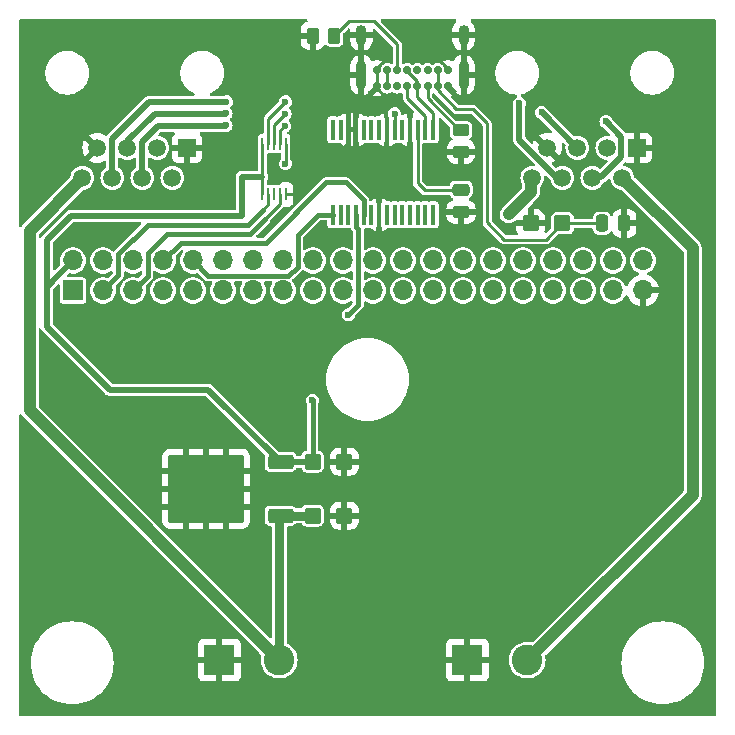
<source format=gtl>
%TF.GenerationSoftware,KiCad,Pcbnew,8.0.4*%
%TF.CreationDate,2024-08-23T02:19:47+01:00*%
%TF.ProjectId,PicoChainZero,5069636f-4368-4616-996e-5a65726f2e6b,v1.1*%
%TF.SameCoordinates,Original*%
%TF.FileFunction,Copper,L1,Top*%
%TF.FilePolarity,Positive*%
%FSLAX46Y46*%
G04 Gerber Fmt 4.6, Leading zero omitted, Abs format (unit mm)*
G04 Created by KiCad (PCBNEW 8.0.4) date 2024-08-23 02:19:47*
%MOMM*%
%LPD*%
G01*
G04 APERTURE LIST*
G04 Aperture macros list*
%AMRoundRect*
0 Rectangle with rounded corners*
0 $1 Rounding radius*
0 $2 $3 $4 $5 $6 $7 $8 $9 X,Y pos of 4 corners*
0 Add a 4 corners polygon primitive as box body*
4,1,4,$2,$3,$4,$5,$6,$7,$8,$9,$2,$3,0*
0 Add four circle primitives for the rounded corners*
1,1,$1+$1,$2,$3*
1,1,$1+$1,$4,$5*
1,1,$1+$1,$6,$7*
1,1,$1+$1,$8,$9*
0 Add four rect primitives between the rounded corners*
20,1,$1+$1,$2,$3,$4,$5,0*
20,1,$1+$1,$4,$5,$6,$7,0*
20,1,$1+$1,$6,$7,$8,$9,0*
20,1,$1+$1,$8,$9,$2,$3,0*%
G04 Aperture macros list end*
%TA.AperFunction,SMDPad,CuDef*%
%ADD10RoundRect,0.250000X-0.250000X-0.475000X0.250000X-0.475000X0.250000X0.475000X-0.250000X0.475000X0*%
%TD*%
%TA.AperFunction,SMDPad,CuDef*%
%ADD11R,0.250000X1.100000*%
%TD*%
%TA.AperFunction,ComponentPad*%
%ADD12R,2.600000X2.600000*%
%TD*%
%TA.AperFunction,ComponentPad*%
%ADD13C,2.600000*%
%TD*%
%TA.AperFunction,SMDPad,CuDef*%
%ADD14RoundRect,0.250000X-0.450000X0.262500X-0.450000X-0.262500X0.450000X-0.262500X0.450000X0.262500X0*%
%TD*%
%TA.AperFunction,SMDPad,CuDef*%
%ADD15RoundRect,0.250000X0.450000X0.425000X-0.450000X0.425000X-0.450000X-0.425000X0.450000X-0.425000X0*%
%TD*%
%TA.AperFunction,ComponentPad*%
%ADD16R,1.500000X1.500000*%
%TD*%
%TA.AperFunction,ComponentPad*%
%ADD17C,1.500000*%
%TD*%
%TA.AperFunction,SMDPad,CuDef*%
%ADD18RoundRect,0.250000X-0.450000X-0.425000X0.450000X-0.425000X0.450000X0.425000X-0.450000X0.425000X0*%
%TD*%
%TA.AperFunction,SMDPad,CuDef*%
%ADD19RoundRect,0.250000X0.262500X0.450000X-0.262500X0.450000X-0.262500X-0.450000X0.262500X-0.450000X0*%
%TD*%
%TA.AperFunction,SMDPad,CuDef*%
%ADD20R,0.450000X1.750000*%
%TD*%
%TA.AperFunction,SMDPad,CuDef*%
%ADD21RoundRect,0.250000X0.475000X-0.250000X0.475000X0.250000X-0.475000X0.250000X-0.475000X-0.250000X0*%
%TD*%
%TA.AperFunction,ComponentPad*%
%ADD22R,1.700000X1.700000*%
%TD*%
%TA.AperFunction,ComponentPad*%
%ADD23O,1.700000X1.700000*%
%TD*%
%TA.AperFunction,ComponentPad*%
%ADD24C,0.700000*%
%TD*%
%TA.AperFunction,ComponentPad*%
%ADD25O,0.900000X2.400000*%
%TD*%
%TA.AperFunction,ComponentPad*%
%ADD26O,0.900000X1.700000*%
%TD*%
%TA.AperFunction,SMDPad,CuDef*%
%ADD27RoundRect,0.250000X0.850000X0.350000X-0.850000X0.350000X-0.850000X-0.350000X0.850000X-0.350000X0*%
%TD*%
%TA.AperFunction,SMDPad,CuDef*%
%ADD28RoundRect,0.250000X1.275000X1.125000X-1.275000X1.125000X-1.275000X-1.125000X1.275000X-1.125000X0*%
%TD*%
%TA.AperFunction,SMDPad,CuDef*%
%ADD29RoundRect,0.249997X2.950003X2.650003X-2.950003X2.650003X-2.950003X-2.650003X2.950003X-2.650003X0*%
%TD*%
%TA.AperFunction,ViaPad*%
%ADD30C,0.600000*%
%TD*%
%TA.AperFunction,Conductor*%
%ADD31C,0.254000*%
%TD*%
%TA.AperFunction,Conductor*%
%ADD32C,0.381000*%
%TD*%
%TA.AperFunction,Conductor*%
%ADD33C,0.508000*%
%TD*%
%TA.AperFunction,Conductor*%
%ADD34C,0.200000*%
%TD*%
%TA.AperFunction,Conductor*%
%ADD35C,1.016000*%
%TD*%
%TA.AperFunction,Conductor*%
%ADD36C,0.762000*%
%TD*%
G04 APERTURE END LIST*
D10*
%TO.P,C4,1*%
%TO.N,Net-(U3-VCC)*%
X149865000Y-57785000D03*
%TO.P,C4,2*%
%TO.N,GND*%
X151765000Y-57785000D03*
%TD*%
D11*
%TO.P,U2,1,V_{DD(A)}*%
%TO.N,+5V*%
X121095000Y-55335000D03*
%TO.P,U2,2,SDA*%
%TO.N,Net-(J5-Pin_3)*%
X121595000Y-55335000D03*
%TO.P,U2,3,EN*%
%TO.N,unconnected-(U2-EN-Pad3)*%
X122095000Y-55335000D03*
%TO.P,U2,4,SCL*%
%TO.N,Net-(J5-Pin_5)*%
X122595000Y-55335000D03*
%TO.P,U2,5,V_{SS}*%
%TO.N,GND*%
X123095000Y-55335000D03*
%TO.P,U2,6,DSCLM*%
%TO.N,Net-(U2-DSCLM)*%
X123095000Y-51035000D03*
%TO.P,U2,7,DSCLP*%
%TO.N,Net-(U2-DSCLP)*%
X122595000Y-51035000D03*
%TO.P,U2,8,DSDAP*%
%TO.N,Net-(U2-DSDAP)*%
X122095000Y-51035000D03*
%TO.P,U2,9,DSDAM*%
%TO.N,Net-(U2-DSDAM)*%
X121595000Y-51035000D03*
%TO.P,U2,10,V_{DD(B)}*%
%TO.N,+5V*%
X121095000Y-51035000D03*
%TD*%
D12*
%TO.P,J6,1,Pin_1*%
%TO.N,GND*%
X117455000Y-94765000D03*
D13*
%TO.P,J6,2,Pin_2*%
%TO.N,+12V*%
X122535000Y-94765000D03*
%TD*%
D14*
%TO.P,R2,1*%
%TO.N,Net-(J7-CC1)*%
X137922000Y-49887500D03*
%TO.P,R2,2*%
%TO.N,GND*%
X137922000Y-51712500D03*
%TD*%
D15*
%TO.P,C5,1*%
%TO.N,Net-(U3-VCC)*%
X146511000Y-57785000D03*
%TO.P,C5,2*%
%TO.N,GND*%
X143811000Y-57785000D03*
%TD*%
D16*
%TO.P,J1,1*%
%TO.N,GND*%
X114744500Y-51396000D03*
D17*
%TO.P,J1,2*%
%TO.N,+24V*%
X113474500Y-53936000D03*
%TO.P,J1,3*%
%TO.N,Net-(U2-DSCLM)*%
X112204500Y-51396000D03*
%TO.P,J1,4*%
%TO.N,Net-(U2-DSCLP)*%
X110934500Y-53936000D03*
%TO.P,J1,5*%
%TO.N,Net-(U2-DSDAP)*%
X109664500Y-51396000D03*
%TO.P,J1,6*%
%TO.N,Net-(U2-DSDAM)*%
X108394500Y-53936000D03*
%TO.P,J1,7*%
%TO.N,GND*%
X107124500Y-51396000D03*
%TO.P,J1,8*%
%TO.N,+12V*%
X105854500Y-53936000D03*
%TD*%
D18*
%TO.P,C1,1*%
%TO.N,+12V*%
X125353000Y-82531000D03*
%TO.P,C1,2*%
%TO.N,GND*%
X128053000Y-82531000D03*
%TD*%
D19*
%TO.P,R1,1*%
%TO.N,Net-(J7-CC2)*%
X127185500Y-41910000D03*
%TO.P,R1,2*%
%TO.N,GND*%
X125360500Y-41910000D03*
%TD*%
D18*
%TO.P,C2,1*%
%TO.N,+5V*%
X125353000Y-77959000D03*
%TO.P,C2,2*%
%TO.N,GND*%
X128053000Y-77959000D03*
%TD*%
D20*
%TO.P,U3,1,TXD*%
%TO.N,Net-(J5-Pin_10)*%
X127093000Y-57067000D03*
%TO.P,U3,2,DTR*%
%TO.N,unconnected-(U3-DTR-Pad2)*%
X127743000Y-57067000D03*
%TO.P,U3,3,RTS*%
%TO.N,unconnected-(U3-RTS-Pad3)*%
X128393000Y-57067000D03*
%TO.P,U3,4,VCCIO*%
%TO.N,+5V*%
X129043000Y-57067000D03*
%TO.P,U3,5,RXD*%
%TO.N,Net-(J5-Pin_8)*%
X129693000Y-57067000D03*
%TO.P,U3,6,RI*%
%TO.N,unconnected-(U3-RI-Pad6)*%
X130343000Y-57067000D03*
%TO.P,U3,7,GND*%
%TO.N,GND*%
X130993000Y-57067000D03*
%TO.P,U3,8*%
%TO.N,N/C*%
X131643000Y-57067000D03*
%TO.P,U3,9,DCR*%
%TO.N,unconnected-(U3-DCR-Pad9)*%
X132293000Y-57067000D03*
%TO.P,U3,10,DCD*%
%TO.N,unconnected-(U3-DCD-Pad10)*%
X132943000Y-57067000D03*
%TO.P,U3,11,CTS*%
%TO.N,unconnected-(U3-CTS-Pad11)*%
X133593000Y-57067000D03*
%TO.P,U3,12,CBUS4*%
%TO.N,unconnected-(U3-CBUS4-Pad12)*%
X134243000Y-57067000D03*
%TO.P,U3,13,CBUS2*%
%TO.N,unconnected-(U3-CBUS2-Pad13)*%
X134893000Y-57067000D03*
%TO.P,U3,14,CBUS3*%
%TO.N,unconnected-(U3-CBUS3-Pad14)*%
X135543000Y-57067000D03*
%TO.P,U3,15,USBD+*%
%TO.N,Net-(U3-USBD+)*%
X135543000Y-49867000D03*
%TO.P,U3,16,USBD-*%
%TO.N,Net-(U3-USBD-)*%
X134893000Y-49867000D03*
%TO.P,U3,17,3V3OUT*%
%TO.N,Net-(U3-3V3OUT)*%
X134243000Y-49867000D03*
%TO.P,U3,18,GND*%
%TO.N,GND*%
X133593000Y-49867000D03*
%TO.P,U3,19,~{RESET}*%
%TO.N,unconnected-(U3-~{RESET}-Pad19)*%
X132943000Y-49867000D03*
%TO.P,U3,20,VCC*%
%TO.N,Net-(U3-VCC)*%
X132293000Y-49867000D03*
%TO.P,U3,21,GND*%
%TO.N,GND*%
X131643000Y-49867000D03*
%TO.P,U3,22,CBUS1*%
%TO.N,unconnected-(U3-CBUS1-Pad22)*%
X130993000Y-49867000D03*
%TO.P,U3,23,CBUS0*%
%TO.N,unconnected-(U3-CBUS0-Pad23)*%
X130343000Y-49867000D03*
%TO.P,U3,24*%
%TO.N,N/C*%
X129693000Y-49867000D03*
%TO.P,U3,25,AGND*%
%TO.N,GND*%
X129043000Y-49867000D03*
%TO.P,U3,26,TEST*%
X128393000Y-49867000D03*
%TO.P,U3,27,OSCI*%
%TO.N,unconnected-(U3-OSCI-Pad27)*%
X127743000Y-49867000D03*
%TO.P,U3,28,OSCO*%
%TO.N,unconnected-(U3-OSCO-Pad28)*%
X127093000Y-49867000D03*
%TD*%
D21*
%TO.P,C3,1*%
%TO.N,GND*%
X137922000Y-56830000D03*
%TO.P,C3,2*%
%TO.N,Net-(U3-3V3OUT)*%
X137922000Y-54930000D03*
%TD*%
D22*
%TO.P,J5,1,Pin_1*%
%TO.N,unconnected-(J5-Pin_1-Pad1)*%
X105077000Y-63472000D03*
D23*
%TO.P,J5,2,Pin_2*%
%TO.N,+5V*%
X105077000Y-60932000D03*
%TO.P,J5,3,Pin_3*%
%TO.N,Net-(J5-Pin_3)*%
X107617000Y-63472000D03*
%TO.P,J5,4,Pin_4*%
%TO.N,unconnected-(J5-Pin_4-Pad4)*%
X107617000Y-60932000D03*
%TO.P,J5,5,Pin_5*%
%TO.N,Net-(J5-Pin_5)*%
X110157000Y-63472000D03*
%TO.P,J5,6,Pin_6*%
%TO.N,unconnected-(J5-Pin_6-Pad6)*%
X110157000Y-60932000D03*
%TO.P,J5,7,Pin_7*%
%TO.N,unconnected-(J5-Pin_7-Pad7)*%
X112697000Y-63472000D03*
%TO.P,J5,8,Pin_8*%
%TO.N,Net-(J5-Pin_8)*%
X112697000Y-60932000D03*
%TO.P,J5,9,Pin_9*%
%TO.N,unconnected-(J5-Pin_9-Pad9)*%
X115237000Y-63472000D03*
%TO.P,J5,10,Pin_10*%
%TO.N,Net-(J5-Pin_10)*%
X115237000Y-60932000D03*
%TO.P,J5,11,Pin_11*%
%TO.N,unconnected-(J5-Pin_11-Pad11)*%
X117777000Y-63472000D03*
%TO.P,J5,12,Pin_12*%
%TO.N,unconnected-(J5-Pin_12-Pad12)*%
X117777000Y-60932000D03*
%TO.P,J5,13,Pin_13*%
%TO.N,unconnected-(J5-Pin_13-Pad13)*%
X120317000Y-63472000D03*
%TO.P,J5,14,Pin_14*%
%TO.N,unconnected-(J5-Pin_14-Pad14)*%
X120317000Y-60932000D03*
%TO.P,J5,15,Pin_15*%
%TO.N,unconnected-(J5-Pin_15-Pad15)*%
X122857000Y-63472000D03*
%TO.P,J5,16,Pin_16*%
%TO.N,unconnected-(J5-Pin_16-Pad16)*%
X122857000Y-60932000D03*
%TO.P,J5,17,Pin_17*%
%TO.N,unconnected-(J5-Pin_17-Pad17)*%
X125397000Y-63472000D03*
%TO.P,J5,18,Pin_18*%
%TO.N,unconnected-(J5-Pin_18-Pad18)*%
X125397000Y-60932000D03*
%TO.P,J5,19,Pin_19*%
%TO.N,unconnected-(J5-Pin_19-Pad19)*%
X127937000Y-63472000D03*
%TO.P,J5,20,Pin_20*%
%TO.N,unconnected-(J5-Pin_20-Pad20)*%
X127937000Y-60932000D03*
%TO.P,J5,21,Pin_21*%
%TO.N,unconnected-(J5-Pin_21-Pad21)*%
X130477000Y-63472000D03*
%TO.P,J5,22,Pin_22*%
%TO.N,unconnected-(J5-Pin_22-Pad22)*%
X130477000Y-60932000D03*
%TO.P,J5,23,Pin_23*%
%TO.N,unconnected-(J5-Pin_23-Pad23)*%
X133017000Y-63472000D03*
%TO.P,J5,24,Pin_24*%
%TO.N,unconnected-(J5-Pin_24-Pad24)*%
X133017000Y-60932000D03*
%TO.P,J5,25,Pin_25*%
%TO.N,unconnected-(J5-Pin_25-Pad25)*%
X135557000Y-63472000D03*
%TO.P,J5,26,Pin_26*%
%TO.N,unconnected-(J5-Pin_26-Pad26)*%
X135557000Y-60932000D03*
%TO.P,J5,27,Pin_27*%
%TO.N,unconnected-(J5-Pin_27-Pad27)*%
X138097000Y-63472000D03*
%TO.P,J5,28,Pin_28*%
%TO.N,unconnected-(J5-Pin_28-Pad28)*%
X138097000Y-60932000D03*
%TO.P,J5,29,Pin_29*%
%TO.N,unconnected-(J5-Pin_29-Pad29)*%
X140637000Y-63472000D03*
%TO.P,J5,30,Pin_30*%
%TO.N,unconnected-(J5-Pin_30-Pad30)*%
X140637000Y-60932000D03*
%TO.P,J5,31,Pin_31*%
%TO.N,unconnected-(J5-Pin_31-Pad31)*%
X143177000Y-63472000D03*
%TO.P,J5,32,Pin_32*%
%TO.N,unconnected-(J5-Pin_32-Pad32)*%
X143177000Y-60932000D03*
%TO.P,J5,33,Pin_33*%
%TO.N,unconnected-(J5-Pin_33-Pad33)*%
X145717000Y-63472000D03*
%TO.P,J5,34,Pin_34*%
%TO.N,unconnected-(J5-Pin_34-Pad34)*%
X145717000Y-60932000D03*
%TO.P,J5,35,Pin_35*%
%TO.N,unconnected-(J5-Pin_35-Pad35)*%
X148257000Y-63472000D03*
%TO.P,J5,36,Pin_36*%
%TO.N,unconnected-(J5-Pin_36-Pad36)*%
X148257000Y-60932000D03*
%TO.P,J5,37,Pin_37*%
%TO.N,unconnected-(J5-Pin_37-Pad37)*%
X150797000Y-63472000D03*
%TO.P,J5,38,Pin_38*%
%TO.N,unconnected-(J5-Pin_38-Pad38)*%
X150797000Y-60932000D03*
%TO.P,J5,39,Pin_39*%
%TO.N,GND*%
X153337000Y-63472000D03*
%TO.P,J5,40,Pin_40*%
%TO.N,unconnected-(J5-Pin_40-Pad40)*%
X153337000Y-60932000D03*
%TD*%
D12*
%TO.P,J4,1,Pin_1*%
%TO.N,GND*%
X138455000Y-94765000D03*
D13*
%TO.P,J4,2,Pin_2*%
%TO.N,+24V*%
X143535000Y-94765000D03*
%TD*%
D24*
%TO.P,J7,A1,GND*%
%TO.N,GND*%
X136789000Y-46189000D03*
%TO.P,J7,A4,VBUS*%
%TO.N,Net-(U3-VCC)*%
X135939000Y-46189000D03*
%TO.P,J7,A5,CC1*%
%TO.N,Net-(J7-CC1)*%
X135089000Y-46189000D03*
%TO.P,J7,A6,D+*%
%TO.N,Net-(U3-USBD+)*%
X134239000Y-46189000D03*
%TO.P,J7,A7,D-*%
%TO.N,Net-(U3-USBD-)*%
X133389000Y-46189000D03*
%TO.P,J7,A8*%
%TO.N,N/C*%
X132539000Y-46189000D03*
%TO.P,J7,A9,VBUS*%
%TO.N,Net-(U3-VCC)*%
X131689000Y-46189000D03*
%TO.P,J7,A12,GND*%
%TO.N,GND*%
X130839000Y-46189000D03*
%TO.P,J7,B1,GND*%
X130839000Y-44839000D03*
%TO.P,J7,B4,VBUS*%
%TO.N,Net-(U3-VCC)*%
X131689000Y-44839000D03*
%TO.P,J7,B5,CC2*%
%TO.N,Net-(J7-CC2)*%
X132539000Y-44839000D03*
%TO.P,J7,B6,D+*%
%TO.N,Net-(U3-USBD+)*%
X133389000Y-44839000D03*
%TO.P,J7,B7,D-*%
%TO.N,Net-(U3-USBD-)*%
X134239000Y-44839000D03*
%TO.P,J7,B8*%
%TO.N,N/C*%
X135089000Y-44839000D03*
%TO.P,J7,B9,VBUS*%
%TO.N,Net-(U3-VCC)*%
X135939000Y-44839000D03*
%TO.P,J7,B12,GND*%
%TO.N,GND*%
X136789000Y-44839000D03*
D25*
%TO.P,J7,S1,SHIELD*%
X138139000Y-45209000D03*
D26*
X138139000Y-41829000D03*
D25*
X129489000Y-45209000D03*
D26*
X129489000Y-41829000D03*
%TD*%
D16*
%TO.P,J2,1*%
%TO.N,GND*%
X152844500Y-51396000D03*
D17*
%TO.P,J2,2*%
%TO.N,+24V*%
X151574500Y-53936000D03*
%TO.P,J2,3*%
%TO.N,Net-(U2-DSCLM)*%
X150304500Y-51396000D03*
%TO.P,J2,4*%
%TO.N,Net-(U2-DSCLP)*%
X149034500Y-53936000D03*
%TO.P,J2,5*%
%TO.N,Net-(U2-DSDAP)*%
X147764500Y-51396000D03*
%TO.P,J2,6*%
%TO.N,Net-(U2-DSDAM)*%
X146494500Y-53936000D03*
%TO.P,J2,7*%
%TO.N,GND*%
X145224500Y-51396000D03*
%TO.P,J2,8*%
%TO.N,+12V*%
X143954500Y-53936000D03*
%TD*%
D27*
%TO.P,U1,1,VI*%
%TO.N,+12V*%
X122642000Y-82544000D03*
D28*
%TO.P,U1,2,GND*%
%TO.N,GND*%
X118017000Y-81789000D03*
X118017000Y-78739000D03*
D29*
X116342000Y-80264000D03*
D28*
X114667000Y-81789000D03*
X114667000Y-78739000D03*
D27*
%TO.P,U1,3,VO*%
%TO.N,+5V*%
X122642000Y-77984000D03*
%TD*%
D30*
%TO.N,+5V*%
X128397000Y-65532000D03*
X125349000Y-72771000D03*
%TO.N,+12V*%
X141973000Y-57027000D03*
%TO.N,Net-(U2-DSDAP)*%
X118031000Y-48486000D03*
X144755500Y-48387000D03*
X123018318Y-48536318D03*
%TO.N,Net-(U2-DSDAM)*%
X118059200Y-47498000D03*
X142875000Y-47625000D03*
X123046318Y-47498000D03*
%TO.N,Net-(U2-DSCLM)*%
X123056000Y-52732000D03*
%TO.N,Net-(U2-DSCLP)*%
X118031000Y-49502000D03*
X150193000Y-49149000D03*
X122984000Y-49534000D03*
%TO.N,Net-(U3-VCC)*%
X132293000Y-48514000D03*
%TD*%
D31*
%TO.N,GND*%
X130839000Y-46034000D02*
X130839000Y-44684000D01*
X128393000Y-50996000D02*
X128393000Y-49867000D01*
X124054000Y-55335000D02*
X128393000Y-50996000D01*
X123095000Y-55335000D02*
X124054000Y-55335000D01*
X128314000Y-50116000D02*
X128314000Y-48823000D01*
D32*
%TO.N,+5V*%
X125353000Y-72775000D02*
X125353000Y-77959000D01*
D33*
X104902000Y-57150000D02*
X119380000Y-57150000D01*
D34*
X129043000Y-57067000D02*
X129159000Y-57183000D01*
D31*
X121095000Y-53848000D02*
X121095000Y-51035000D01*
D33*
X102870000Y-63139000D02*
X102870000Y-59182000D01*
X102870000Y-59182000D02*
X104902000Y-57150000D01*
D32*
X129235200Y-58305220D02*
X129043000Y-58113020D01*
D33*
X102870000Y-63139000D02*
X102870000Y-66548000D01*
D34*
X125349000Y-72771000D02*
X125353000Y-72775000D01*
D32*
X129235200Y-64693800D02*
X129235200Y-58305220D01*
D33*
X119380000Y-57150000D02*
X119380000Y-53848000D01*
D31*
X121095000Y-55335000D02*
X121095000Y-53848000D01*
D33*
X102870000Y-66548000D02*
X108204000Y-71882000D01*
X122667000Y-77959000D02*
X122642000Y-77984000D01*
X105077000Y-60932000D02*
X102870000Y-63139000D01*
D32*
X128397000Y-65532000D02*
X129235200Y-64693800D01*
D33*
X108204000Y-71882000D02*
X116540000Y-71882000D01*
X125353000Y-77959000D02*
X122667000Y-77959000D01*
D32*
X129043000Y-58113020D02*
X129043000Y-57067000D01*
D33*
X116540000Y-71882000D02*
X122642000Y-77984000D01*
D34*
X125353000Y-72767000D02*
X125349000Y-72771000D01*
D33*
X119380000Y-53848000D02*
X121095000Y-53848000D01*
D35*
%TO.N,+12V*%
X105854500Y-53936000D02*
X101394000Y-58396500D01*
D36*
X125353000Y-82531000D02*
X122655000Y-82531000D01*
X122535000Y-82651000D02*
X122642000Y-82544000D01*
D35*
X143891000Y-55109000D02*
X143891000Y-53999500D01*
D36*
X143891000Y-53999500D02*
X143954500Y-53936000D01*
D35*
X141973000Y-57027000D02*
X143891000Y-55109000D01*
D36*
X122535000Y-94765000D02*
X122535000Y-82651000D01*
D35*
X101394000Y-73624000D02*
X122535000Y-94765000D01*
D36*
X122655000Y-82531000D02*
X122642000Y-82544000D01*
D35*
X101394000Y-58396500D02*
X101394000Y-73624000D01*
D31*
%TO.N,Net-(U3-3V3OUT)*%
X134243000Y-54360000D02*
X134874000Y-54991000D01*
X134874000Y-54991000D02*
X137734000Y-54991000D01*
X134243000Y-49867000D02*
X134243000Y-54360000D01*
D33*
%TO.N,Net-(U2-DSDAP)*%
X144755500Y-48387000D02*
X147764500Y-51396000D01*
D31*
X123018318Y-48536318D02*
X122095000Y-49459636D01*
D33*
X118015000Y-48502000D02*
X111986000Y-48502000D01*
X111986000Y-48502000D02*
X109664500Y-50823500D01*
D31*
X122095000Y-49459636D02*
X122095000Y-51035000D01*
D33*
%TO.N,Net-(U2-DSDAM)*%
X111523814Y-47498000D02*
X108394500Y-50627314D01*
X142875000Y-47625000D02*
X142875000Y-50749214D01*
X146494500Y-53936000D02*
X146494500Y-53856000D01*
D31*
X121595000Y-48949318D02*
X121595000Y-51035000D01*
D33*
X146061786Y-53936000D02*
X146494500Y-53936000D01*
X108394500Y-50627314D02*
X108394500Y-53856000D01*
D31*
X123046318Y-47498000D02*
X121595000Y-48949318D01*
D33*
X118059200Y-47498000D02*
X111523814Y-47498000D01*
X142875000Y-50749214D02*
X146061786Y-53936000D01*
D31*
%TO.N,Net-(U2-DSCLM)*%
X123095000Y-51035000D02*
X123095000Y-52693000D01*
X123095000Y-52693000D02*
X123056000Y-52732000D01*
D33*
%TO.N,Net-(U2-DSCLP)*%
X110934500Y-50883286D02*
X110934500Y-53856000D01*
D31*
X122595000Y-49923000D02*
X122984000Y-49534000D01*
X122595000Y-51035000D02*
X122595000Y-49923000D01*
D33*
X112283786Y-49534000D02*
X110934500Y-50883286D01*
X151508500Y-52159500D02*
X149812000Y-53856000D01*
X117999000Y-49534000D02*
X112283786Y-49534000D01*
X149812000Y-53856000D02*
X149467214Y-53856000D01*
X150193000Y-49149000D02*
X151508500Y-50464500D01*
X151508500Y-50464500D02*
X151508500Y-52159500D01*
D31*
%TO.N,Net-(U3-VCC)*%
X131689000Y-46034000D02*
X131689000Y-44684000D01*
X138938000Y-48133000D02*
X137541000Y-48133000D01*
X141605000Y-59182000D02*
X140131800Y-57708800D01*
X137541000Y-48133000D02*
X135939000Y-46531000D01*
X135939000Y-46531000D02*
X135939000Y-44684000D01*
X146511000Y-57785000D02*
X149865000Y-57785000D01*
X132293000Y-48514000D02*
X132293000Y-49867000D01*
X140131800Y-49326800D02*
X138938000Y-48133000D01*
X145114000Y-59182000D02*
X141605000Y-59182000D01*
X146511000Y-57785000D02*
X145114000Y-59182000D01*
X140131800Y-57708800D02*
X140131800Y-49326800D01*
D35*
%TO.N,+24V*%
X157528000Y-80772000D02*
X157528000Y-59889500D01*
X151574500Y-53936000D02*
X157528000Y-59889500D01*
X143535000Y-94765000D02*
X157528000Y-80772000D01*
D31*
%TO.N,Net-(U3-USBD+)*%
X133389000Y-44871922D02*
X133389000Y-44839000D01*
X135543000Y-48421000D02*
X135543000Y-49867000D01*
X134239000Y-47117000D02*
X135543000Y-48421000D01*
X134239000Y-45721922D02*
X133389000Y-44871922D01*
X134239000Y-46189000D02*
X134239000Y-45721922D01*
X134239000Y-46189000D02*
X134239000Y-47117000D01*
X133389000Y-44684000D02*
X133389000Y-44791423D01*
%TO.N,Net-(J7-CC1)*%
X135089000Y-47205000D02*
X137560000Y-49676000D01*
X135089000Y-46034000D02*
X135089000Y-47205000D01*
X137560000Y-49676000D02*
X137703000Y-49676000D01*
D32*
%TO.N,Net-(J5-Pin_3)*%
X108916500Y-60418168D02*
X108916500Y-62172500D01*
D31*
X121595000Y-56164000D02*
X121595000Y-55335000D01*
D32*
X111422668Y-57912000D02*
X108916500Y-60418168D01*
X108916500Y-62172500D02*
X107617000Y-63472000D01*
X121117000Y-56642000D02*
X119847000Y-57912000D01*
D31*
X121117000Y-56642000D02*
X121595000Y-56164000D01*
D32*
X119847000Y-57912000D02*
X111422668Y-57912000D01*
%TO.N,Net-(J5-Pin_5)*%
X111397500Y-62231500D02*
X110157000Y-63472000D01*
D31*
X121355000Y-57404000D02*
X122595000Y-56164000D01*
D32*
X121355000Y-57404000D02*
X120085000Y-58674000D01*
X120085000Y-58674000D02*
X113030000Y-58674000D01*
X111397500Y-60306500D02*
X111397500Y-62231500D01*
X113030000Y-58674000D02*
X111397500Y-60306500D01*
D31*
X122595000Y-56164000D02*
X122595000Y-55335000D01*
D32*
%TO.N,Net-(J5-Pin_8)*%
X126493500Y-54328000D02*
X128185000Y-54328000D01*
X128185000Y-54328000D02*
X129693000Y-55836000D01*
X114193000Y-59436000D02*
X121385500Y-59436000D01*
X129693000Y-55836000D02*
X129693000Y-57067000D01*
X121385500Y-59436000D02*
X126493500Y-54328000D01*
X112697000Y-60932000D02*
X114193000Y-59436000D01*
%TO.N,Net-(J5-Pin_10)*%
X125813000Y-57067000D02*
X127093000Y-57067000D01*
X123311832Y-62231500D02*
X116536500Y-62231500D01*
X124097500Y-61445832D02*
X123311832Y-62231500D01*
X124097500Y-58782500D02*
X124097500Y-61445832D01*
X116536500Y-62231500D02*
X115237000Y-60932000D01*
X124097500Y-58782500D02*
X125813000Y-57067000D01*
D31*
%TO.N,Net-(J7-CC2)*%
X132539000Y-42640329D02*
X130538671Y-40640000D01*
X132539000Y-44684000D02*
X132539000Y-42640329D01*
X130538671Y-40640000D02*
X128455500Y-40640000D01*
X128455500Y-40640000D02*
X127185500Y-41910000D01*
%TO.N,Net-(U3-USBD-)*%
X134239000Y-44684000D02*
X134239000Y-44791423D01*
X134893000Y-48688500D02*
X134893000Y-49867000D01*
X133389000Y-46189000D02*
X133389000Y-47184500D01*
X133389000Y-47184500D02*
X134893000Y-48688500D01*
%TD*%
%TA.AperFunction,Conductor*%
%TO.N,GND*%
G36*
X124871072Y-40520502D02*
G01*
X124917565Y-40574158D01*
X124927669Y-40644432D01*
X124898175Y-40709012D01*
X124842584Y-40746104D01*
X124775478Y-40768340D01*
X124624660Y-40861365D01*
X124624654Y-40861370D01*
X124499370Y-40986654D01*
X124499365Y-40986660D01*
X124406342Y-41137474D01*
X124350606Y-41305678D01*
X124350605Y-41305681D01*
X124340000Y-41409483D01*
X124340000Y-41656000D01*
X125488500Y-41656000D01*
X125556621Y-41676002D01*
X125603114Y-41729658D01*
X125614500Y-41782000D01*
X125614500Y-43118000D01*
X125673517Y-43118000D01*
X125673516Y-43117999D01*
X125777318Y-43107394D01*
X125777321Y-43107393D01*
X125945525Y-43051657D01*
X126096339Y-42958634D01*
X126096345Y-42958629D01*
X126221629Y-42833345D01*
X126221636Y-42833336D01*
X126316674Y-42679255D01*
X126369459Y-42631776D01*
X126439534Y-42620373D01*
X126504650Y-42648665D01*
X126524783Y-42669892D01*
X126562595Y-42720403D01*
X126562596Y-42720404D01*
X126678733Y-42807342D01*
X126814658Y-42858040D01*
X126874745Y-42864500D01*
X127496254Y-42864499D01*
X127556342Y-42858040D01*
X127692267Y-42807342D01*
X127808404Y-42720404D01*
X127895342Y-42604267D01*
X127946040Y-42468342D01*
X127952500Y-42408255D01*
X127952499Y-41734712D01*
X127972501Y-41666592D01*
X127989399Y-41645622D01*
X128315906Y-41319116D01*
X128378217Y-41285092D01*
X128449033Y-41290157D01*
X128505868Y-41332704D01*
X128530679Y-41399224D01*
X128531000Y-41408213D01*
X128531000Y-41575000D01*
X129189000Y-41575000D01*
X129189000Y-42083000D01*
X128531000Y-42083000D01*
X128531000Y-42323358D01*
X128567816Y-42508438D01*
X128567817Y-42508441D01*
X128640032Y-42682783D01*
X128744870Y-42839684D01*
X128744875Y-42839691D01*
X128878308Y-42973124D01*
X128878315Y-42973129D01*
X129035216Y-43077967D01*
X129209558Y-43150182D01*
X129209561Y-43150183D01*
X129235000Y-43155243D01*
X129235000Y-42389060D01*
X129248940Y-42413205D01*
X129304795Y-42469060D01*
X129373204Y-42508556D01*
X129449504Y-42529000D01*
X129528496Y-42529000D01*
X129604796Y-42508556D01*
X129673205Y-42469060D01*
X129729060Y-42413205D01*
X129743000Y-42389060D01*
X129743000Y-43155242D01*
X129768438Y-43150183D01*
X129768441Y-43150182D01*
X129942783Y-43077967D01*
X130099684Y-42973129D01*
X130099691Y-42973124D01*
X130233124Y-42839691D01*
X130233129Y-42839684D01*
X130337967Y-42682783D01*
X130410182Y-42508441D01*
X130410183Y-42508438D01*
X130446999Y-42323358D01*
X130447000Y-42323355D01*
X130447000Y-42083000D01*
X129789000Y-42083000D01*
X129789000Y-41575000D01*
X130447000Y-41575000D01*
X130447000Y-41392041D01*
X130467002Y-41323920D01*
X130520658Y-41277427D01*
X130590932Y-41267323D01*
X130655512Y-41296817D01*
X130662082Y-41302934D01*
X131442149Y-42083000D01*
X132120595Y-42761446D01*
X132154621Y-42823758D01*
X132157500Y-42850541D01*
X132157500Y-44190180D01*
X132137498Y-44258301D01*
X132083842Y-44304794D01*
X132013568Y-44314898D01*
X131983283Y-44306589D01*
X131846806Y-44250060D01*
X131689000Y-44229284D01*
X131531193Y-44250060D01*
X131384145Y-44310967D01*
X131291883Y-44381763D01*
X131248246Y-44398632D01*
X131242388Y-44425565D01*
X131231762Y-44441884D01*
X131160968Y-44534142D01*
X131100060Y-44681193D01*
X131079284Y-44839000D01*
X131079284Y-44839003D01*
X131085008Y-44882487D01*
X131074068Y-44952635D01*
X131049182Y-44988026D01*
X130928095Y-45109114D01*
X130865783Y-45143139D01*
X130794967Y-45138075D01*
X130749904Y-45109114D01*
X130568885Y-44928095D01*
X130534859Y-44865783D01*
X130539620Y-44799218D01*
X130639000Y-44799218D01*
X130639000Y-44878782D01*
X130669448Y-44952291D01*
X130725709Y-45008552D01*
X130799218Y-45039000D01*
X130878782Y-45039000D01*
X130952291Y-45008552D01*
X131008552Y-44952291D01*
X131039000Y-44878782D01*
X131039000Y-44799218D01*
X131008552Y-44725709D01*
X130952291Y-44669448D01*
X130878782Y-44639000D01*
X130799218Y-44639000D01*
X130725709Y-44669448D01*
X130669448Y-44725709D01*
X130639000Y-44799218D01*
X130539620Y-44799218D01*
X130539924Y-44794968D01*
X130568885Y-44749905D01*
X131042705Y-44276085D01*
X131100012Y-44244791D01*
X131113420Y-44207496D01*
X131126084Y-44192704D01*
X131240311Y-44078476D01*
X131105599Y-44018499D01*
X130929179Y-43981000D01*
X130748821Y-43981000D01*
X130572400Y-44018499D01*
X130495573Y-44052705D01*
X130425206Y-44062139D01*
X130360909Y-44032032D01*
X130339560Y-44007600D01*
X130233129Y-43848314D01*
X130233124Y-43848308D01*
X130099691Y-43714875D01*
X130099684Y-43714870D01*
X129942783Y-43610032D01*
X129768438Y-43537816D01*
X129743000Y-43532755D01*
X129743000Y-44298939D01*
X129729060Y-44274795D01*
X129673205Y-44218940D01*
X129604796Y-44179444D01*
X129528496Y-44159000D01*
X129449504Y-44159000D01*
X129373204Y-44179444D01*
X129304795Y-44218940D01*
X129248940Y-44274795D01*
X129235000Y-44298939D01*
X129235000Y-43532755D01*
X129234999Y-43532755D01*
X129209561Y-43537816D01*
X129035216Y-43610032D01*
X128878315Y-43714870D01*
X128878308Y-43714875D01*
X128744875Y-43848308D01*
X128744870Y-43848315D01*
X128640032Y-44005216D01*
X128567817Y-44179558D01*
X128567816Y-44179561D01*
X128531000Y-44364641D01*
X128531000Y-44955000D01*
X129189000Y-44955000D01*
X129189000Y-45463000D01*
X128531000Y-45463000D01*
X128531000Y-46053358D01*
X128567816Y-46238438D01*
X128567817Y-46238441D01*
X128640032Y-46412783D01*
X128744870Y-46569684D01*
X128744875Y-46569691D01*
X128878308Y-46703124D01*
X128878315Y-46703129D01*
X129035216Y-46807967D01*
X129209558Y-46880182D01*
X129209561Y-46880183D01*
X129235000Y-46885243D01*
X129235000Y-46119060D01*
X129248940Y-46143205D01*
X129304795Y-46199060D01*
X129373204Y-46238556D01*
X129449504Y-46259000D01*
X129528496Y-46259000D01*
X129604796Y-46238556D01*
X129673205Y-46199060D01*
X129729060Y-46143205D01*
X129743000Y-46119060D01*
X129743000Y-46885242D01*
X129768438Y-46880183D01*
X129768441Y-46880182D01*
X129942782Y-46807967D01*
X130087238Y-46711444D01*
X130088914Y-46694437D01*
X130077361Y-46673280D01*
X130082426Y-46602465D01*
X130111387Y-46557401D01*
X130519571Y-46149218D01*
X130639000Y-46149218D01*
X130639000Y-46228782D01*
X130669448Y-46302291D01*
X130725709Y-46358552D01*
X130799218Y-46389000D01*
X130878782Y-46389000D01*
X130952291Y-46358552D01*
X131008552Y-46302291D01*
X131039000Y-46228782D01*
X131039000Y-46149218D01*
X131008552Y-46075709D01*
X130952291Y-46019448D01*
X130878782Y-45989000D01*
X130799218Y-45989000D01*
X130725709Y-46019448D01*
X130669448Y-46075709D01*
X130639000Y-46149218D01*
X130519571Y-46149218D01*
X130749905Y-45918884D01*
X130812217Y-45884859D01*
X130883033Y-45889924D01*
X130928095Y-45918885D01*
X131049181Y-46039971D01*
X131083207Y-46102283D01*
X131085008Y-46145509D01*
X131079284Y-46188995D01*
X131079284Y-46188999D01*
X131079284Y-46189000D01*
X131094199Y-46302291D01*
X131100060Y-46346806D01*
X131160968Y-46493857D01*
X131231759Y-46586112D01*
X131248631Y-46629754D01*
X131275568Y-46635614D01*
X131291887Y-46646240D01*
X131384142Y-46717031D01*
X131468353Y-46751911D01*
X131531194Y-46777940D01*
X131689000Y-46798716D01*
X131846806Y-46777940D01*
X131993858Y-46717030D01*
X131993860Y-46717029D01*
X132037295Y-46683700D01*
X132103515Y-46658098D01*
X132173064Y-46672362D01*
X132190705Y-46683700D01*
X132234139Y-46717029D01*
X132234141Y-46717030D01*
X132244716Y-46721410D01*
X132381194Y-46777940D01*
X132539000Y-46798716D01*
X132696806Y-46777940D01*
X132833284Y-46721409D01*
X132903872Y-46713821D01*
X132967359Y-46745601D01*
X133003586Y-46806659D01*
X133007500Y-46837819D01*
X133007500Y-47234723D01*
X133007499Y-47234723D01*
X133007500Y-47234725D01*
X133033499Y-47331754D01*
X133063822Y-47384275D01*
X133063822Y-47384277D01*
X133083721Y-47418743D01*
X133083723Y-47418745D01*
X133083724Y-47418747D01*
X133933883Y-48268906D01*
X133967907Y-48331217D01*
X133962843Y-48402032D01*
X133920296Y-48458868D01*
X133853776Y-48483679D01*
X133844787Y-48484000D01*
X133818000Y-48484000D01*
X133818000Y-48795011D01*
X133797998Y-48863132D01*
X133796765Y-48865013D01*
X133778266Y-48892698D01*
X133763500Y-48966930D01*
X133763500Y-50767063D01*
X133763501Y-50767073D01*
X133778266Y-50841301D01*
X133778266Y-50841303D01*
X133796764Y-50868986D01*
X133817980Y-50936739D01*
X133818000Y-50938989D01*
X133818000Y-51250001D01*
X133824595Y-51256596D01*
X133858621Y-51318908D01*
X133861500Y-51345691D01*
X133861500Y-54410223D01*
X133861499Y-54410223D01*
X133887500Y-54507257D01*
X133898578Y-54526443D01*
X133900920Y-54530500D01*
X133937724Y-54594247D01*
X133937726Y-54594249D01*
X133937729Y-54594253D01*
X134639746Y-55296270D01*
X134639751Y-55296274D01*
X134639753Y-55296276D01*
X134726747Y-55346502D01*
X134823775Y-55372501D01*
X134823777Y-55372501D01*
X134931943Y-55372501D01*
X134931959Y-55372500D01*
X136897835Y-55372500D01*
X136965956Y-55392502D01*
X136998704Y-55422992D01*
X136999657Y-55424265D01*
X136999658Y-55424267D01*
X137086596Y-55540404D01*
X137202733Y-55627342D01*
X137202736Y-55627343D01*
X137210641Y-55631660D01*
X137209785Y-55633227D01*
X137257953Y-55669280D01*
X137282768Y-55735798D01*
X137267682Y-55805173D01*
X137217484Y-55855379D01*
X137196724Y-55864400D01*
X137124477Y-55888341D01*
X136973660Y-55981365D01*
X136973654Y-55981370D01*
X136848370Y-56106654D01*
X136848365Y-56106660D01*
X136755342Y-56257474D01*
X136699606Y-56425678D01*
X136699605Y-56425681D01*
X136689000Y-56529483D01*
X136689000Y-56576000D01*
X139155000Y-56576000D01*
X139155000Y-56529483D01*
X139144394Y-56425681D01*
X139144393Y-56425678D01*
X139088657Y-56257474D01*
X138995634Y-56106660D01*
X138995629Y-56106654D01*
X138870345Y-55981370D01*
X138870339Y-55981365D01*
X138719522Y-55888341D01*
X138647275Y-55864400D01*
X138588904Y-55823986D01*
X138561649Y-55758429D01*
X138574163Y-55688544D01*
X138622473Y-55636519D01*
X138638706Y-55628740D01*
X138641260Y-55627344D01*
X138641267Y-55627342D01*
X138757404Y-55540404D01*
X138844342Y-55424267D01*
X138895040Y-55288342D01*
X138901500Y-55228255D01*
X138901499Y-54631746D01*
X138895040Y-54571658D01*
X138844342Y-54435733D01*
X138757404Y-54319596D01*
X138641267Y-54232658D01*
X138641265Y-54232657D01*
X138641266Y-54232657D01*
X138505349Y-54181962D01*
X138505344Y-54181960D01*
X138505342Y-54181960D01*
X138475298Y-54178730D01*
X138445256Y-54175500D01*
X137398753Y-54175500D01*
X137398729Y-54175502D01*
X137338660Y-54181959D01*
X137338658Y-54181959D01*
X137202733Y-54232657D01*
X137086596Y-54319596D01*
X137009868Y-54422094D01*
X136999658Y-54435733D01*
X136965416Y-54527535D01*
X136922872Y-54584368D01*
X136856351Y-54609179D01*
X136847363Y-54609500D01*
X135084213Y-54609500D01*
X135016092Y-54589498D01*
X134995118Y-54572595D01*
X134661405Y-54238882D01*
X134627379Y-54176570D01*
X134624500Y-54149787D01*
X134624500Y-52025516D01*
X136714000Y-52025516D01*
X136724605Y-52129318D01*
X136724606Y-52129321D01*
X136780342Y-52297525D01*
X136873365Y-52448339D01*
X136873370Y-52448345D01*
X136998654Y-52573629D01*
X136998660Y-52573634D01*
X137149474Y-52666657D01*
X137317678Y-52722393D01*
X137317681Y-52722394D01*
X137421483Y-52732999D01*
X137421483Y-52733000D01*
X137668000Y-52733000D01*
X138176000Y-52733000D01*
X138422517Y-52733000D01*
X138422516Y-52732999D01*
X138526318Y-52722394D01*
X138526321Y-52722393D01*
X138694525Y-52666657D01*
X138845339Y-52573634D01*
X138845345Y-52573629D01*
X138970629Y-52448345D01*
X138970634Y-52448339D01*
X139063657Y-52297525D01*
X139119393Y-52129321D01*
X139119394Y-52129318D01*
X139129999Y-52025516D01*
X139130000Y-52025516D01*
X139130000Y-51966500D01*
X138176000Y-51966500D01*
X138176000Y-52733000D01*
X137668000Y-52733000D01*
X137668000Y-51966500D01*
X136714000Y-51966500D01*
X136714000Y-52025516D01*
X134624500Y-52025516D01*
X134624500Y-51122499D01*
X134644502Y-51054378D01*
X134698158Y-51007885D01*
X134750496Y-50996499D01*
X135143066Y-50996499D01*
X135143069Y-50996498D01*
X135143073Y-50996498D01*
X135193419Y-50986484D01*
X135242579Y-50986484D01*
X135292933Y-50996500D01*
X135793066Y-50996499D01*
X135793069Y-50996498D01*
X135793073Y-50996498D01*
X135851991Y-50984779D01*
X135867301Y-50981734D01*
X135951484Y-50925484D01*
X136007734Y-50841301D01*
X136022500Y-50767067D01*
X136022499Y-48982211D01*
X136042501Y-48914091D01*
X136096157Y-48867598D01*
X136166431Y-48857494D01*
X136231011Y-48886988D01*
X136237594Y-48893117D01*
X136930595Y-49586118D01*
X136964621Y-49648430D01*
X136967500Y-49675213D01*
X136967500Y-50198246D01*
X136967502Y-50198270D01*
X136973959Y-50258339D01*
X136973959Y-50258341D01*
X137024657Y-50394266D01*
X137111594Y-50510402D01*
X137111595Y-50510402D01*
X137111596Y-50510404D01*
X137162108Y-50548216D01*
X137204653Y-50605051D01*
X137209719Y-50675867D01*
X137175694Y-50738179D01*
X137152745Y-50756325D01*
X136998660Y-50851365D01*
X136998654Y-50851370D01*
X136873370Y-50976654D01*
X136873365Y-50976660D01*
X136780342Y-51127474D01*
X136724606Y-51295678D01*
X136724605Y-51295681D01*
X136714000Y-51399483D01*
X136714000Y-51458500D01*
X139130000Y-51458500D01*
X139130000Y-51399483D01*
X139119394Y-51295681D01*
X139119393Y-51295678D01*
X139063657Y-51127474D01*
X138970634Y-50976660D01*
X138970629Y-50976654D01*
X138845345Y-50851370D01*
X138845339Y-50851365D01*
X138691254Y-50756325D01*
X138643776Y-50703539D01*
X138632373Y-50633464D01*
X138660665Y-50568349D01*
X138681890Y-50548217D01*
X138732404Y-50510404D01*
X138819342Y-50394267D01*
X138870040Y-50258342D01*
X138876500Y-50198255D01*
X138876499Y-49576746D01*
X138870040Y-49516658D01*
X138819342Y-49380733D01*
X138732404Y-49264596D01*
X138616267Y-49177658D01*
X138616265Y-49177657D01*
X138616266Y-49177657D01*
X138480349Y-49126962D01*
X138480344Y-49126960D01*
X138480342Y-49126960D01*
X138472831Y-49126152D01*
X138420262Y-49120500D01*
X138420255Y-49120500D01*
X137596213Y-49120500D01*
X137528092Y-49100498D01*
X137507118Y-49083595D01*
X135507405Y-47083882D01*
X135473379Y-47021570D01*
X135470500Y-46994787D01*
X135470500Y-46906213D01*
X135490502Y-46838092D01*
X135544158Y-46791599D01*
X135614432Y-46781495D01*
X135679012Y-46810989D01*
X135685595Y-46817118D01*
X137235724Y-48367247D01*
X137306753Y-48438276D01*
X137306754Y-48438277D01*
X137306756Y-48438278D01*
X137393741Y-48488499D01*
X137393743Y-48488499D01*
X137393746Y-48488501D01*
X137490775Y-48514500D01*
X137591225Y-48514500D01*
X138727787Y-48514500D01*
X138795908Y-48534502D01*
X138816882Y-48551405D01*
X139713395Y-49447918D01*
X139747421Y-49510230D01*
X139750300Y-49537013D01*
X139750300Y-57759023D01*
X139750299Y-57759023D01*
X139776298Y-57856051D01*
X139776301Y-57856058D01*
X139796212Y-57890544D01*
X139796212Y-57890545D01*
X139826521Y-57943043D01*
X139826523Y-57943045D01*
X139826524Y-57943047D01*
X141295323Y-59411845D01*
X141295344Y-59411868D01*
X141370746Y-59487270D01*
X141370751Y-59487274D01*
X141370753Y-59487276D01*
X141370754Y-59487277D01*
X141370756Y-59487278D01*
X141457741Y-59537499D01*
X141457743Y-59537499D01*
X141457746Y-59537501D01*
X141554775Y-59563500D01*
X141554777Y-59563500D01*
X145164223Y-59563500D01*
X145164225Y-59563500D01*
X145261254Y-59537501D01*
X145261257Y-59537499D01*
X145261258Y-59537499D01*
X145304750Y-59512388D01*
X145348247Y-59487276D01*
X145419276Y-59416247D01*
X145436990Y-59398533D01*
X145436999Y-59398523D01*
X146084118Y-58751404D01*
X146146430Y-58717378D01*
X146173213Y-58714499D01*
X147009247Y-58714499D01*
X147009254Y-58714499D01*
X147069342Y-58708040D01*
X147205267Y-58657342D01*
X147321404Y-58570404D01*
X147408342Y-58454267D01*
X147459040Y-58318342D01*
X147463266Y-58279029D01*
X147490435Y-58213439D01*
X147548753Y-58172948D01*
X147588544Y-58166500D01*
X148984501Y-58166500D01*
X149052622Y-58186502D01*
X149099115Y-58240158D01*
X149110501Y-58292500D01*
X149110501Y-58308246D01*
X149110502Y-58308270D01*
X149116959Y-58368339D01*
X149116959Y-58368341D01*
X149167657Y-58504266D01*
X149188811Y-58532525D01*
X149254596Y-58620404D01*
X149370733Y-58707342D01*
X149506658Y-58758040D01*
X149566745Y-58764500D01*
X150163254Y-58764499D01*
X150223342Y-58758040D01*
X150359267Y-58707342D01*
X150475404Y-58620404D01*
X150562342Y-58504267D01*
X150562344Y-58504260D01*
X150566660Y-58496359D01*
X150568228Y-58497215D01*
X150604275Y-58449050D01*
X150670792Y-58424231D01*
X150740168Y-58439314D01*
X150790376Y-58489510D01*
X150799400Y-58510275D01*
X150823341Y-58582522D01*
X150916365Y-58733339D01*
X150916370Y-58733345D01*
X151041654Y-58858629D01*
X151041660Y-58858634D01*
X151192474Y-58951657D01*
X151360678Y-59007393D01*
X151360681Y-59007394D01*
X151464483Y-59017999D01*
X151464483Y-59018000D01*
X151511000Y-59018000D01*
X152019000Y-59018000D01*
X152065517Y-59018000D01*
X152065516Y-59017999D01*
X152169318Y-59007394D01*
X152169321Y-59007393D01*
X152337525Y-58951657D01*
X152488339Y-58858634D01*
X152488345Y-58858629D01*
X152613629Y-58733345D01*
X152613634Y-58733339D01*
X152706657Y-58582525D01*
X152762393Y-58414321D01*
X152762394Y-58414318D01*
X152772999Y-58310516D01*
X152773000Y-58310516D01*
X152773000Y-58039000D01*
X152019000Y-58039000D01*
X152019000Y-59018000D01*
X151511000Y-59018000D01*
X151511000Y-57531000D01*
X152019000Y-57531000D01*
X152773000Y-57531000D01*
X152773000Y-57259483D01*
X152762394Y-57155681D01*
X152762393Y-57155678D01*
X152706657Y-56987474D01*
X152613634Y-56836660D01*
X152613629Y-56836654D01*
X152488345Y-56711370D01*
X152488339Y-56711365D01*
X152337525Y-56618342D01*
X152169321Y-56562606D01*
X152169318Y-56562605D01*
X152065516Y-56552000D01*
X152019000Y-56552000D01*
X152019000Y-57531000D01*
X151511000Y-57531000D01*
X151511000Y-56552000D01*
X151464483Y-56552000D01*
X151360681Y-56562605D01*
X151360678Y-56562606D01*
X151192474Y-56618342D01*
X151041660Y-56711365D01*
X151041654Y-56711370D01*
X150916370Y-56836654D01*
X150916365Y-56836660D01*
X150823341Y-56987477D01*
X150799400Y-57059724D01*
X150758985Y-57118095D01*
X150693429Y-57145350D01*
X150623544Y-57132836D01*
X150571518Y-57084526D01*
X150563736Y-57068287D01*
X150562342Y-57065734D01*
X150562342Y-57065733D01*
X150475404Y-56949596D01*
X150359267Y-56862658D01*
X150359265Y-56862657D01*
X150359266Y-56862657D01*
X150223349Y-56811962D01*
X150223344Y-56811960D01*
X150223342Y-56811960D01*
X150193298Y-56808730D01*
X150163256Y-56805500D01*
X149566753Y-56805500D01*
X149566729Y-56805502D01*
X149506660Y-56811959D01*
X149506658Y-56811959D01*
X149370733Y-56862657D01*
X149254596Y-56949596D01*
X149167657Y-57065734D01*
X149116962Y-57201650D01*
X149116960Y-57201658D01*
X149110500Y-57261737D01*
X149110500Y-57277500D01*
X149090498Y-57345621D01*
X149036842Y-57392114D01*
X148984500Y-57403500D01*
X147588544Y-57403500D01*
X147520423Y-57383498D01*
X147473930Y-57329842D01*
X147463266Y-57290967D01*
X147459040Y-57251660D01*
X147459040Y-57251658D01*
X147408342Y-57115733D01*
X147398138Y-57102102D01*
X147321404Y-56999596D01*
X147205267Y-56912658D01*
X147205265Y-56912657D01*
X147205266Y-56912657D01*
X147069349Y-56861962D01*
X147069344Y-56861960D01*
X147069342Y-56861960D01*
X147039298Y-56858730D01*
X147009256Y-56855500D01*
X146012753Y-56855500D01*
X146012729Y-56855502D01*
X145952660Y-56861959D01*
X145952658Y-56861959D01*
X145816733Y-56912657D01*
X145700596Y-56999596D01*
X145613657Y-57115734D01*
X145562962Y-57251650D01*
X145562960Y-57251658D01*
X145556500Y-57311737D01*
X145556500Y-58147785D01*
X145536498Y-58215906D01*
X145519595Y-58236880D01*
X145194132Y-58562343D01*
X145131820Y-58596369D01*
X145061005Y-58591304D01*
X145004169Y-58548757D01*
X144979358Y-58482237D01*
X144985433Y-58433614D01*
X145008392Y-58364327D01*
X145008394Y-58364318D01*
X145018999Y-58260516D01*
X145019000Y-58260516D01*
X145019000Y-58039000D01*
X142603000Y-58039000D01*
X142603000Y-58260516D01*
X142613605Y-58364318D01*
X142613606Y-58364321D01*
X142669342Y-58532525D01*
X142716114Y-58608353D01*
X142734851Y-58676832D01*
X142713592Y-58744571D01*
X142659085Y-58790063D01*
X142608873Y-58800500D01*
X141815212Y-58800500D01*
X141747091Y-58780498D01*
X141726117Y-58763595D01*
X140550205Y-57587682D01*
X140516179Y-57525370D01*
X140513300Y-57498587D01*
X140513300Y-49276576D01*
X140507347Y-49254358D01*
X140487301Y-49179546D01*
X140487299Y-49179543D01*
X140487299Y-49179541D01*
X140437078Y-49092556D01*
X140437074Y-49092551D01*
X140420254Y-49075731D01*
X140366047Y-49021524D01*
X139782797Y-48438274D01*
X139172254Y-47827730D01*
X139172247Y-47827724D01*
X139141937Y-47810225D01*
X139085258Y-47777501D01*
X139085255Y-47777500D01*
X139085254Y-47777499D01*
X139085252Y-47777498D01*
X139085251Y-47777498D01*
X139056346Y-47769753D01*
X138988225Y-47751500D01*
X138988223Y-47751500D01*
X137751213Y-47751500D01*
X137683092Y-47731498D01*
X137662118Y-47714595D01*
X137117025Y-47169502D01*
X137082999Y-47107190D01*
X137088064Y-47036375D01*
X137130611Y-46979539D01*
X137154872Y-46965300D01*
X137190311Y-46949521D01*
X136578817Y-46338028D01*
X136544792Y-46275715D01*
X136542990Y-46232490D01*
X136548716Y-46189000D01*
X136543478Y-46149218D01*
X136589000Y-46149218D01*
X136589000Y-46228782D01*
X136619448Y-46302291D01*
X136675709Y-46358552D01*
X136749218Y-46389000D01*
X136828782Y-46389000D01*
X136902291Y-46358552D01*
X136958552Y-46302291D01*
X136989000Y-46228782D01*
X136989000Y-46149218D01*
X136958552Y-46075709D01*
X136902291Y-46019448D01*
X136828782Y-45989000D01*
X136749218Y-45989000D01*
X136675709Y-46019448D01*
X136619448Y-46075709D01*
X136589000Y-46149218D01*
X136543478Y-46149218D01*
X136542990Y-46145512D01*
X136553928Y-46075367D01*
X136578817Y-46039971D01*
X136699905Y-45918884D01*
X136762217Y-45884859D01*
X136833033Y-45889925D01*
X136878095Y-45918885D01*
X137516612Y-46557402D01*
X137550638Y-46619714D01*
X137545573Y-46690529D01*
X137539613Y-46699802D01*
X137540760Y-46711445D01*
X137685216Y-46807967D01*
X137859558Y-46880182D01*
X137859561Y-46880183D01*
X137885000Y-46885243D01*
X137885000Y-46119060D01*
X137898940Y-46143205D01*
X137954795Y-46199060D01*
X138023204Y-46238556D01*
X138099504Y-46259000D01*
X138178496Y-46259000D01*
X138254796Y-46238556D01*
X138323205Y-46199060D01*
X138379060Y-46143205D01*
X138393000Y-46119060D01*
X138393000Y-46885242D01*
X138418438Y-46880183D01*
X138418441Y-46880182D01*
X138592783Y-46807967D01*
X138749684Y-46703129D01*
X138749691Y-46703124D01*
X138883124Y-46569691D01*
X138883129Y-46569684D01*
X138987967Y-46412783D01*
X139060182Y-46238441D01*
X139060183Y-46238438D01*
X139096999Y-46053358D01*
X139097000Y-46053355D01*
X139097000Y-45463000D01*
X138439000Y-45463000D01*
X138439000Y-44955000D01*
X139097000Y-44955000D01*
X139097000Y-44924709D01*
X140834000Y-44924709D01*
X140834000Y-45167290D01*
X140865660Y-45407782D01*
X140928444Y-45642095D01*
X140928445Y-45642097D01*
X140928446Y-45642100D01*
X141021276Y-45866212D01*
X141021277Y-45866213D01*
X141021282Y-45866224D01*
X141142561Y-46076285D01*
X141142563Y-46076288D01*
X141142564Y-46076289D01*
X141290235Y-46268738D01*
X141290239Y-46268742D01*
X141290244Y-46268748D01*
X141461751Y-46440255D01*
X141461756Y-46440259D01*
X141461762Y-46440265D01*
X141630434Y-46569691D01*
X141654214Y-46587938D01*
X141864275Y-46709217D01*
X141864279Y-46709218D01*
X141864288Y-46709224D01*
X142088400Y-46802054D01*
X142322711Y-46864838D01*
X142322715Y-46864838D01*
X142322717Y-46864839D01*
X142420098Y-46877659D01*
X142563212Y-46896500D01*
X142563214Y-46896500D01*
X142567301Y-46897038D01*
X142567081Y-46898706D01*
X142627251Y-46920708D01*
X142670162Y-46977269D01*
X142675682Y-47048051D01*
X142642058Y-47110581D01*
X142600619Y-47138465D01*
X142595365Y-47140641D01*
X142595356Y-47140646D01*
X142479526Y-47229526D01*
X142390646Y-47345356D01*
X142390645Y-47345358D01*
X142374524Y-47384277D01*
X142334771Y-47480247D01*
X142315715Y-47624999D01*
X142315715Y-47625000D01*
X142334771Y-47769753D01*
X142334772Y-47769754D01*
X142356909Y-47823197D01*
X142366500Y-47871415D01*
X142366500Y-50682269D01*
X142366500Y-50816159D01*
X142401153Y-50945488D01*
X142401154Y-50945490D01*
X142401155Y-50945492D01*
X142468096Y-51061437D01*
X142468104Y-51061447D01*
X144125677Y-52719019D01*
X144159702Y-52781331D01*
X144154638Y-52852146D01*
X144112091Y-52908982D01*
X144045571Y-52933793D01*
X144024233Y-52933507D01*
X143954505Y-52926640D01*
X143954497Y-52926640D01*
X143757590Y-52946033D01*
X143568234Y-53003473D01*
X143393729Y-53096748D01*
X143240775Y-53222275D01*
X143115248Y-53375229D01*
X143021973Y-53549734D01*
X142964533Y-53739090D01*
X142945140Y-53935997D01*
X142945140Y-53936002D01*
X142964533Y-54132909D01*
X142964535Y-54132914D01*
X142964535Y-54132916D01*
X142977453Y-54175500D01*
X143021973Y-54322265D01*
X143113622Y-54493728D01*
X143128500Y-54553124D01*
X143128500Y-54740971D01*
X143108498Y-54809092D01*
X143091595Y-54830066D01*
X141380730Y-56540930D01*
X141380727Y-56540934D01*
X141297281Y-56665822D01*
X141239805Y-56804581D01*
X141239803Y-56804586D01*
X141210501Y-56951897D01*
X141210501Y-57102102D01*
X141239803Y-57249413D01*
X141239805Y-57249418D01*
X141265618Y-57311737D01*
X141297282Y-57388179D01*
X141306868Y-57402525D01*
X141380727Y-57513065D01*
X141380730Y-57513069D01*
X141486930Y-57619269D01*
X141486934Y-57619272D01*
X141486935Y-57619273D01*
X141611821Y-57702718D01*
X141750587Y-57760197D01*
X141897900Y-57789499D01*
X141897901Y-57789499D01*
X142048099Y-57789499D01*
X142048100Y-57789499D01*
X142195413Y-57760197D01*
X142334179Y-57702718D01*
X142459065Y-57619273D01*
X142459069Y-57619269D01*
X142510434Y-57567905D01*
X142572746Y-57533879D01*
X142599529Y-57531000D01*
X143557000Y-57531000D01*
X144065000Y-57531000D01*
X145019000Y-57531000D01*
X145019000Y-57309483D01*
X145008394Y-57205681D01*
X145008393Y-57205678D01*
X144952657Y-57037474D01*
X144859634Y-56886660D01*
X144859629Y-56886654D01*
X144734345Y-56761370D01*
X144734339Y-56761365D01*
X144583525Y-56668342D01*
X144415321Y-56612606D01*
X144415318Y-56612605D01*
X144311516Y-56602000D01*
X144065000Y-56602000D01*
X144065000Y-57531000D01*
X143557000Y-57531000D01*
X143557000Y-56573528D01*
X143577002Y-56505407D01*
X143593905Y-56484433D01*
X144015206Y-56063132D01*
X144483273Y-55595065D01*
X144566719Y-55470179D01*
X144624197Y-55331412D01*
X144625865Y-55323024D01*
X144632766Y-55288341D01*
X144653499Y-55184105D01*
X144653500Y-55184098D01*
X144653500Y-54712751D01*
X144673502Y-54644630D01*
X144682101Y-54632817D01*
X144707789Y-54601516D01*
X144793752Y-54496770D01*
X144887027Y-54322265D01*
X144944465Y-54132916D01*
X144948294Y-54094048D01*
X144963860Y-53936002D01*
X144963860Y-53935997D01*
X144956992Y-53866267D01*
X144970220Y-53796514D01*
X145019060Y-53744986D01*
X145088006Y-53728042D01*
X145155166Y-53751063D01*
X145171480Y-53764822D01*
X145468827Y-54062169D01*
X145502853Y-54124481D01*
X145503234Y-54126865D01*
X145503328Y-54126847D01*
X145504534Y-54132914D01*
X145536679Y-54238882D01*
X145561973Y-54322265D01*
X145655248Y-54496770D01*
X145780775Y-54649725D01*
X145933730Y-54775252D01*
X146108235Y-54868527D01*
X146297584Y-54925965D01*
X146297588Y-54925965D01*
X146297590Y-54925966D01*
X146494497Y-54945360D01*
X146494500Y-54945360D01*
X146494503Y-54945360D01*
X146691409Y-54925966D01*
X146691410Y-54925965D01*
X146691416Y-54925965D01*
X146880765Y-54868527D01*
X147055270Y-54775252D01*
X147208225Y-54649725D01*
X147333752Y-54496770D01*
X147427027Y-54322265D01*
X147484465Y-54132916D01*
X147488294Y-54094048D01*
X147503860Y-53936002D01*
X147503860Y-53935997D01*
X147484466Y-53739090D01*
X147484465Y-53739086D01*
X147484465Y-53739084D01*
X147427027Y-53549735D01*
X147333752Y-53375230D01*
X147208225Y-53222275D01*
X147055270Y-53096748D01*
X146880765Y-53003473D01*
X146691416Y-52946035D01*
X146691415Y-52946034D01*
X146691409Y-52946033D01*
X146494503Y-52926640D01*
X146494497Y-52926640D01*
X146297590Y-52946033D01*
X146108234Y-53003473D01*
X146021312Y-53049934D01*
X145951806Y-53064406D01*
X145885510Y-53039002D01*
X145872821Y-53027907D01*
X145627579Y-52782665D01*
X145593553Y-52720353D01*
X145598618Y-52649538D01*
X145641165Y-52592702D01*
X145663424Y-52579375D01*
X145855899Y-52489622D01*
X145916487Y-52447197D01*
X145245289Y-51776000D01*
X145274528Y-51776000D01*
X145371175Y-51750104D01*
X145457825Y-51700076D01*
X145528576Y-51629325D01*
X145578604Y-51542675D01*
X145604500Y-51446028D01*
X145604500Y-51416790D01*
X146275696Y-52087987D01*
X146275697Y-52087987D01*
X146318122Y-52027399D01*
X146411147Y-51827907D01*
X146411149Y-51827903D01*
X146468119Y-51615287D01*
X146487304Y-51396000D01*
X146468119Y-51176713D01*
X146458801Y-51141938D01*
X146460491Y-51070961D01*
X146500285Y-51012165D01*
X146565549Y-50984217D01*
X146635563Y-50995990D01*
X146669603Y-51020231D01*
X146739176Y-51089804D01*
X146773202Y-51152116D01*
X146773566Y-51192768D01*
X146775141Y-51192924D01*
X146755140Y-51395997D01*
X146755140Y-51396002D01*
X146774533Y-51592909D01*
X146774534Y-51592915D01*
X146774535Y-51592916D01*
X146831973Y-51782265D01*
X146925248Y-51956770D01*
X147050775Y-52109725D01*
X147203730Y-52235252D01*
X147378235Y-52328527D01*
X147567584Y-52385965D01*
X147567588Y-52385965D01*
X147567590Y-52385966D01*
X147764497Y-52405360D01*
X147764500Y-52405360D01*
X147764503Y-52405360D01*
X147961409Y-52385966D01*
X147961410Y-52385965D01*
X147961416Y-52385965D01*
X148150765Y-52328527D01*
X148325270Y-52235252D01*
X148478225Y-52109725D01*
X148603752Y-51956770D01*
X148697027Y-51782265D01*
X148754465Y-51592916D01*
X148759414Y-51542675D01*
X148773860Y-51396002D01*
X148773860Y-51395997D01*
X148754466Y-51199090D01*
X148754465Y-51199088D01*
X148754465Y-51199084D01*
X148697027Y-51009735D01*
X148603752Y-50835230D01*
X148478225Y-50682275D01*
X148325270Y-50556748D01*
X148150765Y-50463473D01*
X147961416Y-50406035D01*
X147961415Y-50406034D01*
X147961409Y-50406033D01*
X147764503Y-50386640D01*
X147764497Y-50386640D01*
X147561424Y-50406641D01*
X147561183Y-50404195D01*
X147501254Y-50398827D01*
X147458304Y-50370676D01*
X145289305Y-48201677D01*
X145261991Y-48160800D01*
X145244481Y-48118526D01*
X145239855Y-48107358D01*
X145150974Y-47991526D01*
X145150972Y-47991524D01*
X145150971Y-47991523D01*
X145035149Y-47902649D01*
X145035141Y-47902644D01*
X144900252Y-47846771D01*
X144755500Y-47827715D01*
X144610747Y-47846771D01*
X144551253Y-47871415D01*
X144475858Y-47902645D01*
X144475857Y-47902646D01*
X144475856Y-47902646D01*
X144360026Y-47991526D01*
X144271146Y-48107356D01*
X144271145Y-48107358D01*
X144257275Y-48140843D01*
X144215271Y-48242247D01*
X144196215Y-48386999D01*
X144196215Y-48387000D01*
X144215271Y-48531752D01*
X144271144Y-48666641D01*
X144271149Y-48666649D01*
X144360025Y-48782474D01*
X144475850Y-48871350D01*
X144475857Y-48871355D01*
X144529304Y-48893493D01*
X144570178Y-48920806D01*
X145600268Y-49950896D01*
X145634294Y-50013208D01*
X145629229Y-50084023D01*
X145586682Y-50140859D01*
X145520162Y-50165670D01*
X145478564Y-50161698D01*
X145443791Y-50152381D01*
X145224500Y-50133195D01*
X145005212Y-50152380D01*
X144792596Y-50209350D01*
X144792592Y-50209352D01*
X144593098Y-50302378D01*
X144532511Y-50344801D01*
X145203711Y-51016000D01*
X145174472Y-51016000D01*
X145077825Y-51041896D01*
X144991175Y-51091924D01*
X144920424Y-51162675D01*
X144870396Y-51249325D01*
X144844500Y-51345972D01*
X144844500Y-51375209D01*
X144173301Y-50704010D01*
X144130877Y-50764600D01*
X144041123Y-50957076D01*
X143994206Y-51010360D01*
X143925929Y-51029821D01*
X143857969Y-51009279D01*
X143837834Y-50992920D01*
X143420405Y-50575491D01*
X143386379Y-50513179D01*
X143383500Y-50486396D01*
X143383500Y-47871415D01*
X143393091Y-47823197D01*
X143398464Y-47810225D01*
X143415228Y-47769754D01*
X143434285Y-47625000D01*
X143415228Y-47480246D01*
X143359355Y-47345358D01*
X143270474Y-47229526D01*
X143270472Y-47229524D01*
X143270471Y-47229523D01*
X143154649Y-47140649D01*
X143154641Y-47140644D01*
X143129643Y-47130289D01*
X143050696Y-47097588D01*
X142995417Y-47053042D01*
X142972996Y-46985678D01*
X142990554Y-46916887D01*
X143042516Y-46868509D01*
X143066298Y-46859476D01*
X143280600Y-46802054D01*
X143504712Y-46709224D01*
X143714789Y-46587936D01*
X143907238Y-46440265D01*
X144078765Y-46268738D01*
X144226436Y-46076289D01*
X144347724Y-45866212D01*
X144440554Y-45642100D01*
X144503338Y-45407789D01*
X144535000Y-45167288D01*
X144535000Y-44924712D01*
X144535000Y-44924709D01*
X152264000Y-44924709D01*
X152264000Y-45167290D01*
X152295660Y-45407782D01*
X152358444Y-45642095D01*
X152358445Y-45642097D01*
X152358446Y-45642100D01*
X152451276Y-45866212D01*
X152451277Y-45866213D01*
X152451282Y-45866224D01*
X152572561Y-46076285D01*
X152572563Y-46076288D01*
X152572564Y-46076289D01*
X152720235Y-46268738D01*
X152720239Y-46268742D01*
X152720244Y-46268748D01*
X152891751Y-46440255D01*
X152891756Y-46440259D01*
X152891762Y-46440265D01*
X153060434Y-46569691D01*
X153084214Y-46587938D01*
X153294275Y-46709217D01*
X153294279Y-46709218D01*
X153294288Y-46709224D01*
X153518400Y-46802054D01*
X153752711Y-46864838D01*
X153752715Y-46864838D01*
X153752717Y-46864839D01*
X153814702Y-46872999D01*
X153993212Y-46896500D01*
X153993219Y-46896500D01*
X154235781Y-46896500D01*
X154235788Y-46896500D01*
X154453137Y-46867885D01*
X154476282Y-46864839D01*
X154476282Y-46864838D01*
X154476289Y-46864838D01*
X154710600Y-46802054D01*
X154934712Y-46709224D01*
X155144789Y-46587936D01*
X155337238Y-46440265D01*
X155508765Y-46268738D01*
X155656436Y-46076289D01*
X155777724Y-45866212D01*
X155870554Y-45642100D01*
X155933338Y-45407789D01*
X155965000Y-45167288D01*
X155965000Y-44924712D01*
X155933338Y-44684211D01*
X155870554Y-44449900D01*
X155777724Y-44225788D01*
X155777718Y-44225779D01*
X155777717Y-44225775D01*
X155656438Y-44015714D01*
X155629801Y-43981000D01*
X155508765Y-43823262D01*
X155508759Y-43823256D01*
X155508755Y-43823251D01*
X155337248Y-43651744D01*
X155337242Y-43651739D01*
X155337238Y-43651735D01*
X155144789Y-43504064D01*
X155144788Y-43504063D01*
X155144785Y-43504061D01*
X154934724Y-43382782D01*
X154934716Y-43382778D01*
X154934712Y-43382776D01*
X154710600Y-43289946D01*
X154710597Y-43289945D01*
X154710595Y-43289944D01*
X154476282Y-43227160D01*
X154235790Y-43195500D01*
X154235788Y-43195500D01*
X153993212Y-43195500D01*
X153993209Y-43195500D01*
X153752717Y-43227160D01*
X153518404Y-43289944D01*
X153518400Y-43289946D01*
X153294286Y-43382777D01*
X153294275Y-43382782D01*
X153084214Y-43504061D01*
X152891762Y-43651735D01*
X152891751Y-43651744D01*
X152720244Y-43823251D01*
X152720235Y-43823262D01*
X152572561Y-44015714D01*
X152451282Y-44225775D01*
X152451277Y-44225786D01*
X152451276Y-44225788D01*
X152397491Y-44355638D01*
X152358446Y-44449900D01*
X152358444Y-44449904D01*
X152295660Y-44684217D01*
X152264000Y-44924709D01*
X144535000Y-44924709D01*
X144503338Y-44684211D01*
X144440554Y-44449900D01*
X144347724Y-44225788D01*
X144347718Y-44225779D01*
X144347717Y-44225775D01*
X144226438Y-44015714D01*
X144199801Y-43981000D01*
X144078765Y-43823262D01*
X144078759Y-43823256D01*
X144078755Y-43823251D01*
X143907248Y-43651744D01*
X143907242Y-43651739D01*
X143907238Y-43651735D01*
X143714789Y-43504064D01*
X143714788Y-43504063D01*
X143714785Y-43504061D01*
X143504724Y-43382782D01*
X143504716Y-43382778D01*
X143504712Y-43382776D01*
X143280600Y-43289946D01*
X143280597Y-43289945D01*
X143280595Y-43289944D01*
X143046282Y-43227160D01*
X142805790Y-43195500D01*
X142805788Y-43195500D01*
X142563212Y-43195500D01*
X142563209Y-43195500D01*
X142322717Y-43227160D01*
X142088404Y-43289944D01*
X142088400Y-43289946D01*
X141864286Y-43382777D01*
X141864275Y-43382782D01*
X141654214Y-43504061D01*
X141461762Y-43651735D01*
X141461751Y-43651744D01*
X141290244Y-43823251D01*
X141290235Y-43823262D01*
X141142561Y-44015714D01*
X141021282Y-44225775D01*
X141021277Y-44225786D01*
X141021276Y-44225788D01*
X140967491Y-44355638D01*
X140928446Y-44449900D01*
X140928444Y-44449904D01*
X140865660Y-44684217D01*
X140834000Y-44924709D01*
X139097000Y-44924709D01*
X139097000Y-44364644D01*
X139096999Y-44364641D01*
X139060183Y-44179561D01*
X139060182Y-44179558D01*
X138987967Y-44005216D01*
X138883129Y-43848315D01*
X138883124Y-43848308D01*
X138749691Y-43714875D01*
X138749684Y-43714870D01*
X138592783Y-43610032D01*
X138418438Y-43537816D01*
X138393000Y-43532755D01*
X138393000Y-44298939D01*
X138379060Y-44274795D01*
X138323205Y-44218940D01*
X138254796Y-44179444D01*
X138178496Y-44159000D01*
X138099504Y-44159000D01*
X138023204Y-44179444D01*
X137954795Y-44218940D01*
X137898940Y-44274795D01*
X137885000Y-44298939D01*
X137885000Y-43532755D01*
X137884999Y-43532755D01*
X137859561Y-43537816D01*
X137685216Y-43610032D01*
X137528315Y-43714870D01*
X137528308Y-43714875D01*
X137394875Y-43848308D01*
X137394870Y-43848315D01*
X137288439Y-44007600D01*
X137233962Y-44053128D01*
X137163519Y-44061976D01*
X137132425Y-44052705D01*
X137055597Y-44018499D01*
X136879179Y-43981000D01*
X136698821Y-43981000D01*
X136522400Y-44018499D01*
X136387687Y-44078476D01*
X136387686Y-44078477D01*
X136501912Y-44192703D01*
X136533206Y-44250013D01*
X136570504Y-44263421D01*
X136585297Y-44276086D01*
X137059115Y-44749905D01*
X137093140Y-44812217D01*
X137088075Y-44883033D01*
X137059115Y-44928095D01*
X136878096Y-45109115D01*
X136815784Y-45143140D01*
X136744968Y-45138076D01*
X136699905Y-45109115D01*
X136578817Y-44988027D01*
X136544791Y-44925715D01*
X136542990Y-44882490D01*
X136548716Y-44839000D01*
X136543478Y-44799218D01*
X136589000Y-44799218D01*
X136589000Y-44878782D01*
X136619448Y-44952291D01*
X136675709Y-45008552D01*
X136749218Y-45039000D01*
X136828782Y-45039000D01*
X136902291Y-45008552D01*
X136958552Y-44952291D01*
X136989000Y-44878782D01*
X136989000Y-44799218D01*
X136958552Y-44725709D01*
X136902291Y-44669448D01*
X136828782Y-44639000D01*
X136749218Y-44639000D01*
X136675709Y-44669448D01*
X136619448Y-44725709D01*
X136589000Y-44799218D01*
X136543478Y-44799218D01*
X136527940Y-44681194D01*
X136505439Y-44626872D01*
X136467031Y-44534142D01*
X136396239Y-44441885D01*
X136379367Y-44398245D01*
X136352432Y-44392386D01*
X136336113Y-44381760D01*
X136243857Y-44310968D01*
X136096806Y-44250060D01*
X135939000Y-44229284D01*
X135781193Y-44250060D01*
X135634142Y-44310968D01*
X135590704Y-44344301D01*
X135524484Y-44369902D01*
X135454935Y-44355638D01*
X135437296Y-44344301D01*
X135393857Y-44310968D01*
X135246806Y-44250060D01*
X135089000Y-44229284D01*
X134931193Y-44250060D01*
X134784142Y-44310968D01*
X134740704Y-44344301D01*
X134674484Y-44369902D01*
X134604935Y-44355638D01*
X134587296Y-44344301D01*
X134543857Y-44310968D01*
X134396806Y-44250060D01*
X134239000Y-44229284D01*
X134081193Y-44250060D01*
X133934142Y-44310968D01*
X133890704Y-44344301D01*
X133824484Y-44369902D01*
X133754935Y-44355638D01*
X133737296Y-44344301D01*
X133693857Y-44310968D01*
X133546806Y-44250060D01*
X133389000Y-44229284D01*
X133231193Y-44250060D01*
X133094717Y-44306589D01*
X133024127Y-44314178D01*
X132960640Y-44282398D01*
X132924414Y-44221339D01*
X132920500Y-44190180D01*
X132920500Y-42590105D01*
X132904127Y-42529000D01*
X132894501Y-42493075D01*
X132894499Y-42493072D01*
X132894499Y-42493070D01*
X132844278Y-42406085D01*
X132844270Y-42406075D01*
X132768858Y-42330663D01*
X132768835Y-42330642D01*
X131153789Y-40715595D01*
X131119763Y-40653283D01*
X131124828Y-40582467D01*
X131167375Y-40525632D01*
X131233895Y-40500821D01*
X131242884Y-40500500D01*
X137408494Y-40500500D01*
X137476615Y-40520502D01*
X137523108Y-40574158D01*
X137533212Y-40644432D01*
X137503718Y-40709012D01*
X137497589Y-40715595D01*
X137394875Y-40818308D01*
X137394870Y-40818315D01*
X137290032Y-40975216D01*
X137217817Y-41149558D01*
X137217816Y-41149561D01*
X137181000Y-41334641D01*
X137181000Y-41575000D01*
X137839000Y-41575000D01*
X137839000Y-42083000D01*
X137181000Y-42083000D01*
X137181000Y-42323358D01*
X137217816Y-42508438D01*
X137217817Y-42508441D01*
X137290032Y-42682783D01*
X137394870Y-42839684D01*
X137394875Y-42839691D01*
X137528308Y-42973124D01*
X137528315Y-42973129D01*
X137685216Y-43077967D01*
X137859558Y-43150182D01*
X137859561Y-43150183D01*
X137885000Y-43155243D01*
X137885000Y-42389060D01*
X137898940Y-42413205D01*
X137954795Y-42469060D01*
X138023204Y-42508556D01*
X138099504Y-42529000D01*
X138178496Y-42529000D01*
X138254796Y-42508556D01*
X138323205Y-42469060D01*
X138379060Y-42413205D01*
X138393000Y-42389060D01*
X138393000Y-43155242D01*
X138418438Y-43150183D01*
X138418441Y-43150182D01*
X138592783Y-43077967D01*
X138749684Y-42973129D01*
X138749691Y-42973124D01*
X138883124Y-42839691D01*
X138883129Y-42839684D01*
X138987967Y-42682783D01*
X139060182Y-42508441D01*
X139060183Y-42508438D01*
X139096999Y-42323358D01*
X139097000Y-42323355D01*
X139097000Y-42083000D01*
X138439000Y-42083000D01*
X138439000Y-41575000D01*
X139097000Y-41575000D01*
X139097000Y-41334644D01*
X139096999Y-41334641D01*
X139060183Y-41149561D01*
X139060182Y-41149558D01*
X138987967Y-40975216D01*
X138883129Y-40818315D01*
X138883124Y-40818308D01*
X138780411Y-40715595D01*
X138746385Y-40653283D01*
X138751450Y-40582468D01*
X138793997Y-40525632D01*
X138860517Y-40500821D01*
X138869506Y-40500500D01*
X159373500Y-40500500D01*
X159441621Y-40520502D01*
X159488114Y-40574158D01*
X159499500Y-40626500D01*
X159499500Y-99373500D01*
X159479498Y-99441621D01*
X159425842Y-99488114D01*
X159373500Y-99499500D01*
X100626500Y-99499500D01*
X100558379Y-99479498D01*
X100511886Y-99425842D01*
X100500500Y-99373500D01*
X100500500Y-94999993D01*
X101494696Y-94999993D01*
X101494696Y-95000006D01*
X101513896Y-95366395D01*
X101571294Y-95728792D01*
X101666259Y-96083205D01*
X101797740Y-96425726D01*
X101797744Y-96425734D01*
X101964318Y-96752652D01*
X102164143Y-97060358D01*
X102164155Y-97060375D01*
X102395038Y-97345492D01*
X102395052Y-97345507D01*
X102654492Y-97604947D01*
X102654507Y-97604961D01*
X102939624Y-97835844D01*
X102939641Y-97835856D01*
X103113294Y-97948626D01*
X103247348Y-98035682D01*
X103574264Y-98202255D01*
X103574268Y-98202256D01*
X103574273Y-98202259D01*
X103916794Y-98333740D01*
X103916799Y-98333741D01*
X103916801Y-98333742D01*
X104271206Y-98428705D01*
X104633596Y-98486102D01*
X104633598Y-98486102D01*
X104633604Y-98486103D01*
X104999994Y-98505304D01*
X105000000Y-98505304D01*
X105000006Y-98505304D01*
X105366395Y-98486103D01*
X105366399Y-98486102D01*
X105366404Y-98486102D01*
X105728794Y-98428705D01*
X106083199Y-98333742D01*
X106083202Y-98333740D01*
X106083205Y-98333740D01*
X106425726Y-98202259D01*
X106425727Y-98202258D01*
X106425736Y-98202255D01*
X106752652Y-98035682D01*
X107060366Y-97835851D01*
X107060375Y-97835844D01*
X107345492Y-97604961D01*
X107345497Y-97604955D01*
X107345506Y-97604949D01*
X107604949Y-97345506D01*
X107604955Y-97345497D01*
X107604961Y-97345492D01*
X107835844Y-97060375D01*
X107835845Y-97060372D01*
X107835851Y-97060366D01*
X108035682Y-96752652D01*
X108202255Y-96425736D01*
X108248560Y-96305108D01*
X108333740Y-96083205D01*
X108348933Y-96026504D01*
X108428705Y-95728794D01*
X108486102Y-95366404D01*
X108486102Y-95366399D01*
X108486103Y-95366395D01*
X108505304Y-95000006D01*
X108505304Y-94999993D01*
X108486103Y-94633604D01*
X108468279Y-94521070D01*
X108428705Y-94271206D01*
X108333742Y-93916801D01*
X108333741Y-93916799D01*
X108333740Y-93916794D01*
X108202259Y-93574273D01*
X108202255Y-93574265D01*
X108202255Y-93574264D01*
X108121820Y-93416402D01*
X115647000Y-93416402D01*
X115647000Y-94511000D01*
X116856656Y-94511000D01*
X116829979Y-94575402D01*
X116805000Y-94700981D01*
X116805000Y-94829019D01*
X116829979Y-94954598D01*
X116856656Y-95019000D01*
X115647000Y-95019000D01*
X115647000Y-96113597D01*
X115653505Y-96174093D01*
X115704555Y-96310964D01*
X115704555Y-96310965D01*
X115792095Y-96427904D01*
X115909034Y-96515444D01*
X116045906Y-96566494D01*
X116106402Y-96572999D01*
X116106415Y-96573000D01*
X117201000Y-96573000D01*
X117201000Y-95363344D01*
X117265402Y-95390021D01*
X117390981Y-95415000D01*
X117519019Y-95415000D01*
X117644598Y-95390021D01*
X117709000Y-95363344D01*
X117709000Y-96573000D01*
X118803585Y-96573000D01*
X118803597Y-96572999D01*
X118864093Y-96566494D01*
X119000964Y-96515444D01*
X119000965Y-96515444D01*
X119117904Y-96427904D01*
X119205444Y-96310965D01*
X119205444Y-96310964D01*
X119256494Y-96174093D01*
X119262999Y-96113597D01*
X119263000Y-96113585D01*
X119263000Y-95019000D01*
X118053344Y-95019000D01*
X118080021Y-94954598D01*
X118105000Y-94829019D01*
X118105000Y-94700981D01*
X118080021Y-94575402D01*
X118053344Y-94511000D01*
X119263000Y-94511000D01*
X119263000Y-93416414D01*
X119262999Y-93416402D01*
X119256494Y-93355906D01*
X119205444Y-93219035D01*
X119205444Y-93219034D01*
X119117904Y-93102095D01*
X119000965Y-93014555D01*
X118864093Y-92963505D01*
X118803597Y-92957000D01*
X117709000Y-92957000D01*
X117709000Y-94166655D01*
X117644598Y-94139979D01*
X117519019Y-94115000D01*
X117390981Y-94115000D01*
X117265402Y-94139979D01*
X117201000Y-94166655D01*
X117201000Y-92957000D01*
X116106402Y-92957000D01*
X116045906Y-92963505D01*
X115909035Y-93014555D01*
X115909034Y-93014555D01*
X115792095Y-93102095D01*
X115704555Y-93219034D01*
X115704555Y-93219035D01*
X115653505Y-93355906D01*
X115647000Y-93416402D01*
X108121820Y-93416402D01*
X108035682Y-93247348D01*
X107835851Y-92939634D01*
X107835844Y-92939624D01*
X107604961Y-92654507D01*
X107604947Y-92654492D01*
X107345507Y-92395052D01*
X107345492Y-92395038D01*
X107060375Y-92164155D01*
X107060358Y-92164143D01*
X106752652Y-91964318D01*
X106425734Y-91797744D01*
X106425726Y-91797740D01*
X106083205Y-91666259D01*
X105728792Y-91571294D01*
X105366395Y-91513896D01*
X105000006Y-91494696D01*
X104999994Y-91494696D01*
X104633604Y-91513896D01*
X104271207Y-91571294D01*
X103916794Y-91666259D01*
X103574273Y-91797740D01*
X103574265Y-91797744D01*
X103247347Y-91964318D01*
X102939641Y-92164143D01*
X102939624Y-92164155D01*
X102654507Y-92395038D01*
X102654492Y-92395052D01*
X102395052Y-92654492D01*
X102395038Y-92654507D01*
X102164155Y-92939624D01*
X102164143Y-92939641D01*
X101964318Y-93247347D01*
X101797744Y-93574265D01*
X101797740Y-93574273D01*
X101666259Y-93916794D01*
X101571294Y-94271207D01*
X101513896Y-94633604D01*
X101494696Y-94999993D01*
X100500500Y-94999993D01*
X100500500Y-74074611D01*
X100520502Y-74006490D01*
X100574158Y-73959997D01*
X100644432Y-73949893D01*
X100709012Y-73979387D01*
X100731262Y-74004606D01*
X100752026Y-74035681D01*
X100801727Y-74110065D01*
X100801730Y-74110069D01*
X120987168Y-94295506D01*
X121021194Y-94357818D01*
X121020592Y-94414013D01*
X120994891Y-94521068D01*
X120975693Y-94765000D01*
X120994891Y-95008928D01*
X121052010Y-95246850D01*
X121145646Y-95472909D01*
X121273495Y-95681539D01*
X121273496Y-95681541D01*
X121432402Y-95867597D01*
X121618458Y-96026503D01*
X121618462Y-96026506D01*
X121827089Y-96154353D01*
X122053148Y-96247989D01*
X122291071Y-96305109D01*
X122535000Y-96324307D01*
X122778929Y-96305109D01*
X123016852Y-96247989D01*
X123242911Y-96154353D01*
X123451538Y-96026506D01*
X123637597Y-95867597D01*
X123796506Y-95681538D01*
X123924353Y-95472911D01*
X124017989Y-95246852D01*
X124075109Y-95008929D01*
X124094307Y-94765000D01*
X124075109Y-94521071D01*
X124017989Y-94283148D01*
X123924353Y-94057089D01*
X123796506Y-93848462D01*
X123796503Y-93848458D01*
X123637597Y-93662402D01*
X123451541Y-93503496D01*
X123451539Y-93503495D01*
X123451538Y-93503494D01*
X123309417Y-93416402D01*
X136647000Y-93416402D01*
X136647000Y-94511000D01*
X137856656Y-94511000D01*
X137829979Y-94575402D01*
X137805000Y-94700981D01*
X137805000Y-94829019D01*
X137829979Y-94954598D01*
X137856656Y-95019000D01*
X136647000Y-95019000D01*
X136647000Y-96113597D01*
X136653505Y-96174093D01*
X136704555Y-96310964D01*
X136704555Y-96310965D01*
X136792095Y-96427904D01*
X136909034Y-96515444D01*
X137045906Y-96566494D01*
X137106402Y-96572999D01*
X137106415Y-96573000D01*
X138201000Y-96573000D01*
X138201000Y-95363344D01*
X138265402Y-95390021D01*
X138390981Y-95415000D01*
X138519019Y-95415000D01*
X138644598Y-95390021D01*
X138709000Y-95363344D01*
X138709000Y-96573000D01*
X139803585Y-96573000D01*
X139803597Y-96572999D01*
X139864093Y-96566494D01*
X140000964Y-96515444D01*
X140000965Y-96515444D01*
X140117904Y-96427904D01*
X140205444Y-96310965D01*
X140205444Y-96310964D01*
X140256494Y-96174093D01*
X140262999Y-96113597D01*
X140263000Y-96113585D01*
X140263000Y-95019000D01*
X139053344Y-95019000D01*
X139080021Y-94954598D01*
X139105000Y-94829019D01*
X139105000Y-94765000D01*
X141975693Y-94765000D01*
X141994891Y-95008928D01*
X142052010Y-95246850D01*
X142145646Y-95472909D01*
X142273495Y-95681539D01*
X142273496Y-95681541D01*
X142432402Y-95867597D01*
X142618458Y-96026503D01*
X142618462Y-96026506D01*
X142827089Y-96154353D01*
X143053148Y-96247989D01*
X143291071Y-96305109D01*
X143535000Y-96324307D01*
X143778929Y-96305109D01*
X144016852Y-96247989D01*
X144242911Y-96154353D01*
X144451538Y-96026506D01*
X144637597Y-95867597D01*
X144796506Y-95681538D01*
X144924353Y-95472911D01*
X145017989Y-95246852D01*
X145075109Y-95008929D01*
X145075812Y-94999993D01*
X151494696Y-94999993D01*
X151494696Y-95000006D01*
X151513896Y-95366395D01*
X151571294Y-95728792D01*
X151666259Y-96083205D01*
X151797740Y-96425726D01*
X151797744Y-96425734D01*
X151964318Y-96752652D01*
X152164143Y-97060358D01*
X152164155Y-97060375D01*
X152395038Y-97345492D01*
X152395052Y-97345507D01*
X152654492Y-97604947D01*
X152654507Y-97604961D01*
X152939624Y-97835844D01*
X152939641Y-97835856D01*
X153113294Y-97948626D01*
X153247348Y-98035682D01*
X153574264Y-98202255D01*
X153574268Y-98202256D01*
X153574273Y-98202259D01*
X153916794Y-98333740D01*
X153916799Y-98333741D01*
X153916801Y-98333742D01*
X154271206Y-98428705D01*
X154633596Y-98486102D01*
X154633598Y-98486102D01*
X154633604Y-98486103D01*
X154999994Y-98505304D01*
X155000000Y-98505304D01*
X155000006Y-98505304D01*
X155366395Y-98486103D01*
X155366399Y-98486102D01*
X155366404Y-98486102D01*
X155728794Y-98428705D01*
X156083199Y-98333742D01*
X156083202Y-98333740D01*
X156083205Y-98333740D01*
X156425726Y-98202259D01*
X156425727Y-98202258D01*
X156425736Y-98202255D01*
X156752652Y-98035682D01*
X157060366Y-97835851D01*
X157060375Y-97835844D01*
X157345492Y-97604961D01*
X157345497Y-97604955D01*
X157345506Y-97604949D01*
X157604949Y-97345506D01*
X157604955Y-97345497D01*
X157604961Y-97345492D01*
X157835844Y-97060375D01*
X157835845Y-97060372D01*
X157835851Y-97060366D01*
X158035682Y-96752652D01*
X158202255Y-96425736D01*
X158248560Y-96305108D01*
X158333740Y-96083205D01*
X158348933Y-96026504D01*
X158428705Y-95728794D01*
X158486102Y-95366404D01*
X158486102Y-95366399D01*
X158486103Y-95366395D01*
X158505304Y-95000006D01*
X158505304Y-94999993D01*
X158486103Y-94633604D01*
X158468279Y-94521070D01*
X158428705Y-94271206D01*
X158333742Y-93916801D01*
X158333741Y-93916799D01*
X158333740Y-93916794D01*
X158202259Y-93574273D01*
X158202255Y-93574265D01*
X158202255Y-93574264D01*
X158035682Y-93247348D01*
X157835851Y-92939634D01*
X157835844Y-92939624D01*
X157604961Y-92654507D01*
X157604947Y-92654492D01*
X157345507Y-92395052D01*
X157345492Y-92395038D01*
X157060375Y-92164155D01*
X157060358Y-92164143D01*
X156752652Y-91964318D01*
X156425734Y-91797744D01*
X156425726Y-91797740D01*
X156083205Y-91666259D01*
X155728792Y-91571294D01*
X155366395Y-91513896D01*
X155000006Y-91494696D01*
X154999994Y-91494696D01*
X154633604Y-91513896D01*
X154271207Y-91571294D01*
X153916794Y-91666259D01*
X153574273Y-91797740D01*
X153574265Y-91797744D01*
X153247347Y-91964318D01*
X152939641Y-92164143D01*
X152939624Y-92164155D01*
X152654507Y-92395038D01*
X152654492Y-92395052D01*
X152395052Y-92654492D01*
X152395038Y-92654507D01*
X152164155Y-92939624D01*
X152164143Y-92939641D01*
X151964318Y-93247347D01*
X151797744Y-93574265D01*
X151797740Y-93574273D01*
X151666259Y-93916794D01*
X151571294Y-94271207D01*
X151513896Y-94633604D01*
X151494696Y-94999993D01*
X145075812Y-94999993D01*
X145094307Y-94765000D01*
X145075109Y-94521071D01*
X145049407Y-94414013D01*
X145052955Y-94343105D01*
X145082829Y-94295507D01*
X158120272Y-81258065D01*
X158203718Y-81133179D01*
X158261197Y-80994413D01*
X158290500Y-80847100D01*
X158290500Y-59814400D01*
X158261197Y-59667087D01*
X158203718Y-59528321D01*
X158181177Y-59494586D01*
X158120272Y-59403434D01*
X158120271Y-59403433D01*
X158120268Y-59403429D01*
X152608202Y-53891364D01*
X152574176Y-53829052D01*
X152571904Y-53814617D01*
X152564466Y-53739091D01*
X152564465Y-53739089D01*
X152564465Y-53739084D01*
X152507027Y-53549735D01*
X152413752Y-53375230D01*
X152288225Y-53222275D01*
X152135270Y-53096748D01*
X151960765Y-53003473D01*
X151771416Y-52946035D01*
X151771415Y-52946034D01*
X151771409Y-52946033D01*
X151735829Y-52942529D01*
X151669997Y-52915946D01*
X151628987Y-52857991D01*
X151625821Y-52787065D01*
X151659083Y-52728044D01*
X151749142Y-52637985D01*
X151811451Y-52603961D01*
X151882266Y-52609026D01*
X151985405Y-52647494D01*
X152045902Y-52653999D01*
X152045915Y-52654000D01*
X152590500Y-52654000D01*
X152590500Y-51679401D01*
X152611175Y-51700076D01*
X152697825Y-51750104D01*
X152794472Y-51776000D01*
X152894528Y-51776000D01*
X152991175Y-51750104D01*
X153077825Y-51700076D01*
X153098500Y-51679401D01*
X153098500Y-52654000D01*
X153643085Y-52654000D01*
X153643097Y-52653999D01*
X153703593Y-52647494D01*
X153840464Y-52596444D01*
X153840465Y-52596444D01*
X153957404Y-52508904D01*
X154044944Y-52391965D01*
X154044944Y-52391964D01*
X154095994Y-52255093D01*
X154102499Y-52194597D01*
X154102500Y-52194585D01*
X154102500Y-51650000D01*
X153127901Y-51650000D01*
X153148576Y-51629325D01*
X153198604Y-51542675D01*
X153224500Y-51446028D01*
X153224500Y-51345972D01*
X153198604Y-51249325D01*
X153148576Y-51162675D01*
X153127901Y-51142000D01*
X154102500Y-51142000D01*
X154102500Y-50597414D01*
X154102499Y-50597402D01*
X154095994Y-50536906D01*
X154044944Y-50400035D01*
X154044944Y-50400034D01*
X153957404Y-50283095D01*
X153840465Y-50195555D01*
X153703593Y-50144505D01*
X153643097Y-50138000D01*
X153098500Y-50138000D01*
X153098500Y-51112599D01*
X153077825Y-51091924D01*
X152991175Y-51041896D01*
X152894528Y-51016000D01*
X152794472Y-51016000D01*
X152697825Y-51041896D01*
X152611175Y-51091924D01*
X152590500Y-51112599D01*
X152590500Y-50138000D01*
X152045902Y-50138000D01*
X151977570Y-50145348D01*
X151977262Y-50142486D01*
X151919951Y-50139398D01*
X151872810Y-50109683D01*
X151820726Y-50057599D01*
X150726805Y-48963677D01*
X150699491Y-48922800D01*
X150689672Y-48899094D01*
X150677355Y-48869358D01*
X150588474Y-48753526D01*
X150588472Y-48753524D01*
X150588471Y-48753523D01*
X150472649Y-48664649D01*
X150472641Y-48664644D01*
X150337752Y-48608771D01*
X150193000Y-48589715D01*
X150048247Y-48608771D01*
X149995182Y-48630752D01*
X149913358Y-48664645D01*
X149913357Y-48664646D01*
X149913356Y-48664646D01*
X149797526Y-48753526D01*
X149708646Y-48869356D01*
X149708645Y-48869358D01*
X149690116Y-48914091D01*
X149652771Y-49004247D01*
X149633715Y-49148999D01*
X149633715Y-49149000D01*
X149652771Y-49293752D01*
X149708644Y-49428641D01*
X149708649Y-49428649D01*
X149797525Y-49544474D01*
X149899892Y-49623023D01*
X149913357Y-49633355D01*
X149966800Y-49655492D01*
X150007676Y-49682804D01*
X150470220Y-50145348D01*
X150506974Y-50182101D01*
X150540999Y-50244414D01*
X150535935Y-50315229D01*
X150493388Y-50372065D01*
X150426868Y-50396876D01*
X150405529Y-50396590D01*
X150304503Y-50386640D01*
X150304497Y-50386640D01*
X150107590Y-50406033D01*
X149918234Y-50463473D01*
X149743729Y-50556748D01*
X149590775Y-50682275D01*
X149465248Y-50835229D01*
X149371973Y-51009734D01*
X149314533Y-51199090D01*
X149295140Y-51395997D01*
X149295140Y-51396002D01*
X149314533Y-51592909D01*
X149314534Y-51592915D01*
X149314535Y-51592916D01*
X149371973Y-51782265D01*
X149465248Y-51956770D01*
X149590775Y-52109725D01*
X149743730Y-52235252D01*
X149918235Y-52328527D01*
X150107584Y-52385965D01*
X150107589Y-52385965D01*
X150107591Y-52385966D01*
X150164294Y-52391550D01*
X150256960Y-52400677D01*
X150322792Y-52427259D01*
X150363802Y-52485213D01*
X150366970Y-52556139D01*
X150333705Y-52615165D01*
X149817096Y-53131774D01*
X149754784Y-53165800D01*
X149683969Y-53160735D01*
X149648067Y-53140078D01*
X149632709Y-53127474D01*
X149595270Y-53096748D01*
X149420765Y-53003473D01*
X149231416Y-52946035D01*
X149231415Y-52946034D01*
X149231409Y-52946033D01*
X149034503Y-52926640D01*
X149034497Y-52926640D01*
X148837590Y-52946033D01*
X148648234Y-53003473D01*
X148473729Y-53096748D01*
X148320775Y-53222275D01*
X148195248Y-53375229D01*
X148101973Y-53549734D01*
X148044533Y-53739090D01*
X148025140Y-53935997D01*
X148025140Y-53936002D01*
X148044533Y-54132909D01*
X148044535Y-54132914D01*
X148044535Y-54132916D01*
X148101973Y-54322265D01*
X148195248Y-54496770D01*
X148320775Y-54649725D01*
X148473730Y-54775252D01*
X148648235Y-54868527D01*
X148837584Y-54925965D01*
X148837588Y-54925965D01*
X148837590Y-54925966D01*
X149034497Y-54945360D01*
X149034500Y-54945360D01*
X149034503Y-54945360D01*
X149231409Y-54925966D01*
X149231410Y-54925965D01*
X149231416Y-54925965D01*
X149420765Y-54868527D01*
X149595270Y-54775252D01*
X149748225Y-54649725D01*
X149873752Y-54496770D01*
X149929652Y-54392187D01*
X149979404Y-54341539D01*
X150008174Y-54329873D01*
X150008274Y-54329847D01*
X150124227Y-54262901D01*
X150366543Y-54020584D01*
X150428852Y-53986561D01*
X150499668Y-53991625D01*
X150556504Y-54034172D01*
X150581029Y-54097329D01*
X150584533Y-54132909D01*
X150584535Y-54132914D01*
X150584535Y-54132916D01*
X150641973Y-54322265D01*
X150735248Y-54496770D01*
X150860775Y-54649725D01*
X151013730Y-54775252D01*
X151188235Y-54868527D01*
X151377584Y-54925965D01*
X151377589Y-54925965D01*
X151377591Y-54925966D01*
X151440816Y-54932192D01*
X151453117Y-54933404D01*
X151518950Y-54959985D01*
X151529864Y-54969702D01*
X156728595Y-60168433D01*
X156762621Y-60230745D01*
X156765500Y-60257528D01*
X156765500Y-80403971D01*
X156745498Y-80472092D01*
X156728595Y-80493066D01*
X144004492Y-93217168D01*
X143942180Y-93251194D01*
X143885984Y-93250592D01*
X143872471Y-93247348D01*
X143778929Y-93224891D01*
X143535000Y-93205693D01*
X143291071Y-93224891D01*
X143053149Y-93282010D01*
X142827090Y-93375646D01*
X142618460Y-93503495D01*
X142618458Y-93503496D01*
X142432402Y-93662402D01*
X142273496Y-93848458D01*
X142273495Y-93848460D01*
X142145646Y-94057090D01*
X142052010Y-94283149D01*
X141994891Y-94521071D01*
X141975693Y-94765000D01*
X139105000Y-94765000D01*
X139105000Y-94700981D01*
X139080021Y-94575402D01*
X139053344Y-94511000D01*
X140263000Y-94511000D01*
X140263000Y-93416414D01*
X140262999Y-93416402D01*
X140256494Y-93355906D01*
X140205444Y-93219035D01*
X140205444Y-93219034D01*
X140117904Y-93102095D01*
X140000965Y-93014555D01*
X139864093Y-92963505D01*
X139803597Y-92957000D01*
X138709000Y-92957000D01*
X138709000Y-94166655D01*
X138644598Y-94139979D01*
X138519019Y-94115000D01*
X138390981Y-94115000D01*
X138265402Y-94139979D01*
X138201000Y-94166655D01*
X138201000Y-92957000D01*
X137106402Y-92957000D01*
X137045906Y-92963505D01*
X136909035Y-93014555D01*
X136909034Y-93014555D01*
X136792095Y-93102095D01*
X136704555Y-93219034D01*
X136704555Y-93219035D01*
X136653505Y-93355906D01*
X136647000Y-93416402D01*
X123309417Y-93416402D01*
X123242911Y-93375647D01*
X123242909Y-93375646D01*
X123242899Y-93375640D01*
X123239297Y-93373805D01*
X123187682Y-93325057D01*
X123170500Y-93261539D01*
X123170500Y-83524499D01*
X123190502Y-83456378D01*
X123244158Y-83409885D01*
X123296500Y-83398499D01*
X123540247Y-83398499D01*
X123540254Y-83398499D01*
X123600342Y-83392040D01*
X123736267Y-83341342D01*
X123852404Y-83254404D01*
X123880410Y-83216992D01*
X123937246Y-83174445D01*
X123981279Y-83166500D01*
X124367309Y-83166500D01*
X124435430Y-83186502D01*
X124468178Y-83216992D01*
X124482798Y-83236523D01*
X124542596Y-83316404D01*
X124658733Y-83403342D01*
X124794658Y-83454040D01*
X124854745Y-83460500D01*
X125851254Y-83460499D01*
X125911342Y-83454040D01*
X126047267Y-83403342D01*
X126163404Y-83316404D01*
X126250342Y-83200267D01*
X126301040Y-83064342D01*
X126307257Y-83006516D01*
X126845000Y-83006516D01*
X126855605Y-83110318D01*
X126855606Y-83110321D01*
X126911342Y-83278525D01*
X127004365Y-83429339D01*
X127004370Y-83429345D01*
X127129654Y-83554629D01*
X127129660Y-83554634D01*
X127280474Y-83647657D01*
X127448678Y-83703393D01*
X127448681Y-83703394D01*
X127552483Y-83713999D01*
X127552483Y-83714000D01*
X127799000Y-83714000D01*
X128307000Y-83714000D01*
X128553517Y-83714000D01*
X128553516Y-83713999D01*
X128657318Y-83703394D01*
X128657321Y-83703393D01*
X128825525Y-83647657D01*
X128976339Y-83554634D01*
X128976345Y-83554629D01*
X129101629Y-83429345D01*
X129101634Y-83429339D01*
X129194657Y-83278525D01*
X129250393Y-83110321D01*
X129250394Y-83110318D01*
X129260999Y-83006516D01*
X129261000Y-83006508D01*
X129261000Y-82785000D01*
X128307000Y-82785000D01*
X128307000Y-83714000D01*
X127799000Y-83714000D01*
X127799000Y-82785000D01*
X126845000Y-82785000D01*
X126845000Y-83006516D01*
X126307257Y-83006516D01*
X126307500Y-83004255D01*
X126307499Y-82057746D01*
X126307256Y-82055483D01*
X126845000Y-82055483D01*
X126845000Y-82277000D01*
X127799000Y-82277000D01*
X128307000Y-82277000D01*
X129261000Y-82277000D01*
X129261000Y-82055483D01*
X129250394Y-81951681D01*
X129250393Y-81951678D01*
X129194657Y-81783474D01*
X129101634Y-81632660D01*
X129101629Y-81632654D01*
X128976345Y-81507370D01*
X128976339Y-81507365D01*
X128825525Y-81414342D01*
X128657321Y-81358606D01*
X128657318Y-81358605D01*
X128553516Y-81348000D01*
X128307000Y-81348000D01*
X128307000Y-82277000D01*
X127799000Y-82277000D01*
X127799000Y-81348000D01*
X127552483Y-81348000D01*
X127448681Y-81358605D01*
X127448678Y-81358606D01*
X127280474Y-81414342D01*
X127129660Y-81507365D01*
X127129654Y-81507370D01*
X127004370Y-81632654D01*
X127004365Y-81632660D01*
X126911342Y-81783474D01*
X126855606Y-81951678D01*
X126855605Y-81951681D01*
X126845000Y-82055483D01*
X126307256Y-82055483D01*
X126301040Y-81997658D01*
X126250342Y-81861733D01*
X126163404Y-81745596D01*
X126047267Y-81658658D01*
X126047265Y-81658657D01*
X126047266Y-81658657D01*
X125911349Y-81607962D01*
X125911344Y-81607960D01*
X125911342Y-81607960D01*
X125881298Y-81604730D01*
X125851256Y-81601500D01*
X124854753Y-81601500D01*
X124854729Y-81601502D01*
X124794660Y-81607959D01*
X124794658Y-81607959D01*
X124658733Y-81658657D01*
X124542595Y-81745596D01*
X124468178Y-81845008D01*
X124411342Y-81887555D01*
X124367309Y-81895500D01*
X123961816Y-81895500D01*
X123893695Y-81875498D01*
X123860948Y-81845009D01*
X123852404Y-81833596D01*
X123785448Y-81783474D01*
X123736267Y-81746658D01*
X123736265Y-81746657D01*
X123736266Y-81746657D01*
X123600349Y-81695962D01*
X123600344Y-81695960D01*
X123600342Y-81695960D01*
X123570298Y-81692730D01*
X123540256Y-81689500D01*
X121743753Y-81689500D01*
X121743729Y-81689502D01*
X121683660Y-81695959D01*
X121683658Y-81695959D01*
X121547733Y-81746657D01*
X121431596Y-81833596D01*
X121344657Y-81949734D01*
X121293962Y-82085650D01*
X121293960Y-82085658D01*
X121287500Y-82145737D01*
X121287500Y-82942246D01*
X121287502Y-82942270D01*
X121293959Y-83002339D01*
X121293959Y-83002341D01*
X121344657Y-83138266D01*
X121344658Y-83138267D01*
X121431596Y-83254404D01*
X121547733Y-83341342D01*
X121683658Y-83392040D01*
X121743745Y-83398500D01*
X121773498Y-83398499D01*
X121841618Y-83418499D01*
X121888112Y-83472153D01*
X121899500Y-83524499D01*
X121899500Y-92746972D01*
X121879498Y-92815093D01*
X121825842Y-92861586D01*
X121755568Y-92871690D01*
X121690988Y-92842196D01*
X121684405Y-92836067D01*
X111812845Y-82964507D01*
X112634000Y-82964507D01*
X112638291Y-83006508D01*
X112638291Y-83006509D01*
X112644605Y-83068325D01*
X112644606Y-83068328D01*
X112700340Y-83236523D01*
X112793365Y-83387340D01*
X112793370Y-83387346D01*
X112918653Y-83512629D01*
X112918659Y-83512634D01*
X113069476Y-83605659D01*
X113237668Y-83661392D01*
X113323131Y-83670124D01*
X113330563Y-83672000D01*
X113335070Y-83672000D01*
X113346502Y-83672582D01*
X113352918Y-83672000D01*
X114413000Y-83672000D01*
X114921000Y-83672000D01*
X116000226Y-83672000D01*
X116000242Y-83671999D01*
X116088000Y-83671999D01*
X116596000Y-83671999D01*
X116686275Y-83671999D01*
X116686299Y-83672000D01*
X117763000Y-83672000D01*
X118271000Y-83672000D01*
X119342505Y-83672000D01*
X119417447Y-83664342D01*
X119417457Y-83664343D01*
X119417457Y-83664342D01*
X119446326Y-83661393D01*
X119446334Y-83661392D01*
X119614523Y-83605659D01*
X119765340Y-83512634D01*
X119765346Y-83512629D01*
X119890629Y-83387346D01*
X119890634Y-83387340D01*
X119983659Y-83236523D01*
X120039392Y-83068333D01*
X120039394Y-83068321D01*
X120049999Y-82964519D01*
X120050000Y-82964519D01*
X120050000Y-82043000D01*
X118271000Y-82043000D01*
X118271000Y-83672000D01*
X117763000Y-83672000D01*
X117763000Y-82043000D01*
X116596000Y-82043000D01*
X116596000Y-83671999D01*
X116088000Y-83671999D01*
X116088000Y-82043000D01*
X114921000Y-82043000D01*
X114921000Y-83672000D01*
X114413000Y-83672000D01*
X114413000Y-82043000D01*
X112634000Y-82043000D01*
X112634000Y-82964507D01*
X111812845Y-82964507D01*
X110383338Y-81535000D01*
X112634000Y-81535000D01*
X114413000Y-81535000D01*
X114921000Y-81535000D01*
X116088000Y-81535000D01*
X116596000Y-81535000D01*
X117763000Y-81535000D01*
X118271000Y-81535000D01*
X120050000Y-81535000D01*
X120049999Y-80518000D01*
X118271000Y-80518000D01*
X118271000Y-81535000D01*
X117763000Y-81535000D01*
X117763000Y-80518000D01*
X116596000Y-80518000D01*
X116596000Y-81535000D01*
X116088000Y-81535000D01*
X116088000Y-80518000D01*
X114921000Y-80518000D01*
X114921000Y-81535000D01*
X114413000Y-81535000D01*
X114413000Y-80518000D01*
X112634000Y-80518000D01*
X112634000Y-81535000D01*
X110383338Y-81535000D01*
X108858338Y-80010000D01*
X112634000Y-80010000D01*
X114413000Y-80010000D01*
X114921000Y-80010000D01*
X116088000Y-80010000D01*
X116596000Y-80010000D01*
X117763000Y-80010000D01*
X118271000Y-80010000D01*
X120049999Y-80010000D01*
X120049999Y-79920741D01*
X120050000Y-79920720D01*
X120050000Y-78993000D01*
X118271000Y-78993000D01*
X118271000Y-80010000D01*
X117763000Y-80010000D01*
X117763000Y-78993000D01*
X116596000Y-78993000D01*
X116596000Y-80010000D01*
X116088000Y-80010000D01*
X116088000Y-78993000D01*
X114921000Y-78993000D01*
X114921000Y-80010000D01*
X114413000Y-80010000D01*
X114413000Y-78993000D01*
X112634000Y-78993000D01*
X112634000Y-80010000D01*
X108858338Y-80010000D01*
X106411818Y-77563480D01*
X112634000Y-77563480D01*
X112634000Y-78485000D01*
X114413000Y-78485000D01*
X114921000Y-78485000D01*
X116088000Y-78485000D01*
X116596000Y-78485000D01*
X117763000Y-78485000D01*
X118271000Y-78485000D01*
X120050000Y-78485000D01*
X120050000Y-77563491D01*
X120040046Y-77466058D01*
X120039871Y-77462630D01*
X120039393Y-77459670D01*
X119983659Y-77291476D01*
X119890634Y-77140659D01*
X119890629Y-77140653D01*
X119765346Y-77015370D01*
X119765340Y-77015365D01*
X119614523Y-76922340D01*
X119446333Y-76866607D01*
X119446321Y-76866605D01*
X119342519Y-76856000D01*
X118271000Y-76856000D01*
X118271000Y-78485000D01*
X117763000Y-78485000D01*
X117763000Y-76856000D01*
X116596000Y-76856000D01*
X116596000Y-78485000D01*
X116088000Y-78485000D01*
X116088000Y-76856000D01*
X114921000Y-76856000D01*
X114921000Y-78485000D01*
X114413000Y-78485000D01*
X114413000Y-76856000D01*
X113341492Y-76856000D01*
X113266542Y-76863657D01*
X113266541Y-76863657D01*
X113237672Y-76866606D01*
X113069476Y-76922340D01*
X112918659Y-77015365D01*
X112918653Y-77015370D01*
X112793370Y-77140653D01*
X112793365Y-77140659D01*
X112700340Y-77291476D01*
X112644607Y-77459666D01*
X112644605Y-77459678D01*
X112634000Y-77563480D01*
X106411818Y-77563480D01*
X102193405Y-73345067D01*
X102159379Y-73282755D01*
X102156500Y-73255972D01*
X102156500Y-66799144D01*
X102176502Y-66731023D01*
X102230158Y-66684530D01*
X102300432Y-66674426D01*
X102365012Y-66703920D01*
X102389855Y-66738374D01*
X102392024Y-66737122D01*
X102463096Y-66860223D01*
X102463104Y-66860233D01*
X107891766Y-72288895D01*
X107891771Y-72288899D01*
X107891773Y-72288901D01*
X107962958Y-72330000D01*
X108007726Y-72355847D01*
X108137055Y-72390500D01*
X116277182Y-72390500D01*
X116345303Y-72410502D01*
X116366277Y-72427405D01*
X121283038Y-77344166D01*
X121317064Y-77406478D01*
X121311999Y-77477293D01*
X121293961Y-77525654D01*
X121293960Y-77525658D01*
X121287500Y-77585737D01*
X121287500Y-78382246D01*
X121287502Y-78382270D01*
X121293959Y-78442339D01*
X121293959Y-78442341D01*
X121344657Y-78578266D01*
X121366515Y-78607465D01*
X121431596Y-78694404D01*
X121547733Y-78781342D01*
X121683658Y-78832040D01*
X121743745Y-78838500D01*
X123540254Y-78838499D01*
X123600342Y-78832040D01*
X123736267Y-78781342D01*
X123852404Y-78694404D01*
X123939342Y-78578267D01*
X123950084Y-78549464D01*
X123992630Y-78492632D01*
X124059150Y-78467821D01*
X124068139Y-78467500D01*
X124308212Y-78467500D01*
X124376333Y-78487502D01*
X124422826Y-78541158D01*
X124426255Y-78549437D01*
X124455658Y-78628267D01*
X124542596Y-78744404D01*
X124658733Y-78831342D01*
X124794658Y-78882040D01*
X124854745Y-78888500D01*
X125851254Y-78888499D01*
X125911342Y-78882040D01*
X126047267Y-78831342D01*
X126163404Y-78744404D01*
X126250342Y-78628267D01*
X126301040Y-78492342D01*
X126307257Y-78434516D01*
X126845000Y-78434516D01*
X126855605Y-78538318D01*
X126855606Y-78538321D01*
X126911342Y-78706525D01*
X127004365Y-78857339D01*
X127004370Y-78857345D01*
X127129654Y-78982629D01*
X127129660Y-78982634D01*
X127280474Y-79075657D01*
X127448678Y-79131393D01*
X127448681Y-79131394D01*
X127552483Y-79141999D01*
X127552483Y-79142000D01*
X127799000Y-79142000D01*
X128307000Y-79142000D01*
X128553517Y-79142000D01*
X128553516Y-79141999D01*
X128657318Y-79131394D01*
X128657321Y-79131393D01*
X128825525Y-79075657D01*
X128976339Y-78982634D01*
X128976345Y-78982629D01*
X129101629Y-78857345D01*
X129101634Y-78857339D01*
X129194657Y-78706525D01*
X129250393Y-78538321D01*
X129250394Y-78538318D01*
X129260999Y-78434516D01*
X129261000Y-78434516D01*
X129261000Y-78213000D01*
X128307000Y-78213000D01*
X128307000Y-79142000D01*
X127799000Y-79142000D01*
X127799000Y-78213000D01*
X126845000Y-78213000D01*
X126845000Y-78434516D01*
X126307257Y-78434516D01*
X126307500Y-78432255D01*
X126307499Y-77485746D01*
X126307256Y-77483483D01*
X126845000Y-77483483D01*
X126845000Y-77705000D01*
X127799000Y-77705000D01*
X128307000Y-77705000D01*
X129261000Y-77705000D01*
X129261000Y-77483483D01*
X129250394Y-77379681D01*
X129250393Y-77379678D01*
X129194657Y-77211474D01*
X129101634Y-77060660D01*
X129101629Y-77060654D01*
X128976345Y-76935370D01*
X128976339Y-76935365D01*
X128825525Y-76842342D01*
X128657321Y-76786606D01*
X128657318Y-76786605D01*
X128553516Y-76776000D01*
X128307000Y-76776000D01*
X128307000Y-77705000D01*
X127799000Y-77705000D01*
X127799000Y-76776000D01*
X127552483Y-76776000D01*
X127448681Y-76786605D01*
X127448678Y-76786606D01*
X127280474Y-76842342D01*
X127129660Y-76935365D01*
X127129654Y-76935370D01*
X127004370Y-77060654D01*
X127004365Y-77060660D01*
X126911342Y-77211474D01*
X126855606Y-77379678D01*
X126855605Y-77379681D01*
X126845000Y-77483483D01*
X126307256Y-77483483D01*
X126301040Y-77425658D01*
X126250342Y-77289733D01*
X126163404Y-77173596D01*
X126047267Y-77086658D01*
X126047265Y-77086657D01*
X126047266Y-77086657D01*
X125911349Y-77035962D01*
X125911344Y-77035960D01*
X125911342Y-77035960D01*
X125910526Y-77035872D01*
X125909939Y-77035629D01*
X125903675Y-77034149D01*
X125903914Y-77033133D01*
X125844936Y-77008702D01*
X125804447Y-76950382D01*
X125798000Y-76910595D01*
X125798000Y-73139490D01*
X125818002Y-73071369D01*
X125824039Y-73062784D01*
X125833353Y-73050645D01*
X125833355Y-73050643D01*
X125889228Y-72915754D01*
X125908285Y-72771000D01*
X125905869Y-72752652D01*
X125889228Y-72626247D01*
X125889228Y-72626246D01*
X125833355Y-72491358D01*
X125744474Y-72375526D01*
X125744472Y-72375524D01*
X125744471Y-72375523D01*
X125628649Y-72286649D01*
X125628641Y-72286644D01*
X125493752Y-72230771D01*
X125349000Y-72211715D01*
X125204247Y-72230771D01*
X125136802Y-72258708D01*
X125069358Y-72286645D01*
X125069357Y-72286646D01*
X125069356Y-72286646D01*
X124953526Y-72375526D01*
X124864646Y-72491356D01*
X124864645Y-72491358D01*
X124836708Y-72558802D01*
X124808771Y-72626247D01*
X124789715Y-72770999D01*
X124789715Y-72771000D01*
X124808771Y-72915752D01*
X124808772Y-72915754D01*
X124864645Y-73050643D01*
X124881961Y-73073210D01*
X124907563Y-73139428D01*
X124908000Y-73149914D01*
X124908000Y-76910594D01*
X124887998Y-76978715D01*
X124834342Y-77025208D01*
X124802298Y-77033999D01*
X124802333Y-77034146D01*
X124798217Y-77035118D01*
X124795475Y-77035871D01*
X124794665Y-77035958D01*
X124794658Y-77035959D01*
X124658733Y-77086657D01*
X124542596Y-77173596D01*
X124455658Y-77289733D01*
X124426266Y-77368534D01*
X124383719Y-77425369D01*
X124317198Y-77450179D01*
X124308211Y-77450500D01*
X124047282Y-77450500D01*
X123979161Y-77430498D01*
X123946619Y-77395541D01*
X123944742Y-77396947D01*
X123931815Y-77379678D01*
X123852404Y-77273596D01*
X123736267Y-77186658D01*
X123736265Y-77186657D01*
X123736266Y-77186657D01*
X123600349Y-77135962D01*
X123600344Y-77135960D01*
X123600342Y-77135960D01*
X123592831Y-77135152D01*
X123540262Y-77129500D01*
X123540255Y-77129500D01*
X122558818Y-77129500D01*
X122490697Y-77109498D01*
X122469723Y-77092595D01*
X116852233Y-71475104D01*
X116852223Y-71475096D01*
X116736278Y-71408155D01*
X116736276Y-71408154D01*
X116736274Y-71408153D01*
X116606945Y-71373500D01*
X116606943Y-71373500D01*
X108466818Y-71373500D01*
X108398697Y-71353498D01*
X108377723Y-71336595D01*
X108041121Y-70999993D01*
X126494696Y-70999993D01*
X126494696Y-71000006D01*
X126513896Y-71366395D01*
X126571294Y-71728792D01*
X126666259Y-72083205D01*
X126797740Y-72425726D01*
X126797744Y-72425734D01*
X126964318Y-72752652D01*
X127164143Y-73060358D01*
X127164155Y-73060375D01*
X127395038Y-73345492D01*
X127395052Y-73345507D01*
X127654492Y-73604947D01*
X127654507Y-73604961D01*
X127939624Y-73835844D01*
X127939641Y-73835856D01*
X128113294Y-73948626D01*
X128247348Y-74035682D01*
X128574264Y-74202255D01*
X128574268Y-74202256D01*
X128574273Y-74202259D01*
X128916794Y-74333740D01*
X128916799Y-74333741D01*
X128916801Y-74333742D01*
X129271206Y-74428705D01*
X129633596Y-74486102D01*
X129633598Y-74486102D01*
X129633604Y-74486103D01*
X129999994Y-74505304D01*
X130000000Y-74505304D01*
X130000006Y-74505304D01*
X130366395Y-74486103D01*
X130366399Y-74486102D01*
X130366404Y-74486102D01*
X130728794Y-74428705D01*
X131083199Y-74333742D01*
X131083202Y-74333740D01*
X131083205Y-74333740D01*
X131425726Y-74202259D01*
X131425727Y-74202258D01*
X131425736Y-74202255D01*
X131752652Y-74035682D01*
X132060366Y-73835851D01*
X132060375Y-73835844D01*
X132345492Y-73604961D01*
X132345497Y-73604955D01*
X132345506Y-73604949D01*
X132604949Y-73345506D01*
X132604955Y-73345497D01*
X132604961Y-73345492D01*
X132835844Y-73060375D01*
X132835845Y-73060372D01*
X132835851Y-73060366D01*
X133035682Y-72752652D01*
X133202255Y-72425736D01*
X133229084Y-72355844D01*
X133333740Y-72083205D01*
X133377437Y-71920127D01*
X133428705Y-71728794D01*
X133486102Y-71366404D01*
X133486102Y-71366399D01*
X133486103Y-71366395D01*
X133505304Y-71000006D01*
X133505304Y-70999993D01*
X133486103Y-70633604D01*
X133428705Y-70271207D01*
X133333740Y-69916794D01*
X133202259Y-69574273D01*
X133202255Y-69574265D01*
X133202255Y-69574264D01*
X133035682Y-69247348D01*
X132835851Y-68939634D01*
X132835844Y-68939624D01*
X132604961Y-68654507D01*
X132604947Y-68654492D01*
X132345507Y-68395052D01*
X132345492Y-68395038D01*
X132060375Y-68164155D01*
X132060358Y-68164143D01*
X131752652Y-67964318D01*
X131425734Y-67797744D01*
X131425726Y-67797740D01*
X131083205Y-67666259D01*
X130728792Y-67571294D01*
X130366395Y-67513896D01*
X130000006Y-67494696D01*
X129999994Y-67494696D01*
X129633604Y-67513896D01*
X129271207Y-67571294D01*
X128916794Y-67666259D01*
X128574273Y-67797740D01*
X128574265Y-67797744D01*
X128247347Y-67964318D01*
X127939641Y-68164143D01*
X127939624Y-68164155D01*
X127654507Y-68395038D01*
X127654492Y-68395052D01*
X127395052Y-68654492D01*
X127395038Y-68654507D01*
X127164155Y-68939624D01*
X127164143Y-68939641D01*
X126964318Y-69247347D01*
X126797744Y-69574265D01*
X126797740Y-69574273D01*
X126666259Y-69916794D01*
X126571294Y-70271207D01*
X126513896Y-70633604D01*
X126494696Y-70999993D01*
X108041121Y-70999993D01*
X103415405Y-66374277D01*
X103381379Y-66311965D01*
X103378500Y-66285182D01*
X103378500Y-63401818D01*
X103398502Y-63333697D01*
X103415405Y-63312723D01*
X103757405Y-62970723D01*
X103819717Y-62936697D01*
X103890532Y-62941762D01*
X103947368Y-62984309D01*
X103972179Y-63050829D01*
X103972500Y-63059818D01*
X103972500Y-64347063D01*
X103972501Y-64347073D01*
X103987265Y-64421300D01*
X104043516Y-64505484D01*
X104127697Y-64561733D01*
X104127699Y-64561734D01*
X104201933Y-64576500D01*
X105952066Y-64576499D01*
X105952069Y-64576498D01*
X105952073Y-64576498D01*
X106001326Y-64566701D01*
X106026301Y-64561734D01*
X106110484Y-64505484D01*
X106166734Y-64421301D01*
X106181500Y-64347067D01*
X106181499Y-62596934D01*
X106181498Y-62596931D01*
X106181498Y-62596926D01*
X106166734Y-62522699D01*
X106154729Y-62504733D01*
X106110484Y-62438516D01*
X106072950Y-62413436D01*
X106026302Y-62382266D01*
X105952069Y-62367500D01*
X105952067Y-62367500D01*
X104664817Y-62367500D01*
X104596696Y-62347498D01*
X104550203Y-62293842D01*
X104540099Y-62223568D01*
X104569593Y-62158988D01*
X104575707Y-62152419D01*
X104689240Y-62038886D01*
X104751548Y-62004864D01*
X104801481Y-62004129D01*
X104974653Y-62036500D01*
X104974655Y-62036500D01*
X105179345Y-62036500D01*
X105179347Y-62036500D01*
X105380556Y-61998888D01*
X105571427Y-61924944D01*
X105745462Y-61817186D01*
X105896732Y-61679285D01*
X106020088Y-61515935D01*
X106111328Y-61332701D01*
X106167345Y-61135821D01*
X106186232Y-60932000D01*
X106167345Y-60728179D01*
X106111328Y-60531299D01*
X106020088Y-60348065D01*
X105951718Y-60257528D01*
X105896733Y-60184715D01*
X105745463Y-60046814D01*
X105571433Y-59939059D01*
X105571428Y-59939057D01*
X105571427Y-59939056D01*
X105560919Y-59934985D01*
X105380559Y-59865113D01*
X105380560Y-59865113D01*
X105380557Y-59865112D01*
X105380556Y-59865112D01*
X105179347Y-59827500D01*
X104974653Y-59827500D01*
X104773444Y-59865112D01*
X104773439Y-59865113D01*
X104582577Y-59939054D01*
X104582566Y-59939059D01*
X104408536Y-60046814D01*
X104257266Y-60184715D01*
X104133913Y-60348063D01*
X104042671Y-60531301D01*
X103986654Y-60728180D01*
X103967768Y-60931995D01*
X103967768Y-60932004D01*
X103986653Y-61135814D01*
X104003470Y-61194920D01*
X104002872Y-61265914D01*
X103971375Y-61318495D01*
X103593596Y-61696275D01*
X103531283Y-61730300D01*
X103460468Y-61725236D01*
X103403632Y-61682689D01*
X103378821Y-61616169D01*
X103378500Y-61607180D01*
X103378500Y-59444818D01*
X103398502Y-59376697D01*
X103415405Y-59355723D01*
X105075723Y-57695405D01*
X105138035Y-57661379D01*
X105164818Y-57658500D01*
X110742652Y-57658500D01*
X110810773Y-57678502D01*
X110857266Y-57732158D01*
X110867370Y-57802432D01*
X110837876Y-57867012D01*
X110831747Y-57873595D01*
X109734345Y-58970998D01*
X108643264Y-60062079D01*
X108620828Y-60084515D01*
X108565689Y-60139653D01*
X108503377Y-60173677D01*
X108432561Y-60168611D01*
X108391709Y-60143671D01*
X108285463Y-60046814D01*
X108111433Y-59939059D01*
X108111428Y-59939057D01*
X108111427Y-59939056D01*
X108100919Y-59934985D01*
X107920559Y-59865113D01*
X107920560Y-59865113D01*
X107920557Y-59865112D01*
X107920556Y-59865112D01*
X107719347Y-59827500D01*
X107514653Y-59827500D01*
X107313444Y-59865112D01*
X107313439Y-59865113D01*
X107122577Y-59939054D01*
X107122566Y-59939059D01*
X106948536Y-60046814D01*
X106797266Y-60184715D01*
X106673913Y-60348063D01*
X106582671Y-60531301D01*
X106526654Y-60728180D01*
X106507768Y-60931995D01*
X106507768Y-60932004D01*
X106526654Y-61135819D01*
X106563733Y-61266138D01*
X106582672Y-61332701D01*
X106673912Y-61515935D01*
X106673913Y-61515936D01*
X106797266Y-61679284D01*
X106948536Y-61817185D01*
X107122566Y-61924940D01*
X107122568Y-61924940D01*
X107122573Y-61924944D01*
X107313444Y-61998888D01*
X107514653Y-62036500D01*
X107514655Y-62036500D01*
X107719345Y-62036500D01*
X107719347Y-62036500D01*
X107920556Y-61998888D01*
X108111427Y-61924944D01*
X108279170Y-61821081D01*
X108347616Y-61802227D01*
X108415391Y-61823370D01*
X108460977Y-61877799D01*
X108471500Y-61928209D01*
X108471500Y-61935983D01*
X108451498Y-62004104D01*
X108434595Y-62025079D01*
X108075197Y-62384476D01*
X108012885Y-62418501D01*
X107942069Y-62413436D01*
X107940644Y-62412894D01*
X107930195Y-62408846D01*
X107920557Y-62405112D01*
X107853486Y-62392574D01*
X107719347Y-62367500D01*
X107514653Y-62367500D01*
X107323330Y-62403264D01*
X107313439Y-62405113D01*
X107122577Y-62479054D01*
X107122566Y-62479059D01*
X106948536Y-62586814D01*
X106797266Y-62724715D01*
X106673913Y-62888063D01*
X106582671Y-63071301D01*
X106526654Y-63268180D01*
X106507768Y-63471995D01*
X106507768Y-63472004D01*
X106526654Y-63675819D01*
X106576047Y-63849418D01*
X106582672Y-63872701D01*
X106673912Y-64055935D01*
X106673913Y-64055936D01*
X106797266Y-64219284D01*
X106948536Y-64357185D01*
X107122566Y-64464940D01*
X107122568Y-64464940D01*
X107122573Y-64464944D01*
X107313444Y-64538888D01*
X107514653Y-64576500D01*
X107514655Y-64576500D01*
X107719345Y-64576500D01*
X107719347Y-64576500D01*
X107920556Y-64538888D01*
X108111427Y-64464944D01*
X108285462Y-64357186D01*
X108436732Y-64219285D01*
X108560088Y-64055935D01*
X108651328Y-63872701D01*
X108707345Y-63675821D01*
X108726232Y-63472000D01*
X108707345Y-63268179D01*
X108670638Y-63139166D01*
X108671234Y-63068173D01*
X108702731Y-63015592D01*
X109113648Y-62604676D01*
X109175959Y-62570652D01*
X109246775Y-62575717D01*
X109278197Y-62599239D01*
X109269297Y-62591912D01*
X109247586Y-62524316D01*
X109265866Y-62455713D01*
X109272011Y-62446736D01*
X109272587Y-62445737D01*
X109272589Y-62445736D01*
X109331175Y-62344263D01*
X109361500Y-62231086D01*
X109361500Y-62113914D01*
X109361500Y-61964740D01*
X109381502Y-61896619D01*
X109435158Y-61850126D01*
X109505432Y-61840022D01*
X109553828Y-61857611D01*
X109662573Y-61924944D01*
X109853444Y-61998888D01*
X110054653Y-62036500D01*
X110054655Y-62036500D01*
X110259345Y-62036500D01*
X110259347Y-62036500D01*
X110460556Y-61998888D01*
X110651427Y-61924944D01*
X110760171Y-61857612D01*
X110828616Y-61838758D01*
X110896391Y-61859901D01*
X110941976Y-61914330D01*
X110952500Y-61964740D01*
X110952500Y-61994983D01*
X110932498Y-62063104D01*
X110915595Y-62084079D01*
X110615197Y-62384476D01*
X110552885Y-62418501D01*
X110482069Y-62413436D01*
X110480644Y-62412894D01*
X110470195Y-62408846D01*
X110460557Y-62405112D01*
X110393486Y-62392574D01*
X110259347Y-62367500D01*
X110054653Y-62367500D01*
X109863330Y-62403264D01*
X109853439Y-62405113D01*
X109662577Y-62479054D01*
X109662566Y-62479059D01*
X109488536Y-62586814D01*
X109458431Y-62614259D01*
X109394613Y-62645369D01*
X109324107Y-62637039D01*
X109304632Y-62621004D01*
X109328421Y-62684784D01*
X109313329Y-62754159D01*
X109303293Y-62769704D01*
X109213912Y-62888063D01*
X109122671Y-63071301D01*
X109066654Y-63268180D01*
X109047768Y-63471995D01*
X109047768Y-63472004D01*
X109066654Y-63675819D01*
X109116047Y-63849418D01*
X109122672Y-63872701D01*
X109213912Y-64055935D01*
X109213913Y-64055936D01*
X109337266Y-64219284D01*
X109488536Y-64357185D01*
X109662566Y-64464940D01*
X109662568Y-64464940D01*
X109662573Y-64464944D01*
X109853444Y-64538888D01*
X110054653Y-64576500D01*
X110054655Y-64576500D01*
X110259345Y-64576500D01*
X110259347Y-64576500D01*
X110460556Y-64538888D01*
X110651427Y-64464944D01*
X110825462Y-64357186D01*
X110976732Y-64219285D01*
X111100088Y-64055935D01*
X111191328Y-63872701D01*
X111247345Y-63675821D01*
X111266232Y-63472000D01*
X111266232Y-63471995D01*
X111587768Y-63471995D01*
X111587768Y-63472004D01*
X111606654Y-63675819D01*
X111656047Y-63849418D01*
X111662672Y-63872701D01*
X111753912Y-64055935D01*
X111753913Y-64055936D01*
X111877266Y-64219284D01*
X112028536Y-64357185D01*
X112202566Y-64464940D01*
X112202568Y-64464940D01*
X112202573Y-64464944D01*
X112393444Y-64538888D01*
X112594653Y-64576500D01*
X112594655Y-64576500D01*
X112799345Y-64576500D01*
X112799347Y-64576500D01*
X113000556Y-64538888D01*
X113191427Y-64464944D01*
X113365462Y-64357186D01*
X113516732Y-64219285D01*
X113640088Y-64055935D01*
X113731328Y-63872701D01*
X113787345Y-63675821D01*
X113806232Y-63472000D01*
X113800132Y-63406174D01*
X113788348Y-63279007D01*
X113787345Y-63268179D01*
X113731328Y-63071299D01*
X113640088Y-62888065D01*
X113582658Y-62812015D01*
X113516733Y-62724715D01*
X113365463Y-62586814D01*
X113191433Y-62479059D01*
X113191428Y-62479057D01*
X113191427Y-62479056D01*
X113108000Y-62446736D01*
X113000559Y-62405113D01*
X113000560Y-62405113D01*
X113000557Y-62405112D01*
X113000556Y-62405112D01*
X112799347Y-62367500D01*
X112594653Y-62367500D01*
X112403330Y-62403264D01*
X112393439Y-62405113D01*
X112202577Y-62479054D01*
X112202566Y-62479059D01*
X112028536Y-62586814D01*
X111947893Y-62660330D01*
X111884076Y-62691440D01*
X111867400Y-62689469D01*
X111853329Y-62754158D01*
X111843292Y-62769704D01*
X111753912Y-62888063D01*
X111662671Y-63071301D01*
X111606654Y-63268180D01*
X111587768Y-63471995D01*
X111266232Y-63471995D01*
X111247345Y-63268179D01*
X111210638Y-63139166D01*
X111211234Y-63068173D01*
X111242733Y-63015591D01*
X111446309Y-62812015D01*
X111653647Y-62604677D01*
X111715958Y-62570652D01*
X111737630Y-62572202D01*
X111737048Y-62570388D01*
X111753888Y-62504216D01*
X111768415Y-62479056D01*
X111812174Y-62403264D01*
X111842500Y-62290085D01*
X111842500Y-61928209D01*
X111862502Y-61860088D01*
X111916158Y-61813595D01*
X111986432Y-61803491D01*
X112034829Y-61821081D01*
X112202573Y-61924944D01*
X112393444Y-61998888D01*
X112594653Y-62036500D01*
X112594655Y-62036500D01*
X112799345Y-62036500D01*
X112799347Y-62036500D01*
X113000556Y-61998888D01*
X113191427Y-61924944D01*
X113365462Y-61817186D01*
X113516732Y-61679285D01*
X113640088Y-61515935D01*
X113731328Y-61332701D01*
X113787345Y-61135821D01*
X113806232Y-60932000D01*
X113787345Y-60728179D01*
X113750638Y-60599166D01*
X113751234Y-60528173D01*
X113782731Y-60475592D01*
X114193648Y-60064676D01*
X114255959Y-60030652D01*
X114326775Y-60035717D01*
X114383610Y-60078264D01*
X114408421Y-60144784D01*
X114393329Y-60214159D01*
X114383293Y-60229704D01*
X114293912Y-60348063D01*
X114202671Y-60531301D01*
X114146654Y-60728180D01*
X114127768Y-60931995D01*
X114127768Y-60932004D01*
X114146654Y-61135819D01*
X114183733Y-61266138D01*
X114202672Y-61332701D01*
X114293912Y-61515935D01*
X114293913Y-61515936D01*
X114417266Y-61679284D01*
X114568536Y-61817185D01*
X114742566Y-61924940D01*
X114742568Y-61924940D01*
X114742573Y-61924944D01*
X114933444Y-61998888D01*
X115134653Y-62036500D01*
X115134655Y-62036500D01*
X115339345Y-62036500D01*
X115339347Y-62036500D01*
X115540556Y-61998888D01*
X115560586Y-61991127D01*
X115631331Y-61985170D01*
X115694068Y-62018406D01*
X115695119Y-62019444D01*
X115899243Y-62223568D01*
X116088889Y-62413214D01*
X116122914Y-62475526D01*
X116117849Y-62546342D01*
X116075302Y-62603177D01*
X116008782Y-62627988D01*
X115939407Y-62612896D01*
X115914907Y-62595423D01*
X115905467Y-62586817D01*
X115905464Y-62586815D01*
X115731433Y-62479059D01*
X115731428Y-62479057D01*
X115731427Y-62479056D01*
X115648000Y-62446736D01*
X115540559Y-62405113D01*
X115540560Y-62405113D01*
X115540557Y-62405112D01*
X115540556Y-62405112D01*
X115339347Y-62367500D01*
X115134653Y-62367500D01*
X114943330Y-62403264D01*
X114933439Y-62405113D01*
X114742577Y-62479054D01*
X114742566Y-62479059D01*
X114568536Y-62586814D01*
X114417266Y-62724715D01*
X114293913Y-62888063D01*
X114202671Y-63071301D01*
X114146654Y-63268180D01*
X114127768Y-63471995D01*
X114127768Y-63472004D01*
X114146654Y-63675819D01*
X114196047Y-63849418D01*
X114202672Y-63872701D01*
X114293912Y-64055935D01*
X114293913Y-64055936D01*
X114417266Y-64219284D01*
X114568536Y-64357185D01*
X114742566Y-64464940D01*
X114742568Y-64464940D01*
X114742573Y-64464944D01*
X114933444Y-64538888D01*
X115134653Y-64576500D01*
X115134655Y-64576500D01*
X115339345Y-64576500D01*
X115339347Y-64576500D01*
X115540556Y-64538888D01*
X115731427Y-64464944D01*
X115905462Y-64357186D01*
X116056732Y-64219285D01*
X116180088Y-64055935D01*
X116271328Y-63872701D01*
X116327345Y-63675821D01*
X116346232Y-63472000D01*
X116340132Y-63406174D01*
X116328348Y-63279007D01*
X116327345Y-63268179D01*
X116271328Y-63071299D01*
X116180088Y-62888065D01*
X116122658Y-62812015D01*
X116086008Y-62763482D01*
X116060918Y-62697066D01*
X116075718Y-62627629D01*
X116125709Y-62577217D01*
X116195019Y-62561834D01*
X116255698Y-62584176D01*
X116256112Y-62583460D01*
X116260269Y-62585860D01*
X116261643Y-62586366D01*
X116263261Y-62587587D01*
X116263263Y-62587588D01*
X116263264Y-62587589D01*
X116364737Y-62646175D01*
X116477914Y-62676500D01*
X116477915Y-62676500D01*
X116740636Y-62676500D01*
X116808757Y-62696502D01*
X116855250Y-62750158D01*
X116865354Y-62820432D01*
X116841187Y-62878431D01*
X116833912Y-62888063D01*
X116742671Y-63071301D01*
X116686654Y-63268180D01*
X116667768Y-63471995D01*
X116667768Y-63472004D01*
X116686654Y-63675819D01*
X116736047Y-63849418D01*
X116742672Y-63872701D01*
X116833912Y-64055935D01*
X116833913Y-64055936D01*
X116957266Y-64219284D01*
X117108536Y-64357185D01*
X117282566Y-64464940D01*
X117282568Y-64464940D01*
X117282573Y-64464944D01*
X117473444Y-64538888D01*
X117674653Y-64576500D01*
X117674655Y-64576500D01*
X117879345Y-64576500D01*
X117879347Y-64576500D01*
X118080556Y-64538888D01*
X118271427Y-64464944D01*
X118445462Y-64357186D01*
X118596732Y-64219285D01*
X118720088Y-64055935D01*
X118811328Y-63872701D01*
X118867345Y-63675821D01*
X118886232Y-63472000D01*
X118880132Y-63406174D01*
X118868348Y-63279007D01*
X118867345Y-63268179D01*
X118811328Y-63071299D01*
X118720088Y-62888065D01*
X118720087Y-62888064D01*
X118720087Y-62888063D01*
X118712813Y-62878431D01*
X118687724Y-62812015D01*
X118702525Y-62742578D01*
X118752516Y-62692166D01*
X118813364Y-62676500D01*
X119280636Y-62676500D01*
X119348757Y-62696502D01*
X119395250Y-62750158D01*
X119405354Y-62820432D01*
X119381187Y-62878431D01*
X119373912Y-62888063D01*
X119282671Y-63071301D01*
X119226654Y-63268180D01*
X119207768Y-63471995D01*
X119207768Y-63472004D01*
X119226654Y-63675819D01*
X119276047Y-63849418D01*
X119282672Y-63872701D01*
X119373912Y-64055935D01*
X119373913Y-64055936D01*
X119497266Y-64219284D01*
X119648536Y-64357185D01*
X119822566Y-64464940D01*
X119822568Y-64464940D01*
X119822573Y-64464944D01*
X120013444Y-64538888D01*
X120214653Y-64576500D01*
X120214655Y-64576500D01*
X120419345Y-64576500D01*
X120419347Y-64576500D01*
X120620556Y-64538888D01*
X120811427Y-64464944D01*
X120985462Y-64357186D01*
X121136732Y-64219285D01*
X121260088Y-64055935D01*
X121351328Y-63872701D01*
X121407345Y-63675821D01*
X121426232Y-63472000D01*
X121420132Y-63406174D01*
X121408348Y-63279007D01*
X121407345Y-63268179D01*
X121351328Y-63071299D01*
X121260088Y-62888065D01*
X121260087Y-62888064D01*
X121260087Y-62888063D01*
X121252813Y-62878431D01*
X121227724Y-62812015D01*
X121242525Y-62742578D01*
X121292516Y-62692166D01*
X121353364Y-62676500D01*
X121820636Y-62676500D01*
X121888757Y-62696502D01*
X121935250Y-62750158D01*
X121945354Y-62820432D01*
X121921187Y-62878431D01*
X121913912Y-62888063D01*
X121822671Y-63071301D01*
X121766654Y-63268180D01*
X121747768Y-63471995D01*
X121747768Y-63472004D01*
X121766654Y-63675819D01*
X121816047Y-63849418D01*
X121822672Y-63872701D01*
X121913912Y-64055935D01*
X121913913Y-64055936D01*
X122037266Y-64219284D01*
X122188536Y-64357185D01*
X122362566Y-64464940D01*
X122362568Y-64464940D01*
X122362573Y-64464944D01*
X122553444Y-64538888D01*
X122754653Y-64576500D01*
X122754655Y-64576500D01*
X122959345Y-64576500D01*
X122959347Y-64576500D01*
X123160556Y-64538888D01*
X123351427Y-64464944D01*
X123525462Y-64357186D01*
X123676732Y-64219285D01*
X123800088Y-64055935D01*
X123891328Y-63872701D01*
X123947345Y-63675821D01*
X123966232Y-63472000D01*
X123966232Y-63471995D01*
X124287768Y-63471995D01*
X124287768Y-63472004D01*
X124306654Y-63675819D01*
X124356047Y-63849418D01*
X124362672Y-63872701D01*
X124453912Y-64055935D01*
X124453913Y-64055936D01*
X124577266Y-64219284D01*
X124728536Y-64357185D01*
X124902566Y-64464940D01*
X124902568Y-64464940D01*
X124902573Y-64464944D01*
X125093444Y-64538888D01*
X125294653Y-64576500D01*
X125294655Y-64576500D01*
X125499345Y-64576500D01*
X125499347Y-64576500D01*
X125700556Y-64538888D01*
X125891427Y-64464944D01*
X126065462Y-64357186D01*
X126216732Y-64219285D01*
X126340088Y-64055935D01*
X126431328Y-63872701D01*
X126487345Y-63675821D01*
X126506232Y-63472000D01*
X126500132Y-63406174D01*
X126488348Y-63279007D01*
X126487345Y-63268179D01*
X126431328Y-63071299D01*
X126340088Y-62888065D01*
X126282658Y-62812015D01*
X126216733Y-62724715D01*
X126065463Y-62586814D01*
X125891433Y-62479059D01*
X125891428Y-62479057D01*
X125891427Y-62479056D01*
X125808000Y-62446736D01*
X125700559Y-62405113D01*
X125700560Y-62405113D01*
X125700557Y-62405112D01*
X125700556Y-62405112D01*
X125499347Y-62367500D01*
X125294653Y-62367500D01*
X125103330Y-62403264D01*
X125093439Y-62405113D01*
X124902577Y-62479054D01*
X124902566Y-62479059D01*
X124728536Y-62586814D01*
X124577266Y-62724715D01*
X124453913Y-62888063D01*
X124362671Y-63071301D01*
X124306654Y-63268180D01*
X124287768Y-63471995D01*
X123966232Y-63471995D01*
X123960132Y-63406174D01*
X123948348Y-63279007D01*
X123947345Y-63268179D01*
X123891328Y-63071299D01*
X123800088Y-62888065D01*
X123710199Y-62769033D01*
X123676730Y-62724712D01*
X123654567Y-62704507D01*
X123617701Y-62643833D01*
X123619490Y-62572859D01*
X123650356Y-62522300D01*
X123667921Y-62504736D01*
X124448309Y-61724348D01*
X124510621Y-61690322D01*
X124581436Y-61695387D01*
X124622290Y-61720328D01*
X124728536Y-61817185D01*
X124902566Y-61924940D01*
X124902568Y-61924940D01*
X124902573Y-61924944D01*
X125093444Y-61998888D01*
X125294653Y-62036500D01*
X125294655Y-62036500D01*
X125499345Y-62036500D01*
X125499347Y-62036500D01*
X125700556Y-61998888D01*
X125891427Y-61924944D01*
X126065462Y-61817186D01*
X126216732Y-61679285D01*
X126340088Y-61515935D01*
X126431328Y-61332701D01*
X126487345Y-61135821D01*
X126506232Y-60932000D01*
X126487345Y-60728179D01*
X126431328Y-60531299D01*
X126340088Y-60348065D01*
X126271718Y-60257528D01*
X126216733Y-60184715D01*
X126065463Y-60046814D01*
X125891433Y-59939059D01*
X125891428Y-59939057D01*
X125891427Y-59939056D01*
X125880919Y-59934985D01*
X125700559Y-59865113D01*
X125700560Y-59865113D01*
X125700557Y-59865112D01*
X125700556Y-59865112D01*
X125499347Y-59827500D01*
X125294653Y-59827500D01*
X125093444Y-59865112D01*
X125093439Y-59865113D01*
X124902577Y-59939054D01*
X124902561Y-59939062D01*
X124734830Y-60042917D01*
X124666383Y-60061772D01*
X124598608Y-60040629D01*
X124553023Y-59986199D01*
X124542500Y-59935790D01*
X124542500Y-59019015D01*
X124562502Y-58950894D01*
X124579405Y-58929920D01*
X125960420Y-57548905D01*
X126022732Y-57514879D01*
X126049515Y-57512000D01*
X126487501Y-57512000D01*
X126555622Y-57532002D01*
X126602115Y-57585658D01*
X126613501Y-57638000D01*
X126613501Y-57967072D01*
X126628265Y-58041300D01*
X126684516Y-58125484D01*
X126768697Y-58181733D01*
X126768699Y-58181734D01*
X126842933Y-58196500D01*
X127343066Y-58196499D01*
X127343069Y-58196498D01*
X127343073Y-58196498D01*
X127393419Y-58186484D01*
X127442579Y-58186484D01*
X127492933Y-58196500D01*
X127993066Y-58196499D01*
X127993069Y-58196498D01*
X127993073Y-58196498D01*
X128043419Y-58186484D01*
X128092579Y-58186484D01*
X128142933Y-58196500D01*
X128507987Y-58196499D01*
X128576107Y-58216501D01*
X128622600Y-58270156D01*
X128625122Y-58277171D01*
X128625166Y-58277153D01*
X128628328Y-58284788D01*
X128686908Y-58386252D01*
X128686912Y-58386257D01*
X128753295Y-58452640D01*
X128787321Y-58514952D01*
X128790200Y-58541735D01*
X128790200Y-59934985D01*
X128770198Y-60003106D01*
X128716542Y-60049599D01*
X128646268Y-60059703D01*
X128597870Y-60042112D01*
X128431438Y-59939062D01*
X128431431Y-59939058D01*
X128431427Y-59939056D01*
X128420919Y-59934985D01*
X128240559Y-59865113D01*
X128240560Y-59865113D01*
X128240557Y-59865112D01*
X128240556Y-59865112D01*
X128039347Y-59827500D01*
X127834653Y-59827500D01*
X127633444Y-59865112D01*
X127633439Y-59865113D01*
X127442577Y-59939054D01*
X127442566Y-59939059D01*
X127268536Y-60046814D01*
X127117266Y-60184715D01*
X126993913Y-60348063D01*
X126902671Y-60531301D01*
X126846654Y-60728180D01*
X126827768Y-60931995D01*
X126827768Y-60932004D01*
X126846654Y-61135819D01*
X126883733Y-61266138D01*
X126902672Y-61332701D01*
X126993912Y-61515935D01*
X126993913Y-61515936D01*
X127117266Y-61679284D01*
X127268536Y-61817185D01*
X127442566Y-61924940D01*
X127442568Y-61924940D01*
X127442573Y-61924944D01*
X127633444Y-61998888D01*
X127834653Y-62036500D01*
X127834655Y-62036500D01*
X128039345Y-62036500D01*
X128039347Y-62036500D01*
X128240556Y-61998888D01*
X128431427Y-61924944D01*
X128597870Y-61821886D01*
X128666316Y-61803032D01*
X128734091Y-61824175D01*
X128779677Y-61878604D01*
X128790200Y-61929014D01*
X128790200Y-62474985D01*
X128770198Y-62543106D01*
X128716542Y-62589599D01*
X128646268Y-62599703D01*
X128597870Y-62582112D01*
X128431438Y-62479062D01*
X128431431Y-62479058D01*
X128431427Y-62479056D01*
X128348000Y-62446736D01*
X128240559Y-62405113D01*
X128240560Y-62405113D01*
X128240557Y-62405112D01*
X128240556Y-62405112D01*
X128039347Y-62367500D01*
X127834653Y-62367500D01*
X127643330Y-62403264D01*
X127633439Y-62405113D01*
X127442577Y-62479054D01*
X127442566Y-62479059D01*
X127268536Y-62586814D01*
X127117266Y-62724715D01*
X126993913Y-62888063D01*
X126902671Y-63071301D01*
X126846654Y-63268180D01*
X126827768Y-63471995D01*
X126827768Y-63472004D01*
X126846654Y-63675819D01*
X126896047Y-63849418D01*
X126902672Y-63872701D01*
X126993912Y-64055935D01*
X126993913Y-64055936D01*
X127117266Y-64219284D01*
X127268536Y-64357185D01*
X127442566Y-64464940D01*
X127442568Y-64464940D01*
X127442573Y-64464944D01*
X127633444Y-64538888D01*
X127834653Y-64576500D01*
X127834655Y-64576500D01*
X128039345Y-64576500D01*
X128039347Y-64576500D01*
X128240556Y-64538888D01*
X128431427Y-64464944D01*
X128567064Y-64380960D01*
X128635510Y-64362106D01*
X128703285Y-64383249D01*
X128748871Y-64437678D01*
X128757793Y-64508112D01*
X128727219Y-64572188D01*
X128722489Y-64577184D01*
X128346582Y-64953090D01*
X128284270Y-64987115D01*
X128273936Y-64988916D01*
X128252247Y-64991771D01*
X128184802Y-65019708D01*
X128117358Y-65047645D01*
X128117357Y-65047646D01*
X128117356Y-65047646D01*
X128001526Y-65136526D01*
X127912646Y-65252356D01*
X127912645Y-65252358D01*
X127884708Y-65319802D01*
X127856771Y-65387247D01*
X127837715Y-65531999D01*
X127837715Y-65532000D01*
X127856771Y-65676752D01*
X127912644Y-65811641D01*
X127912649Y-65811649D01*
X128001525Y-65927474D01*
X128117350Y-66016350D01*
X128117357Y-66016355D01*
X128252246Y-66072228D01*
X128397000Y-66091285D01*
X128541754Y-66072228D01*
X128676643Y-66016355D01*
X128792474Y-65927474D01*
X128881355Y-65811643D01*
X128937228Y-65676754D01*
X128940083Y-65655065D01*
X128968804Y-65590138D01*
X128975897Y-65582427D01*
X129591289Y-64967037D01*
X129620581Y-64916300D01*
X129649874Y-64865564D01*
X129680200Y-64752385D01*
X129680200Y-64503936D01*
X129700202Y-64435815D01*
X129753858Y-64389322D01*
X129824132Y-64379218D01*
X129872531Y-64396809D01*
X129982566Y-64464940D01*
X129982568Y-64464940D01*
X129982573Y-64464944D01*
X130173444Y-64538888D01*
X130374653Y-64576500D01*
X130374655Y-64576500D01*
X130579345Y-64576500D01*
X130579347Y-64576500D01*
X130780556Y-64538888D01*
X130971427Y-64464944D01*
X131145462Y-64357186D01*
X131296732Y-64219285D01*
X131420088Y-64055935D01*
X131511328Y-63872701D01*
X131567345Y-63675821D01*
X131586232Y-63472000D01*
X131586232Y-63471995D01*
X131907768Y-63471995D01*
X131907768Y-63472004D01*
X131926654Y-63675819D01*
X131976047Y-63849418D01*
X131982672Y-63872701D01*
X132073912Y-64055935D01*
X132073913Y-64055936D01*
X132197266Y-64219284D01*
X132348536Y-64357185D01*
X132522566Y-64464940D01*
X132522568Y-64464940D01*
X132522573Y-64464944D01*
X132713444Y-64538888D01*
X132914653Y-64576500D01*
X132914655Y-64576500D01*
X133119345Y-64576500D01*
X133119347Y-64576500D01*
X133320556Y-64538888D01*
X133511427Y-64464944D01*
X133685462Y-64357186D01*
X133836732Y-64219285D01*
X133960088Y-64055935D01*
X134051328Y-63872701D01*
X134107345Y-63675821D01*
X134126232Y-63472000D01*
X134126232Y-63471995D01*
X134447768Y-63471995D01*
X134447768Y-63472004D01*
X134466654Y-63675819D01*
X134516047Y-63849418D01*
X134522672Y-63872701D01*
X134613912Y-64055935D01*
X134613913Y-64055936D01*
X134737266Y-64219284D01*
X134888536Y-64357185D01*
X135062566Y-64464940D01*
X135062568Y-64464940D01*
X135062573Y-64464944D01*
X135253444Y-64538888D01*
X135454653Y-64576500D01*
X135454655Y-64576500D01*
X135659345Y-64576500D01*
X135659347Y-64576500D01*
X135860556Y-64538888D01*
X136051427Y-64464944D01*
X136225462Y-64357186D01*
X136376732Y-64219285D01*
X136500088Y-64055935D01*
X136591328Y-63872701D01*
X136647345Y-63675821D01*
X136666232Y-63472000D01*
X136666232Y-63471995D01*
X136987768Y-63471995D01*
X136987768Y-63472004D01*
X137006654Y-63675819D01*
X137056047Y-63849418D01*
X137062672Y-63872701D01*
X137153912Y-64055935D01*
X137153913Y-64055936D01*
X137277266Y-64219284D01*
X137428536Y-64357185D01*
X137602566Y-64464940D01*
X137602568Y-64464940D01*
X137602573Y-64464944D01*
X137793444Y-64538888D01*
X137994653Y-64576500D01*
X137994655Y-64576500D01*
X138199345Y-64576500D01*
X138199347Y-64576500D01*
X138400556Y-64538888D01*
X138591427Y-64464944D01*
X138765462Y-64357186D01*
X138916732Y-64219285D01*
X139040088Y-64055935D01*
X139131328Y-63872701D01*
X139187345Y-63675821D01*
X139206232Y-63472000D01*
X139206232Y-63471995D01*
X139527768Y-63471995D01*
X139527768Y-63472004D01*
X139546654Y-63675819D01*
X139596047Y-63849418D01*
X139602672Y-63872701D01*
X139693912Y-64055935D01*
X139693913Y-64055936D01*
X139817266Y-64219284D01*
X139968536Y-64357185D01*
X140142566Y-64464940D01*
X140142568Y-64464940D01*
X140142573Y-64464944D01*
X140333444Y-64538888D01*
X140534653Y-64576500D01*
X140534655Y-64576500D01*
X140739345Y-64576500D01*
X140739347Y-64576500D01*
X140940556Y-64538888D01*
X141131427Y-64464944D01*
X141305462Y-64357186D01*
X141456732Y-64219285D01*
X141580088Y-64055935D01*
X141671328Y-63872701D01*
X141727345Y-63675821D01*
X141746232Y-63472000D01*
X141746232Y-63471995D01*
X142067768Y-63471995D01*
X142067768Y-63472004D01*
X142086654Y-63675819D01*
X142136047Y-63849418D01*
X142142672Y-63872701D01*
X142233912Y-64055935D01*
X142233913Y-64055936D01*
X142357266Y-64219284D01*
X142508536Y-64357185D01*
X142682566Y-64464940D01*
X142682568Y-64464940D01*
X142682573Y-64464944D01*
X142873444Y-64538888D01*
X143074653Y-64576500D01*
X143074655Y-64576500D01*
X143279345Y-64576500D01*
X143279347Y-64576500D01*
X143480556Y-64538888D01*
X143671427Y-64464944D01*
X143845462Y-64357186D01*
X143996732Y-64219285D01*
X144120088Y-64055935D01*
X144211328Y-63872701D01*
X144267345Y-63675821D01*
X144286232Y-63472000D01*
X144286232Y-63471995D01*
X144607768Y-63471995D01*
X144607768Y-63472004D01*
X144626654Y-63675819D01*
X144676047Y-63849418D01*
X144682672Y-63872701D01*
X144773912Y-64055935D01*
X144773913Y-64055936D01*
X144897266Y-64219284D01*
X145048536Y-64357185D01*
X145222566Y-64464940D01*
X145222568Y-64464940D01*
X145222573Y-64464944D01*
X145413444Y-64538888D01*
X145614653Y-64576500D01*
X145614655Y-64576500D01*
X145819345Y-64576500D01*
X145819347Y-64576500D01*
X146020556Y-64538888D01*
X146211427Y-64464944D01*
X146385462Y-64357186D01*
X146536732Y-64219285D01*
X146660088Y-64055935D01*
X146751328Y-63872701D01*
X146807345Y-63675821D01*
X146826232Y-63472000D01*
X146826232Y-63471995D01*
X147147768Y-63471995D01*
X147147768Y-63472004D01*
X147166654Y-63675819D01*
X147216047Y-63849418D01*
X147222672Y-63872701D01*
X147313912Y-64055935D01*
X147313913Y-64055936D01*
X147437266Y-64219284D01*
X147588536Y-64357185D01*
X147762566Y-64464940D01*
X147762568Y-64464940D01*
X147762573Y-64464944D01*
X147953444Y-64538888D01*
X148154653Y-64576500D01*
X148154655Y-64576500D01*
X148359345Y-64576500D01*
X148359347Y-64576500D01*
X148560556Y-64538888D01*
X148751427Y-64464944D01*
X148925462Y-64357186D01*
X149076732Y-64219285D01*
X149200088Y-64055935D01*
X149291328Y-63872701D01*
X149347345Y-63675821D01*
X149366232Y-63472000D01*
X149366232Y-63471995D01*
X149687768Y-63471995D01*
X149687768Y-63472004D01*
X149706654Y-63675819D01*
X149756047Y-63849418D01*
X149762672Y-63872701D01*
X149853912Y-64055935D01*
X149853913Y-64055936D01*
X149977266Y-64219284D01*
X150128536Y-64357185D01*
X150302566Y-64464940D01*
X150302568Y-64464940D01*
X150302573Y-64464944D01*
X150493444Y-64538888D01*
X150694653Y-64576500D01*
X150694655Y-64576500D01*
X150899345Y-64576500D01*
X150899347Y-64576500D01*
X151100556Y-64538888D01*
X151291427Y-64464944D01*
X151465462Y-64357186D01*
X151616732Y-64219285D01*
X151740088Y-64055935D01*
X151816998Y-63901478D01*
X151865265Y-63849418D01*
X151934019Y-63831715D01*
X152001430Y-63853994D01*
X152046094Y-63909181D01*
X152047563Y-63913052D01*
X152138580Y-64120548D01*
X152261674Y-64308958D01*
X152414097Y-64474534D01*
X152591698Y-64612767D01*
X152591699Y-64612768D01*
X152789628Y-64719882D01*
X152789630Y-64719883D01*
X153002483Y-64792955D01*
X153002492Y-64792957D01*
X153083000Y-64806391D01*
X153083000Y-63902702D01*
X153144007Y-63937925D01*
X153271174Y-63972000D01*
X153402826Y-63972000D01*
X153529993Y-63937925D01*
X153591000Y-63902702D01*
X153591000Y-64806390D01*
X153671507Y-64792957D01*
X153671516Y-64792955D01*
X153884369Y-64719883D01*
X153884371Y-64719882D01*
X154082300Y-64612768D01*
X154082301Y-64612767D01*
X154259902Y-64474534D01*
X154412325Y-64308958D01*
X154535419Y-64120548D01*
X154625820Y-63914456D01*
X154625823Y-63914449D01*
X154673544Y-63726000D01*
X153767703Y-63726000D01*
X153802925Y-63664993D01*
X153837000Y-63537826D01*
X153837000Y-63406174D01*
X153802925Y-63279007D01*
X153767703Y-63218000D01*
X154673544Y-63218000D01*
X154673544Y-63217999D01*
X154625823Y-63029550D01*
X154625820Y-63029543D01*
X154535419Y-62823451D01*
X154412325Y-62635041D01*
X154259902Y-62469465D01*
X154082301Y-62331232D01*
X154082300Y-62331231D01*
X153884371Y-62224117D01*
X153884369Y-62224116D01*
X153773195Y-62185951D01*
X153715260Y-62144914D01*
X153688708Y-62079069D01*
X153701969Y-62009322D01*
X153750834Y-61957817D01*
X153768581Y-61949290D01*
X153831427Y-61924944D01*
X154005462Y-61817186D01*
X154156732Y-61679285D01*
X154280088Y-61515935D01*
X154371328Y-61332701D01*
X154427345Y-61135821D01*
X154446232Y-60932000D01*
X154427345Y-60728179D01*
X154371328Y-60531299D01*
X154280088Y-60348065D01*
X154211718Y-60257528D01*
X154156733Y-60184715D01*
X154005463Y-60046814D01*
X153831433Y-59939059D01*
X153831428Y-59939057D01*
X153831427Y-59939056D01*
X153820919Y-59934985D01*
X153640559Y-59865113D01*
X153640560Y-59865113D01*
X153640557Y-59865112D01*
X153640556Y-59865112D01*
X153439347Y-59827500D01*
X153234653Y-59827500D01*
X153033444Y-59865112D01*
X153033439Y-59865113D01*
X152842577Y-59939054D01*
X152842566Y-59939059D01*
X152668536Y-60046814D01*
X152517266Y-60184715D01*
X152393913Y-60348063D01*
X152302671Y-60531301D01*
X152246654Y-60728180D01*
X152227768Y-60931995D01*
X152227768Y-60932004D01*
X152246654Y-61135819D01*
X152283733Y-61266138D01*
X152302672Y-61332701D01*
X152393912Y-61515935D01*
X152393913Y-61515936D01*
X152517266Y-61679284D01*
X152668536Y-61817185D01*
X152842566Y-61924940D01*
X152842568Y-61924940D01*
X152842573Y-61924944D01*
X152871068Y-61935983D01*
X152905409Y-61949287D01*
X152961704Y-61992546D01*
X152985674Y-62059374D01*
X152969710Y-62128552D01*
X152918879Y-62178118D01*
X152900804Y-62185951D01*
X152789631Y-62224116D01*
X152789628Y-62224117D01*
X152591699Y-62331231D01*
X152591698Y-62331232D01*
X152414097Y-62469465D01*
X152261674Y-62635041D01*
X152138580Y-62823451D01*
X152046084Y-63034320D01*
X152044472Y-63033612D01*
X152007903Y-63085218D01*
X151942053Y-63111757D01*
X151872309Y-63098481D01*
X151820813Y-63049606D01*
X151817005Y-63042535D01*
X151740088Y-62888065D01*
X151682658Y-62812015D01*
X151616733Y-62724715D01*
X151465463Y-62586814D01*
X151291433Y-62479059D01*
X151291428Y-62479057D01*
X151291427Y-62479056D01*
X151208000Y-62446736D01*
X151100559Y-62405113D01*
X151100560Y-62405113D01*
X151100557Y-62405112D01*
X151100556Y-62405112D01*
X150899347Y-62367500D01*
X150694653Y-62367500D01*
X150503330Y-62403264D01*
X150493439Y-62405113D01*
X150302577Y-62479054D01*
X150302566Y-62479059D01*
X150128536Y-62586814D01*
X149977266Y-62724715D01*
X149853913Y-62888063D01*
X149762671Y-63071301D01*
X149706654Y-63268180D01*
X149687768Y-63471995D01*
X149366232Y-63471995D01*
X149360132Y-63406174D01*
X149348348Y-63279007D01*
X149347345Y-63268179D01*
X149291328Y-63071299D01*
X149200088Y-62888065D01*
X149142658Y-62812015D01*
X149076733Y-62724715D01*
X148925463Y-62586814D01*
X148751433Y-62479059D01*
X148751428Y-62479057D01*
X148751427Y-62479056D01*
X148668000Y-62446736D01*
X148560559Y-62405113D01*
X148560560Y-62405113D01*
X148560557Y-62405112D01*
X148560556Y-62405112D01*
X148359347Y-62367500D01*
X148154653Y-62367500D01*
X147963330Y-62403264D01*
X147953439Y-62405113D01*
X147762577Y-62479054D01*
X147762566Y-62479059D01*
X147588536Y-62586814D01*
X147437266Y-62724715D01*
X147313913Y-62888063D01*
X147222671Y-63071301D01*
X147166654Y-63268180D01*
X147147768Y-63471995D01*
X146826232Y-63471995D01*
X146820132Y-63406174D01*
X146808348Y-63279007D01*
X146807345Y-63268179D01*
X146751328Y-63071299D01*
X146660088Y-62888065D01*
X146602658Y-62812015D01*
X146536733Y-62724715D01*
X146385463Y-62586814D01*
X146211433Y-62479059D01*
X146211428Y-62479057D01*
X146211427Y-62479056D01*
X146128000Y-62446736D01*
X146020559Y-62405113D01*
X146020560Y-62405113D01*
X146020557Y-62405112D01*
X146020556Y-62405112D01*
X145819347Y-62367500D01*
X145614653Y-62367500D01*
X145423330Y-62403264D01*
X145413439Y-62405113D01*
X145222577Y-62479054D01*
X145222566Y-62479059D01*
X145048536Y-62586814D01*
X144897266Y-62724715D01*
X144773913Y-62888063D01*
X144682671Y-63071301D01*
X144626654Y-63268180D01*
X144607768Y-63471995D01*
X144286232Y-63471995D01*
X144280132Y-63406174D01*
X144268348Y-63279007D01*
X144267345Y-63268179D01*
X144211328Y-63071299D01*
X144120088Y-62888065D01*
X144062658Y-62812015D01*
X143996733Y-62724715D01*
X143845463Y-62586814D01*
X143671433Y-62479059D01*
X143671428Y-62479057D01*
X143671427Y-62479056D01*
X143588000Y-62446736D01*
X143480559Y-62405113D01*
X143480560Y-62405113D01*
X143480557Y-62405112D01*
X143480556Y-62405112D01*
X143279347Y-62367500D01*
X143074653Y-62367500D01*
X142883330Y-62403264D01*
X142873439Y-62405113D01*
X142682577Y-62479054D01*
X142682566Y-62479059D01*
X142508536Y-62586814D01*
X142357266Y-62724715D01*
X142233913Y-62888063D01*
X142142671Y-63071301D01*
X142086654Y-63268180D01*
X142067768Y-63471995D01*
X141746232Y-63471995D01*
X141740132Y-63406174D01*
X141728348Y-63279007D01*
X141727345Y-63268179D01*
X141671328Y-63071299D01*
X141580088Y-62888065D01*
X141522658Y-62812015D01*
X141456733Y-62724715D01*
X141305463Y-62586814D01*
X141131433Y-62479059D01*
X141131428Y-62479057D01*
X141131427Y-62479056D01*
X141048000Y-62446736D01*
X140940559Y-62405113D01*
X140940560Y-62405113D01*
X140940557Y-62405112D01*
X140940556Y-62405112D01*
X140739347Y-62367500D01*
X140534653Y-62367500D01*
X140343330Y-62403264D01*
X140333439Y-62405113D01*
X140142577Y-62479054D01*
X140142566Y-62479059D01*
X139968536Y-62586814D01*
X139817266Y-62724715D01*
X139693913Y-62888063D01*
X139602671Y-63071301D01*
X139546654Y-63268180D01*
X139527768Y-63471995D01*
X139206232Y-63471995D01*
X139200132Y-63406174D01*
X139188348Y-63279007D01*
X139187345Y-63268179D01*
X139131328Y-63071299D01*
X139040088Y-62888065D01*
X138982658Y-62812015D01*
X138916733Y-62724715D01*
X138765463Y-62586814D01*
X138591433Y-62479059D01*
X138591428Y-62479057D01*
X138591427Y-62479056D01*
X138508000Y-62446736D01*
X138400559Y-62405113D01*
X138400560Y-62405113D01*
X138400557Y-62405112D01*
X138400556Y-62405112D01*
X138199347Y-62367500D01*
X137994653Y-62367500D01*
X137803330Y-62403264D01*
X137793439Y-62405113D01*
X137602577Y-62479054D01*
X137602566Y-62479059D01*
X137428536Y-62586814D01*
X137277266Y-62724715D01*
X137153913Y-62888063D01*
X137062671Y-63071301D01*
X137006654Y-63268180D01*
X136987768Y-63471995D01*
X136666232Y-63471995D01*
X136660132Y-63406174D01*
X136648348Y-63279007D01*
X136647345Y-63268179D01*
X136591328Y-63071299D01*
X136500088Y-62888065D01*
X136442658Y-62812015D01*
X136376733Y-62724715D01*
X136225463Y-62586814D01*
X136051433Y-62479059D01*
X136051428Y-62479057D01*
X136051427Y-62479056D01*
X135968000Y-62446736D01*
X135860559Y-62405113D01*
X135860560Y-62405113D01*
X135860557Y-62405112D01*
X135860556Y-62405112D01*
X135659347Y-62367500D01*
X135454653Y-62367500D01*
X135263330Y-62403264D01*
X135253439Y-62405113D01*
X135062577Y-62479054D01*
X135062566Y-62479059D01*
X134888536Y-62586814D01*
X134737266Y-62724715D01*
X134613913Y-62888063D01*
X134522671Y-63071301D01*
X134466654Y-63268180D01*
X134447768Y-63471995D01*
X134126232Y-63471995D01*
X134120132Y-63406174D01*
X134108348Y-63279007D01*
X134107345Y-63268179D01*
X134051328Y-63071299D01*
X133960088Y-62888065D01*
X133902658Y-62812015D01*
X133836733Y-62724715D01*
X133685463Y-62586814D01*
X133511433Y-62479059D01*
X133511428Y-62479057D01*
X133511427Y-62479056D01*
X133428000Y-62446736D01*
X133320559Y-62405113D01*
X133320560Y-62405113D01*
X133320557Y-62405112D01*
X133320556Y-62405112D01*
X133119347Y-62367500D01*
X132914653Y-62367500D01*
X132723330Y-62403264D01*
X132713439Y-62405113D01*
X132522577Y-62479054D01*
X132522566Y-62479059D01*
X132348536Y-62586814D01*
X132197266Y-62724715D01*
X132073913Y-62888063D01*
X131982671Y-63071301D01*
X131926654Y-63268180D01*
X131907768Y-63471995D01*
X131586232Y-63471995D01*
X131580132Y-63406174D01*
X131568348Y-63279007D01*
X131567345Y-63268179D01*
X131511328Y-63071299D01*
X131420088Y-62888065D01*
X131362658Y-62812015D01*
X131296733Y-62724715D01*
X131145463Y-62586814D01*
X130971433Y-62479059D01*
X130971428Y-62479057D01*
X130971427Y-62479056D01*
X130888000Y-62446736D01*
X130780559Y-62405113D01*
X130780560Y-62405113D01*
X130780557Y-62405112D01*
X130780556Y-62405112D01*
X130579347Y-62367500D01*
X130374653Y-62367500D01*
X130183330Y-62403264D01*
X130173439Y-62405113D01*
X129982577Y-62479054D01*
X129982574Y-62479055D01*
X129982573Y-62479056D01*
X129964136Y-62490472D01*
X129872530Y-62547191D01*
X129804083Y-62566045D01*
X129736308Y-62544901D01*
X129690723Y-62490472D01*
X129680200Y-62440063D01*
X129680200Y-61963936D01*
X129700202Y-61895815D01*
X129753858Y-61849322D01*
X129824132Y-61839218D01*
X129872531Y-61856809D01*
X129982566Y-61924940D01*
X129982568Y-61924940D01*
X129982573Y-61924944D01*
X130173444Y-61998888D01*
X130374653Y-62036500D01*
X130374655Y-62036500D01*
X130579345Y-62036500D01*
X130579347Y-62036500D01*
X130780556Y-61998888D01*
X130971427Y-61924944D01*
X131145462Y-61817186D01*
X131296732Y-61679285D01*
X131420088Y-61515935D01*
X131511328Y-61332701D01*
X131567345Y-61135821D01*
X131586232Y-60932000D01*
X131586232Y-60931995D01*
X131907768Y-60931995D01*
X131907768Y-60932004D01*
X131926654Y-61135819D01*
X131963733Y-61266138D01*
X131982672Y-61332701D01*
X132073912Y-61515935D01*
X132073913Y-61515936D01*
X132197266Y-61679284D01*
X132348536Y-61817185D01*
X132522566Y-61924940D01*
X132522568Y-61924940D01*
X132522573Y-61924944D01*
X132713444Y-61998888D01*
X132914653Y-62036500D01*
X132914655Y-62036500D01*
X133119345Y-62036500D01*
X133119347Y-62036500D01*
X133320556Y-61998888D01*
X133511427Y-61924944D01*
X133685462Y-61817186D01*
X133836732Y-61679285D01*
X133960088Y-61515935D01*
X134051328Y-61332701D01*
X134107345Y-61135821D01*
X134126232Y-60932000D01*
X134126232Y-60931995D01*
X134447768Y-60931995D01*
X134447768Y-60932004D01*
X134466654Y-61135819D01*
X134503733Y-61266138D01*
X134522672Y-61332701D01*
X134613912Y-61515935D01*
X134613913Y-61515936D01*
X134737266Y-61679284D01*
X134888536Y-61817185D01*
X135062566Y-61924940D01*
X135062568Y-61924940D01*
X135062573Y-61924944D01*
X135253444Y-61998888D01*
X135454653Y-62036500D01*
X135454655Y-62036500D01*
X135659345Y-62036500D01*
X135659347Y-62036500D01*
X135860556Y-61998888D01*
X136051427Y-61924944D01*
X136225462Y-61817186D01*
X136376732Y-61679285D01*
X136500088Y-61515935D01*
X136591328Y-61332701D01*
X136647345Y-61135821D01*
X136666232Y-60932000D01*
X136666232Y-60931995D01*
X136987768Y-60931995D01*
X136987768Y-60932004D01*
X137006654Y-61135819D01*
X137043733Y-61266138D01*
X137062672Y-61332701D01*
X137153912Y-61515935D01*
X137153913Y-61515936D01*
X137277266Y-61679284D01*
X137428536Y-61817185D01*
X137602566Y-61924940D01*
X137602568Y-61924940D01*
X137602573Y-61924944D01*
X137793444Y-61998888D01*
X137994653Y-62036500D01*
X137994655Y-62036500D01*
X138199345Y-62036500D01*
X138199347Y-62036500D01*
X138400556Y-61998888D01*
X138591427Y-61924944D01*
X138765462Y-61817186D01*
X138916732Y-61679285D01*
X139040088Y-61515935D01*
X139131328Y-61332701D01*
X139187345Y-61135821D01*
X139206232Y-60932000D01*
X139206232Y-60931995D01*
X139527768Y-60931995D01*
X139527768Y-60932004D01*
X139546654Y-61135819D01*
X139583733Y-61266138D01*
X139602672Y-61332701D01*
X139693912Y-61515935D01*
X139693913Y-61515936D01*
X139817266Y-61679284D01*
X139968536Y-61817185D01*
X140142566Y-61924940D01*
X140142568Y-61924940D01*
X140142573Y-61924944D01*
X140333444Y-61998888D01*
X140534653Y-62036500D01*
X140534655Y-62036500D01*
X140739345Y-62036500D01*
X140739347Y-62036500D01*
X140940556Y-61998888D01*
X141131427Y-61924944D01*
X141305462Y-61817186D01*
X141456732Y-61679285D01*
X141580088Y-61515935D01*
X141671328Y-61332701D01*
X141727345Y-61135821D01*
X141746232Y-60932000D01*
X141746232Y-60931995D01*
X142067768Y-60931995D01*
X142067768Y-60932004D01*
X142086654Y-61135819D01*
X142123733Y-61266138D01*
X142142672Y-61332701D01*
X142233912Y-61515935D01*
X142233913Y-61515936D01*
X142357266Y-61679284D01*
X142508536Y-61817185D01*
X142682566Y-61924940D01*
X142682568Y-61924940D01*
X142682573Y-61924944D01*
X142873444Y-61998888D01*
X143074653Y-62036500D01*
X143074655Y-62036500D01*
X143279345Y-62036500D01*
X143279347Y-62036500D01*
X143480556Y-61998888D01*
X143671427Y-61924944D01*
X143845462Y-61817186D01*
X143996732Y-61679285D01*
X144120088Y-61515935D01*
X144211328Y-61332701D01*
X144267345Y-61135821D01*
X144286232Y-60932000D01*
X144286232Y-60931995D01*
X144607768Y-60931995D01*
X144607768Y-60932004D01*
X144626654Y-61135819D01*
X144663733Y-61266138D01*
X144682672Y-61332701D01*
X144773912Y-61515935D01*
X144773913Y-61515936D01*
X144897266Y-61679284D01*
X145048536Y-61817185D01*
X145222566Y-61924940D01*
X145222568Y-61924940D01*
X145222573Y-61924944D01*
X145413444Y-61998888D01*
X145614653Y-62036500D01*
X145614655Y-62036500D01*
X145819345Y-62036500D01*
X145819347Y-62036500D01*
X146020556Y-61998888D01*
X146211427Y-61924944D01*
X146385462Y-61817186D01*
X146536732Y-61679285D01*
X146660088Y-61515935D01*
X146751328Y-61332701D01*
X146807345Y-61135821D01*
X146826232Y-60932000D01*
X146826232Y-60931995D01*
X147147768Y-60931995D01*
X147147768Y-60932004D01*
X147166654Y-61135819D01*
X147203733Y-61266138D01*
X147222672Y-61332701D01*
X147313912Y-61515935D01*
X147313913Y-61515936D01*
X147437266Y-61679284D01*
X147588536Y-61817185D01*
X147762566Y-61924940D01*
X147762568Y-61924940D01*
X147762573Y-61924944D01*
X147953444Y-61998888D01*
X148154653Y-62036500D01*
X148154655Y-62036500D01*
X148359345Y-62036500D01*
X148359347Y-62036500D01*
X148560556Y-61998888D01*
X148751427Y-61924944D01*
X148925462Y-61817186D01*
X149076732Y-61679285D01*
X149200088Y-61515935D01*
X149291328Y-61332701D01*
X149347345Y-61135821D01*
X149366232Y-60932000D01*
X149366232Y-60931995D01*
X149687768Y-60931995D01*
X149687768Y-60932004D01*
X149706654Y-61135819D01*
X149743733Y-61266138D01*
X149762672Y-61332701D01*
X149853912Y-61515935D01*
X149853913Y-61515936D01*
X149977266Y-61679284D01*
X150128536Y-61817185D01*
X150302566Y-61924940D01*
X150302568Y-61924940D01*
X150302573Y-61924944D01*
X150493444Y-61998888D01*
X150694653Y-62036500D01*
X150694655Y-62036500D01*
X150899345Y-62036500D01*
X150899347Y-62036500D01*
X151100556Y-61998888D01*
X151291427Y-61924944D01*
X151465462Y-61817186D01*
X151616732Y-61679285D01*
X151740088Y-61515935D01*
X151831328Y-61332701D01*
X151887345Y-61135821D01*
X151906232Y-60932000D01*
X151887345Y-60728179D01*
X151831328Y-60531299D01*
X151740088Y-60348065D01*
X151671718Y-60257528D01*
X151616733Y-60184715D01*
X151465463Y-60046814D01*
X151291433Y-59939059D01*
X151291428Y-59939057D01*
X151291427Y-59939056D01*
X151280919Y-59934985D01*
X151100559Y-59865113D01*
X151100560Y-59865113D01*
X151100557Y-59865112D01*
X151100556Y-59865112D01*
X150899347Y-59827500D01*
X150694653Y-59827500D01*
X150493444Y-59865112D01*
X150493439Y-59865113D01*
X150302577Y-59939054D01*
X150302566Y-59939059D01*
X150128536Y-60046814D01*
X149977266Y-60184715D01*
X149853913Y-60348063D01*
X149762671Y-60531301D01*
X149706654Y-60728180D01*
X149687768Y-60931995D01*
X149366232Y-60931995D01*
X149347345Y-60728179D01*
X149291328Y-60531299D01*
X149200088Y-60348065D01*
X149131718Y-60257528D01*
X149076733Y-60184715D01*
X148925463Y-60046814D01*
X148751433Y-59939059D01*
X148751428Y-59939057D01*
X148751427Y-59939056D01*
X148740919Y-59934985D01*
X148560559Y-59865113D01*
X148560560Y-59865113D01*
X148560557Y-59865112D01*
X148560556Y-59865112D01*
X148359347Y-59827500D01*
X148154653Y-59827500D01*
X147953444Y-59865112D01*
X147953439Y-59865113D01*
X147762577Y-59939054D01*
X147762566Y-59939059D01*
X147588536Y-60046814D01*
X147437266Y-60184715D01*
X147313913Y-60348063D01*
X147222671Y-60531301D01*
X147166654Y-60728180D01*
X147147768Y-60931995D01*
X146826232Y-60931995D01*
X146807345Y-60728179D01*
X146751328Y-60531299D01*
X146660088Y-60348065D01*
X146591718Y-60257528D01*
X146536733Y-60184715D01*
X146385463Y-60046814D01*
X146211433Y-59939059D01*
X146211428Y-59939057D01*
X146211427Y-59939056D01*
X146200919Y-59934985D01*
X146020559Y-59865113D01*
X146020560Y-59865113D01*
X146020557Y-59865112D01*
X146020556Y-59865112D01*
X145819347Y-59827500D01*
X145614653Y-59827500D01*
X145413444Y-59865112D01*
X145413439Y-59865113D01*
X145222577Y-59939054D01*
X145222566Y-59939059D01*
X145048536Y-60046814D01*
X144897266Y-60184715D01*
X144773913Y-60348063D01*
X144682671Y-60531301D01*
X144626654Y-60728180D01*
X144607768Y-60931995D01*
X144286232Y-60931995D01*
X144267345Y-60728179D01*
X144211328Y-60531299D01*
X144120088Y-60348065D01*
X144051718Y-60257528D01*
X143996733Y-60184715D01*
X143845463Y-60046814D01*
X143671433Y-59939059D01*
X143671428Y-59939057D01*
X143671427Y-59939056D01*
X143660919Y-59934985D01*
X143480559Y-59865113D01*
X143480560Y-59865113D01*
X143480557Y-59865112D01*
X143480556Y-59865112D01*
X143279347Y-59827500D01*
X143074653Y-59827500D01*
X142873444Y-59865112D01*
X142873439Y-59865113D01*
X142682577Y-59939054D01*
X142682566Y-59939059D01*
X142508536Y-60046814D01*
X142357266Y-60184715D01*
X142233913Y-60348063D01*
X142142671Y-60531301D01*
X142086654Y-60728180D01*
X142067768Y-60931995D01*
X141746232Y-60931995D01*
X141727345Y-60728179D01*
X141671328Y-60531299D01*
X141580088Y-60348065D01*
X141511718Y-60257528D01*
X141456733Y-60184715D01*
X141305463Y-60046814D01*
X141131433Y-59939059D01*
X141131428Y-59939057D01*
X141131427Y-59939056D01*
X141120919Y-59934985D01*
X140940559Y-59865113D01*
X140940560Y-59865113D01*
X140940557Y-59865112D01*
X140940556Y-59865112D01*
X140739347Y-59827500D01*
X140534653Y-59827500D01*
X140333444Y-59865112D01*
X140333439Y-59865113D01*
X140142577Y-59939054D01*
X140142566Y-59939059D01*
X139968536Y-60046814D01*
X139817266Y-60184715D01*
X139693913Y-60348063D01*
X139602671Y-60531301D01*
X139546654Y-60728180D01*
X139527768Y-60931995D01*
X139206232Y-60931995D01*
X139187345Y-60728179D01*
X139131328Y-60531299D01*
X139040088Y-60348065D01*
X138971718Y-60257528D01*
X138916733Y-60184715D01*
X138765463Y-60046814D01*
X138591433Y-59939059D01*
X138591428Y-59939057D01*
X138591427Y-59939056D01*
X138580919Y-59934985D01*
X138400559Y-59865113D01*
X138400560Y-59865113D01*
X138400557Y-59865112D01*
X138400556Y-59865112D01*
X138199347Y-59827500D01*
X137994653Y-59827500D01*
X137793444Y-59865112D01*
X137793439Y-59865113D01*
X137602577Y-59939054D01*
X137602566Y-59939059D01*
X137428536Y-60046814D01*
X137277266Y-60184715D01*
X137153913Y-60348063D01*
X137062671Y-60531301D01*
X137006654Y-60728180D01*
X136987768Y-60931995D01*
X136666232Y-60931995D01*
X136647345Y-60728179D01*
X136591328Y-60531299D01*
X136500088Y-60348065D01*
X136431718Y-60257528D01*
X136376733Y-60184715D01*
X136225463Y-60046814D01*
X136051433Y-59939059D01*
X136051428Y-59939057D01*
X136051427Y-59939056D01*
X136040919Y-59934985D01*
X135860559Y-59865113D01*
X135860560Y-59865113D01*
X135860557Y-59865112D01*
X135860556Y-59865112D01*
X135659347Y-59827500D01*
X135454653Y-59827500D01*
X135253444Y-59865112D01*
X135253439Y-59865113D01*
X135062577Y-59939054D01*
X135062566Y-59939059D01*
X134888536Y-60046814D01*
X134737266Y-60184715D01*
X134613913Y-60348063D01*
X134522671Y-60531301D01*
X134466654Y-60728180D01*
X134447768Y-60931995D01*
X134126232Y-60931995D01*
X134107345Y-60728179D01*
X134051328Y-60531299D01*
X133960088Y-60348065D01*
X133891718Y-60257528D01*
X133836733Y-60184715D01*
X133685463Y-60046814D01*
X133511433Y-59939059D01*
X133511428Y-59939057D01*
X133511427Y-59939056D01*
X133500919Y-59934985D01*
X133320559Y-59865113D01*
X133320560Y-59865113D01*
X133320557Y-59865112D01*
X133320556Y-59865112D01*
X133119347Y-59827500D01*
X132914653Y-59827500D01*
X132713444Y-59865112D01*
X132713439Y-59865113D01*
X132522577Y-59939054D01*
X132522566Y-59939059D01*
X132348536Y-60046814D01*
X132197266Y-60184715D01*
X132073913Y-60348063D01*
X131982671Y-60531301D01*
X131926654Y-60728180D01*
X131907768Y-60931995D01*
X131586232Y-60931995D01*
X131567345Y-60728179D01*
X131511328Y-60531299D01*
X131420088Y-60348065D01*
X131351718Y-60257528D01*
X131296733Y-60184715D01*
X131145463Y-60046814D01*
X130971433Y-59939059D01*
X130971428Y-59939057D01*
X130971427Y-59939056D01*
X130960919Y-59934985D01*
X130780559Y-59865113D01*
X130780560Y-59865113D01*
X130780557Y-59865112D01*
X130780556Y-59865112D01*
X130579347Y-59827500D01*
X130374653Y-59827500D01*
X130173444Y-59865112D01*
X130173439Y-59865113D01*
X129982577Y-59939054D01*
X129982569Y-59939058D01*
X129872530Y-60007191D01*
X129804083Y-60026045D01*
X129736308Y-60004901D01*
X129690723Y-59950472D01*
X129680200Y-59900063D01*
X129680200Y-58322499D01*
X129700202Y-58254378D01*
X129753858Y-58207885D01*
X129806200Y-58196499D01*
X129943064Y-58196499D01*
X129943066Y-58196499D01*
X129943069Y-58196498D01*
X129943072Y-58196498D01*
X129993419Y-58186484D01*
X130042579Y-58186484D01*
X130092933Y-58196500D01*
X130260875Y-58196499D01*
X130328994Y-58216501D01*
X130361742Y-58246990D01*
X130405095Y-58304904D01*
X130522034Y-58392444D01*
X130658906Y-58443494D01*
X130719402Y-58449999D01*
X130719415Y-58450000D01*
X130768000Y-58450000D01*
X130768000Y-58138988D01*
X130788002Y-58070867D01*
X130789235Y-58068986D01*
X130794292Y-58061418D01*
X130807734Y-58041301D01*
X130822500Y-57967067D01*
X130822499Y-56166934D01*
X130822498Y-56166930D01*
X131163500Y-56166930D01*
X131163500Y-57967063D01*
X131163501Y-57967073D01*
X131178266Y-58041301D01*
X131178266Y-58041303D01*
X131196764Y-58068986D01*
X131217980Y-58136739D01*
X131218000Y-58138989D01*
X131218000Y-58450000D01*
X131266585Y-58450000D01*
X131266597Y-58449999D01*
X131327093Y-58443494D01*
X131463963Y-58392445D01*
X131580907Y-58304900D01*
X131580906Y-58304900D01*
X131624258Y-58246990D01*
X131681093Y-58204443D01*
X131725124Y-58196499D01*
X131893066Y-58196499D01*
X131893069Y-58196498D01*
X131893072Y-58196498D01*
X131943419Y-58186484D01*
X131992579Y-58186484D01*
X132042933Y-58196500D01*
X132543066Y-58196499D01*
X132543069Y-58196498D01*
X132543073Y-58196498D01*
X132593419Y-58186484D01*
X132642579Y-58186484D01*
X132692933Y-58196500D01*
X133193066Y-58196499D01*
X133193069Y-58196498D01*
X133193073Y-58196498D01*
X133243419Y-58186484D01*
X133292579Y-58186484D01*
X133342933Y-58196500D01*
X133843066Y-58196499D01*
X133843069Y-58196498D01*
X133843073Y-58196498D01*
X133893419Y-58186484D01*
X133942579Y-58186484D01*
X133992933Y-58196500D01*
X134493066Y-58196499D01*
X134493069Y-58196498D01*
X134493073Y-58196498D01*
X134543419Y-58186484D01*
X134592579Y-58186484D01*
X134642933Y-58196500D01*
X135143066Y-58196499D01*
X135143069Y-58196498D01*
X135143073Y-58196498D01*
X135193419Y-58186484D01*
X135242579Y-58186484D01*
X135292933Y-58196500D01*
X135793066Y-58196499D01*
X135793069Y-58196498D01*
X135793073Y-58196498D01*
X135843419Y-58186484D01*
X135867301Y-58181734D01*
X135951484Y-58125484D01*
X136007734Y-58041301D01*
X136022500Y-57967067D01*
X136022500Y-57130516D01*
X136689000Y-57130516D01*
X136699605Y-57234318D01*
X136699606Y-57234321D01*
X136755342Y-57402525D01*
X136848365Y-57553339D01*
X136848370Y-57553345D01*
X136973654Y-57678629D01*
X136973660Y-57678634D01*
X137124474Y-57771657D01*
X137292678Y-57827393D01*
X137292681Y-57827394D01*
X137396483Y-57837999D01*
X137396483Y-57838000D01*
X137668000Y-57838000D01*
X138176000Y-57838000D01*
X138447517Y-57838000D01*
X138447516Y-57837999D01*
X138551318Y-57827394D01*
X138551321Y-57827393D01*
X138719525Y-57771657D01*
X138870339Y-57678634D01*
X138870345Y-57678629D01*
X138995629Y-57553345D01*
X138995634Y-57553339D01*
X139088657Y-57402525D01*
X139144393Y-57234321D01*
X139144394Y-57234318D01*
X139154999Y-57130516D01*
X139155000Y-57130516D01*
X139155000Y-57084000D01*
X138176000Y-57084000D01*
X138176000Y-57838000D01*
X137668000Y-57838000D01*
X137668000Y-57084000D01*
X136689000Y-57084000D01*
X136689000Y-57130516D01*
X136022500Y-57130516D01*
X136022499Y-56166934D01*
X136022498Y-56166930D01*
X136022498Y-56166926D01*
X136007734Y-56092699D01*
X135991554Y-56068484D01*
X135951484Y-56008516D01*
X135951483Y-56008515D01*
X135867302Y-55952266D01*
X135793068Y-55937500D01*
X135292936Y-55937500D01*
X135292931Y-55937501D01*
X135242578Y-55947516D01*
X135193419Y-55947515D01*
X135143069Y-55937500D01*
X134642936Y-55937500D01*
X134642931Y-55937501D01*
X134592578Y-55947516D01*
X134543419Y-55947515D01*
X134493069Y-55937500D01*
X133992936Y-55937500D01*
X133992931Y-55937501D01*
X133942578Y-55947516D01*
X133893419Y-55947515D01*
X133843069Y-55937500D01*
X133342936Y-55937500D01*
X133342931Y-55937501D01*
X133292578Y-55947516D01*
X133243419Y-55947515D01*
X133193069Y-55937500D01*
X132692936Y-55937500D01*
X132692931Y-55937501D01*
X132642578Y-55947516D01*
X132593419Y-55947515D01*
X132543069Y-55937500D01*
X132042936Y-55937500D01*
X132042931Y-55937501D01*
X131992578Y-55947516D01*
X131943419Y-55947515D01*
X131893072Y-55937500D01*
X131725125Y-55937500D01*
X131657004Y-55917498D01*
X131624256Y-55887009D01*
X131580901Y-55829093D01*
X131463965Y-55741555D01*
X131327093Y-55690505D01*
X131266597Y-55684000D01*
X131218000Y-55684000D01*
X131218000Y-55995011D01*
X131197998Y-56063132D01*
X131196765Y-56065013D01*
X131178266Y-56092698D01*
X131163500Y-56166930D01*
X130822498Y-56166930D01*
X130822498Y-56166926D01*
X130815345Y-56130964D01*
X130807734Y-56092699D01*
X130789235Y-56065013D01*
X130768020Y-55997260D01*
X130768000Y-55995011D01*
X130768000Y-55684000D01*
X130719402Y-55684000D01*
X130658906Y-55690505D01*
X130522035Y-55741555D01*
X130522034Y-55741555D01*
X130405095Y-55829095D01*
X130364867Y-55882834D01*
X130308031Y-55925380D01*
X130237216Y-55930444D01*
X130174904Y-55896419D01*
X130140879Y-55834106D01*
X130138000Y-55807324D01*
X130138000Y-55777416D01*
X130138000Y-55777415D01*
X130107674Y-55664236D01*
X130049089Y-55562764D01*
X129966236Y-55479911D01*
X128458237Y-53971912D01*
X128458236Y-53971911D01*
X128458235Y-53971910D01*
X128458232Y-53971908D01*
X128356768Y-53913328D01*
X128356766Y-53913327D01*
X128356764Y-53913326D01*
X128300174Y-53898163D01*
X128300173Y-53898162D01*
X128300172Y-53898162D01*
X128243589Y-53883000D01*
X128243586Y-53883000D01*
X128243585Y-53883000D01*
X126552086Y-53883000D01*
X126434914Y-53883000D01*
X126434913Y-53883000D01*
X126378324Y-53898163D01*
X126378323Y-53898162D01*
X126321743Y-53913323D01*
X126321731Y-53913328D01*
X126220267Y-53971908D01*
X121238080Y-58954095D01*
X121175768Y-58988121D01*
X121148985Y-58991000D01*
X120701515Y-58991000D01*
X120633394Y-58970998D01*
X120586901Y-58917342D01*
X120576797Y-58847068D01*
X120606291Y-58782488D01*
X120612420Y-58775905D01*
X121711082Y-57677243D01*
X121711088Y-57677237D01*
X121769674Y-57575763D01*
X121778107Y-57544287D01*
X121810716Y-57487805D01*
X122868619Y-56429904D01*
X122930931Y-56395879D01*
X122957714Y-56393000D01*
X123268585Y-56393000D01*
X123268597Y-56392999D01*
X123329093Y-56386494D01*
X123465964Y-56335444D01*
X123465965Y-56335444D01*
X123582904Y-56247904D01*
X123670444Y-56130965D01*
X123670444Y-56130964D01*
X123721494Y-55994093D01*
X123727999Y-55933597D01*
X123728000Y-55933585D01*
X123728000Y-54736414D01*
X123727999Y-54736402D01*
X123721494Y-54675906D01*
X123670444Y-54539035D01*
X123670444Y-54539034D01*
X123582904Y-54422095D01*
X123465965Y-54334555D01*
X123329093Y-54283505D01*
X123268597Y-54277000D01*
X122921402Y-54277000D01*
X122860906Y-54283505D01*
X122724035Y-54334555D01*
X122724034Y-54334555D01*
X122607097Y-54422094D01*
X122563740Y-54480011D01*
X122506903Y-54522556D01*
X122462878Y-54530500D01*
X122444931Y-54530500D01*
X122369579Y-54545488D01*
X122320419Y-54545488D01*
X122245069Y-54530500D01*
X121944936Y-54530500D01*
X121944924Y-54530502D01*
X121869579Y-54545488D01*
X121820419Y-54545488D01*
X121745072Y-54530500D01*
X121745067Y-54530500D01*
X121602500Y-54530500D01*
X121534379Y-54510498D01*
X121487886Y-54456842D01*
X121476500Y-54404500D01*
X121476500Y-54236101D01*
X121496502Y-54167980D01*
X121501660Y-54160643D01*
X121507928Y-54149787D01*
X121568847Y-54044274D01*
X121603500Y-53914945D01*
X121603500Y-53781055D01*
X121568847Y-53651726D01*
X121509962Y-53549735D01*
X121497772Y-53528621D01*
X121499144Y-53527828D01*
X121476936Y-53470376D01*
X121476500Y-53459898D01*
X121476500Y-51965499D01*
X121496502Y-51897378D01*
X121550158Y-51850885D01*
X121602500Y-51839499D01*
X121745064Y-51839499D01*
X121745066Y-51839499D01*
X121819301Y-51824734D01*
X121819302Y-51824732D01*
X121820418Y-51824511D01*
X121869581Y-51824511D01*
X121870697Y-51824733D01*
X121870699Y-51824734D01*
X121944933Y-51839500D01*
X122245066Y-51839499D01*
X122319301Y-51824734D01*
X122319302Y-51824732D01*
X122320418Y-51824511D01*
X122369581Y-51824511D01*
X122370697Y-51824733D01*
X122370699Y-51824734D01*
X122444933Y-51839500D01*
X122587500Y-51839499D01*
X122655620Y-51859501D01*
X122702113Y-51913156D01*
X122713500Y-51965499D01*
X122713500Y-52233741D01*
X122693498Y-52301862D01*
X122664205Y-52333702D01*
X122660528Y-52336522D01*
X122571646Y-52452356D01*
X122571645Y-52452358D01*
X122563622Y-52471727D01*
X122515771Y-52587247D01*
X122496715Y-52731999D01*
X122496715Y-52732000D01*
X122515771Y-52876752D01*
X122571644Y-53011641D01*
X122571649Y-53011649D01*
X122660525Y-53127474D01*
X122772636Y-53213500D01*
X122776357Y-53216355D01*
X122911246Y-53272228D01*
X123056000Y-53291285D01*
X123200754Y-53272228D01*
X123335643Y-53216355D01*
X123451474Y-53127474D01*
X123540355Y-53011643D01*
X123596228Y-52876754D01*
X123615285Y-52732000D01*
X123596228Y-52587246D01*
X123540355Y-52452358D01*
X123537276Y-52448345D01*
X123502537Y-52403071D01*
X123476937Y-52336850D01*
X123476500Y-52326368D01*
X123476500Y-50984770D01*
X123475577Y-50977759D01*
X123474499Y-50961315D01*
X123474499Y-50459936D01*
X123474498Y-50459927D01*
X123459734Y-50385699D01*
X123431316Y-50343169D01*
X123403484Y-50301516D01*
X123403483Y-50301515D01*
X123319301Y-50245265D01*
X123313001Y-50244012D01*
X123250093Y-50211102D01*
X123214963Y-50149406D01*
X123218766Y-50078511D01*
X123260293Y-50020927D01*
X123260883Y-50020471D01*
X123263637Y-50018357D01*
X123263643Y-50018355D01*
X123379474Y-49929474D01*
X123468355Y-49813643D01*
X123524228Y-49678754D01*
X123543285Y-49534000D01*
X123524228Y-49389246D01*
X123468355Y-49254358D01*
X123379474Y-49138526D01*
X123379472Y-49138524D01*
X123379468Y-49138519D01*
X123378992Y-49138043D01*
X123378718Y-49137541D01*
X123374446Y-49131974D01*
X123375314Y-49131307D01*
X123344966Y-49075731D01*
X123350031Y-49004916D01*
X123378116Y-48966930D01*
X126613500Y-48966930D01*
X126613500Y-50767063D01*
X126613501Y-50767073D01*
X126628265Y-50841300D01*
X126684516Y-50925484D01*
X126768697Y-50981733D01*
X126768699Y-50981734D01*
X126842933Y-50996500D01*
X127343066Y-50996499D01*
X127343069Y-50996498D01*
X127343073Y-50996498D01*
X127393419Y-50986484D01*
X127442579Y-50986484D01*
X127492933Y-50996500D01*
X127660875Y-50996499D01*
X127728994Y-51016501D01*
X127761742Y-51046990D01*
X127805095Y-51104904D01*
X127922034Y-51192444D01*
X128058906Y-51243494D01*
X128119402Y-51249999D01*
X128119415Y-51250000D01*
X128168000Y-51250000D01*
X128618000Y-51250000D01*
X128666587Y-51250000D01*
X128666590Y-51249999D01*
X128704527Y-51245920D01*
X128731473Y-51245920D01*
X128769409Y-51249999D01*
X128769413Y-51250000D01*
X128818000Y-51250000D01*
X128818000Y-50092000D01*
X128618000Y-50092000D01*
X128618000Y-51250000D01*
X128168000Y-51250000D01*
X128168000Y-50938988D01*
X128188002Y-50870867D01*
X128189235Y-50868986D01*
X128207734Y-50841301D01*
X128222500Y-50767067D01*
X128222499Y-49642000D01*
X128618000Y-49642000D01*
X128818000Y-49642000D01*
X128818000Y-48966930D01*
X129213500Y-48966930D01*
X129213500Y-50767063D01*
X129213501Y-50767073D01*
X129228266Y-50841301D01*
X129228266Y-50841303D01*
X129246764Y-50868986D01*
X129267980Y-50936739D01*
X129268000Y-50938989D01*
X129268000Y-51250000D01*
X129316585Y-51250000D01*
X129316597Y-51249999D01*
X129377093Y-51243494D01*
X129513963Y-51192445D01*
X129630906Y-51104900D01*
X129674258Y-51046990D01*
X129731093Y-51004443D01*
X129775124Y-50996499D01*
X129943066Y-50996499D01*
X129943069Y-50996498D01*
X129943072Y-50996498D01*
X129993419Y-50986484D01*
X130042579Y-50986484D01*
X130092933Y-50996500D01*
X130593066Y-50996499D01*
X130593069Y-50996498D01*
X130593073Y-50996498D01*
X130643419Y-50986484D01*
X130692579Y-50986484D01*
X130742933Y-50996500D01*
X130910875Y-50996499D01*
X130978994Y-51016501D01*
X131011742Y-51046990D01*
X131055095Y-51104904D01*
X131172034Y-51192444D01*
X131308906Y-51243494D01*
X131369402Y-51249999D01*
X131369415Y-51250000D01*
X131418000Y-51250000D01*
X131418000Y-50938988D01*
X131438002Y-50870867D01*
X131439235Y-50868986D01*
X131457734Y-50841301D01*
X131472500Y-50767067D01*
X131472499Y-48966934D01*
X131472498Y-48966927D01*
X131472498Y-48966926D01*
X131463324Y-48920806D01*
X131457734Y-48892699D01*
X131450234Y-48881474D01*
X131439235Y-48865013D01*
X131418020Y-48797260D01*
X131418000Y-48795011D01*
X131418000Y-48513999D01*
X131733715Y-48513999D01*
X131733715Y-48514000D01*
X131752771Y-48658752D01*
X131808644Y-48793641D01*
X131812776Y-48800797D01*
X131810227Y-48802268D01*
X131830719Y-48855255D01*
X131828736Y-48890333D01*
X131813500Y-48966927D01*
X131813500Y-50767063D01*
X131813501Y-50767073D01*
X131828266Y-50841301D01*
X131828266Y-50841303D01*
X131846764Y-50868986D01*
X131867980Y-50936739D01*
X131868000Y-50938989D01*
X131868000Y-51250000D01*
X131916585Y-51250000D01*
X131916597Y-51249999D01*
X131977093Y-51243494D01*
X132113963Y-51192445D01*
X132230906Y-51104900D01*
X132274258Y-51046990D01*
X132331093Y-51004443D01*
X132375124Y-50996499D01*
X132543066Y-50996499D01*
X132543069Y-50996498D01*
X132543072Y-50996498D01*
X132593419Y-50986484D01*
X132642579Y-50986484D01*
X132692933Y-50996500D01*
X132860875Y-50996499D01*
X132928994Y-51016501D01*
X132961742Y-51046990D01*
X133005095Y-51104904D01*
X133122034Y-51192444D01*
X133258906Y-51243494D01*
X133319402Y-51249999D01*
X133319415Y-51250000D01*
X133368000Y-51250000D01*
X133368000Y-50938988D01*
X133388002Y-50870867D01*
X133389235Y-50868986D01*
X133407734Y-50841301D01*
X133422500Y-50767067D01*
X133422499Y-48966934D01*
X133422498Y-48966927D01*
X133422498Y-48966926D01*
X133413324Y-48920806D01*
X133407734Y-48892699D01*
X133400234Y-48881474D01*
X133389235Y-48865013D01*
X133368020Y-48797260D01*
X133368000Y-48795011D01*
X133368000Y-48484000D01*
X133319402Y-48484000D01*
X133258906Y-48490505D01*
X133122035Y-48541555D01*
X133052118Y-48593894D01*
X132985598Y-48618704D01*
X132916224Y-48603612D01*
X132866022Y-48553409D01*
X132851689Y-48509474D01*
X132833228Y-48369246D01*
X132777355Y-48234358D01*
X132688474Y-48118526D01*
X132688472Y-48118524D01*
X132688471Y-48118523D01*
X132572649Y-48029649D01*
X132572641Y-48029644D01*
X132437752Y-47973771D01*
X132293000Y-47954715D01*
X132148247Y-47973771D01*
X132105384Y-47991526D01*
X132013358Y-48029645D01*
X132013357Y-48029646D01*
X132013356Y-48029646D01*
X131897526Y-48118526D01*
X131808646Y-48234356D01*
X131808645Y-48234358D01*
X131780708Y-48301802D01*
X131752771Y-48369247D01*
X131733715Y-48513999D01*
X131418000Y-48513999D01*
X131418000Y-48484000D01*
X131369402Y-48484000D01*
X131308906Y-48490505D01*
X131172035Y-48541555D01*
X131172034Y-48541555D01*
X131055097Y-48629094D01*
X131011742Y-48687010D01*
X130954906Y-48729556D01*
X130910875Y-48737500D01*
X130742936Y-48737500D01*
X130742931Y-48737501D01*
X130692578Y-48747516D01*
X130643419Y-48747515D01*
X130593069Y-48737500D01*
X130092936Y-48737500D01*
X130092931Y-48737501D01*
X130042578Y-48747516D01*
X129993419Y-48747515D01*
X129943072Y-48737500D01*
X129775125Y-48737500D01*
X129707004Y-48717498D01*
X129674256Y-48687009D01*
X129630901Y-48629093D01*
X129513965Y-48541555D01*
X129377093Y-48490505D01*
X129316597Y-48484000D01*
X129268000Y-48484000D01*
X129268000Y-48795011D01*
X129247998Y-48863132D01*
X129246765Y-48865013D01*
X129228266Y-48892698D01*
X129213500Y-48966930D01*
X128818000Y-48966930D01*
X128818000Y-48484000D01*
X128769400Y-48484000D01*
X128731469Y-48488079D01*
X128704531Y-48488079D01*
X128666599Y-48484000D01*
X128618000Y-48484000D01*
X128618000Y-49642000D01*
X128222499Y-49642000D01*
X128222499Y-48966934D01*
X128222498Y-48966927D01*
X128222498Y-48966926D01*
X128213324Y-48920806D01*
X128207734Y-48892699D01*
X128200234Y-48881474D01*
X128189235Y-48865013D01*
X128168020Y-48797260D01*
X128168000Y-48795011D01*
X128168000Y-48484000D01*
X128119402Y-48484000D01*
X128058906Y-48490505D01*
X127922035Y-48541555D01*
X127922034Y-48541555D01*
X127805097Y-48629094D01*
X127761742Y-48687010D01*
X127704906Y-48729556D01*
X127660875Y-48737500D01*
X127492936Y-48737500D01*
X127492931Y-48737501D01*
X127442578Y-48747516D01*
X127393419Y-48747515D01*
X127343069Y-48737500D01*
X126842936Y-48737500D01*
X126842926Y-48737501D01*
X126768699Y-48752265D01*
X126684515Y-48808516D01*
X126628266Y-48892697D01*
X126613500Y-48966930D01*
X123378116Y-48966930D01*
X123391382Y-48948987D01*
X123413792Y-48931792D01*
X123502673Y-48815961D01*
X123558546Y-48681072D01*
X123577603Y-48536318D01*
X123558546Y-48391564D01*
X123502673Y-48256676D01*
X123413792Y-48140844D01*
X123396875Y-48127863D01*
X123355008Y-48070524D01*
X123350787Y-47999653D01*
X123385552Y-47937751D01*
X123396869Y-47927944D01*
X123441792Y-47893474D01*
X123530673Y-47777643D01*
X123586546Y-47642754D01*
X123605603Y-47498000D01*
X123603016Y-47478353D01*
X123586546Y-47353247D01*
X123586546Y-47353246D01*
X123530673Y-47218358D01*
X123441792Y-47102526D01*
X123441790Y-47102524D01*
X123441789Y-47102523D01*
X123325967Y-47013649D01*
X123325959Y-47013644D01*
X123191070Y-46957771D01*
X123128402Y-46949521D01*
X130437687Y-46949521D01*
X130572402Y-47009500D01*
X130748821Y-47047000D01*
X130929179Y-47047000D01*
X131105596Y-47009500D01*
X131240312Y-46949521D01*
X131126088Y-46835297D01*
X131094791Y-46777983D01*
X131057494Y-46764576D01*
X131042702Y-46751911D01*
X130839001Y-46548210D01*
X130839000Y-46548210D01*
X130437687Y-46949521D01*
X123128402Y-46949521D01*
X123046318Y-46938715D01*
X122901565Y-46957771D01*
X122849014Y-46979539D01*
X122766676Y-47013645D01*
X122766675Y-47013646D01*
X122766674Y-47013646D01*
X122650844Y-47102526D01*
X122561964Y-47218356D01*
X122561963Y-47218358D01*
X122534026Y-47285802D01*
X122506089Y-47353247D01*
X122489619Y-47478353D01*
X122460896Y-47543280D01*
X122453792Y-47551001D01*
X121360753Y-48644042D01*
X121340151Y-48664644D01*
X121289725Y-48715069D01*
X121289721Y-48715074D01*
X121239500Y-48802059D01*
X121225739Y-48853418D01*
X121214855Y-48894038D01*
X121213500Y-48899094D01*
X121213500Y-50104500D01*
X121193498Y-50172621D01*
X121139842Y-50219114D01*
X121087501Y-50230500D01*
X120944937Y-50230500D01*
X120944926Y-50230501D01*
X120870699Y-50245265D01*
X120786515Y-50301516D01*
X120730266Y-50385697D01*
X120715500Y-50459930D01*
X120715500Y-50961324D01*
X120714423Y-50977767D01*
X120713501Y-50984770D01*
X120713500Y-50984775D01*
X120713500Y-50984779D01*
X120713500Y-53213500D01*
X120693498Y-53281621D01*
X120639842Y-53328114D01*
X120587500Y-53339500D01*
X119446945Y-53339500D01*
X119313055Y-53339500D01*
X119183726Y-53374153D01*
X119183724Y-53374154D01*
X119183721Y-53374155D01*
X119067775Y-53441097D01*
X119067772Y-53441099D01*
X118973099Y-53535772D01*
X118973097Y-53535775D01*
X118906155Y-53651721D01*
X118906154Y-53651724D01*
X118906153Y-53651726D01*
X118875850Y-53764822D01*
X118871500Y-53781056D01*
X118871500Y-56515500D01*
X118851498Y-56583621D01*
X118797842Y-56630114D01*
X118745500Y-56641500D01*
X104968945Y-56641500D01*
X104835055Y-56641500D01*
X104705726Y-56676153D01*
X104705724Y-56676154D01*
X104705721Y-56676155D01*
X104589776Y-56743096D01*
X104589766Y-56743104D01*
X102463104Y-58869766D01*
X102463096Y-58869776D01*
X102418375Y-58947234D01*
X102418376Y-58947235D01*
X102418375Y-58947237D01*
X102396153Y-58985726D01*
X102396152Y-58985727D01*
X102392025Y-58992877D01*
X102389136Y-58991209D01*
X102354332Y-59034374D01*
X102286963Y-59056776D01*
X102218176Y-59039199D01*
X102169812Y-58987224D01*
X102156500Y-58930855D01*
X102156500Y-58764527D01*
X102176502Y-58696406D01*
X102193400Y-58675437D01*
X105899136Y-54969700D01*
X105961446Y-54935676D01*
X105975877Y-54933404D01*
X106012116Y-54929835D01*
X106051408Y-54925966D01*
X106051409Y-54925965D01*
X106051416Y-54925965D01*
X106240765Y-54868527D01*
X106415270Y-54775252D01*
X106568225Y-54649725D01*
X106693752Y-54496770D01*
X106787027Y-54322265D01*
X106844465Y-54132916D01*
X106848294Y-54094048D01*
X106863860Y-53936002D01*
X106863860Y-53935997D01*
X106844466Y-53739090D01*
X106844465Y-53739086D01*
X106844465Y-53739084D01*
X106787027Y-53549735D01*
X106693752Y-53375230D01*
X106568225Y-53222275D01*
X106415270Y-53096748D01*
X106240765Y-53003473D01*
X106051416Y-52946035D01*
X106051415Y-52946034D01*
X106051409Y-52946033D01*
X105854503Y-52926640D01*
X105854497Y-52926640D01*
X105657590Y-52946033D01*
X105468234Y-53003473D01*
X105293729Y-53096748D01*
X105140775Y-53222275D01*
X105015248Y-53375229D01*
X104921973Y-53549734D01*
X104921973Y-53549735D01*
X104864535Y-53739084D01*
X104863954Y-53744986D01*
X104857095Y-53814619D01*
X104830512Y-53880451D01*
X104820797Y-53891363D01*
X100801730Y-57910430D01*
X100801724Y-57910438D01*
X100761538Y-57970583D01*
X100761537Y-57970585D01*
X100731265Y-58015890D01*
X100676788Y-58061418D01*
X100606345Y-58070266D01*
X100542301Y-58039624D01*
X100504989Y-57979222D01*
X100500500Y-57945888D01*
X100500500Y-51396000D01*
X105861695Y-51396000D01*
X105880880Y-51615287D01*
X105937850Y-51827903D01*
X105937852Y-51827907D01*
X106030879Y-52027403D01*
X106073300Y-52087987D01*
X106744500Y-51416788D01*
X106744500Y-51446028D01*
X106770396Y-51542675D01*
X106820424Y-51629325D01*
X106891175Y-51700076D01*
X106977825Y-51750104D01*
X107074472Y-51776000D01*
X107103708Y-51776000D01*
X106432511Y-52447196D01*
X106432511Y-52447198D01*
X106493097Y-52489621D01*
X106692592Y-52582647D01*
X106692596Y-52582649D01*
X106905212Y-52639619D01*
X107124500Y-52658804D01*
X107343787Y-52639619D01*
X107556403Y-52582649D01*
X107556407Y-52582647D01*
X107706750Y-52512541D01*
X107776941Y-52501880D01*
X107841754Y-52530860D01*
X107880611Y-52590279D01*
X107886000Y-52626736D01*
X107886000Y-52994473D01*
X107865998Y-53062594D01*
X107837514Y-53091601D01*
X107838515Y-53092821D01*
X107680775Y-53222275D01*
X107555248Y-53375229D01*
X107461973Y-53549734D01*
X107404533Y-53739090D01*
X107385140Y-53935997D01*
X107385140Y-53936002D01*
X107404533Y-54132909D01*
X107404535Y-54132914D01*
X107404535Y-54132916D01*
X107461973Y-54322265D01*
X107555248Y-54496770D01*
X107680775Y-54649725D01*
X107833730Y-54775252D01*
X108008235Y-54868527D01*
X108197584Y-54925965D01*
X108197588Y-54925965D01*
X108197590Y-54925966D01*
X108394497Y-54945360D01*
X108394500Y-54945360D01*
X108394503Y-54945360D01*
X108591409Y-54925966D01*
X108591410Y-54925965D01*
X108591416Y-54925965D01*
X108780765Y-54868527D01*
X108955270Y-54775252D01*
X109108225Y-54649725D01*
X109233752Y-54496770D01*
X109327027Y-54322265D01*
X109384465Y-54132916D01*
X109388294Y-54094048D01*
X109403860Y-53936002D01*
X109403860Y-53935997D01*
X109384466Y-53739090D01*
X109384465Y-53739086D01*
X109384465Y-53739084D01*
X109327027Y-53549735D01*
X109233752Y-53375230D01*
X109108225Y-53222275D01*
X108955270Y-53096748D01*
X108950485Y-53092821D01*
X108952039Y-53090927D01*
X108913449Y-53044713D01*
X108903000Y-52994473D01*
X108903000Y-52336857D01*
X108923002Y-52268736D01*
X108976658Y-52222243D01*
X109046932Y-52212139D01*
X109099007Y-52232095D01*
X109103721Y-52235244D01*
X109103730Y-52235252D01*
X109278235Y-52328527D01*
X109467584Y-52385965D01*
X109467588Y-52385965D01*
X109467590Y-52385966D01*
X109664497Y-52405360D01*
X109664500Y-52405360D01*
X109664503Y-52405360D01*
X109861409Y-52385966D01*
X109861410Y-52385965D01*
X109861416Y-52385965D01*
X110050765Y-52328527D01*
X110225270Y-52235252D01*
X110225283Y-52235241D01*
X110229993Y-52232095D01*
X110297745Y-52210877D01*
X110366212Y-52229657D01*
X110413658Y-52282471D01*
X110426000Y-52336857D01*
X110426000Y-52994473D01*
X110405998Y-53062594D01*
X110377514Y-53091601D01*
X110378515Y-53092821D01*
X110220775Y-53222275D01*
X110095248Y-53375229D01*
X110001973Y-53549734D01*
X109944533Y-53739090D01*
X109925140Y-53935997D01*
X109925140Y-53936002D01*
X109944533Y-54132909D01*
X109944535Y-54132914D01*
X109944535Y-54132916D01*
X110001973Y-54322265D01*
X110095248Y-54496770D01*
X110220775Y-54649725D01*
X110373730Y-54775252D01*
X110548235Y-54868527D01*
X110737584Y-54925965D01*
X110737588Y-54925965D01*
X110737590Y-54925966D01*
X110934497Y-54945360D01*
X110934500Y-54945360D01*
X110934503Y-54945360D01*
X111131409Y-54925966D01*
X111131410Y-54925965D01*
X111131416Y-54925965D01*
X111320765Y-54868527D01*
X111495270Y-54775252D01*
X111648225Y-54649725D01*
X111773752Y-54496770D01*
X111867027Y-54322265D01*
X111924465Y-54132916D01*
X111928294Y-54094048D01*
X111943860Y-53936002D01*
X111943860Y-53935997D01*
X112465140Y-53935997D01*
X112465140Y-53936002D01*
X112484533Y-54132909D01*
X112484535Y-54132914D01*
X112484535Y-54132916D01*
X112541973Y-54322265D01*
X112635248Y-54496770D01*
X112760775Y-54649725D01*
X112913730Y-54775252D01*
X113088235Y-54868527D01*
X113277584Y-54925965D01*
X113277588Y-54925965D01*
X113277590Y-54925966D01*
X113474497Y-54945360D01*
X113474500Y-54945360D01*
X113474503Y-54945360D01*
X113671409Y-54925966D01*
X113671410Y-54925965D01*
X113671416Y-54925965D01*
X113860765Y-54868527D01*
X114035270Y-54775252D01*
X114188225Y-54649725D01*
X114313752Y-54496770D01*
X114407027Y-54322265D01*
X114464465Y-54132916D01*
X114468294Y-54094048D01*
X114483860Y-53936002D01*
X114483860Y-53935997D01*
X114464466Y-53739090D01*
X114464465Y-53739086D01*
X114464465Y-53739084D01*
X114407027Y-53549735D01*
X114313752Y-53375230D01*
X114188225Y-53222275D01*
X114035270Y-53096748D01*
X113860765Y-53003473D01*
X113671416Y-52946035D01*
X113671415Y-52946034D01*
X113671409Y-52946033D01*
X113474503Y-52926640D01*
X113474497Y-52926640D01*
X113277590Y-52946033D01*
X113088234Y-53003473D01*
X112913729Y-53096748D01*
X112760775Y-53222275D01*
X112635248Y-53375229D01*
X112541973Y-53549734D01*
X112484533Y-53739090D01*
X112465140Y-53935997D01*
X111943860Y-53935997D01*
X111924466Y-53739090D01*
X111924465Y-53739086D01*
X111924465Y-53739084D01*
X111867027Y-53549735D01*
X111773752Y-53375230D01*
X111648225Y-53222275D01*
X111495270Y-53096748D01*
X111490485Y-53092821D01*
X111492039Y-53090927D01*
X111453449Y-53044713D01*
X111443000Y-52994473D01*
X111443000Y-52336857D01*
X111463002Y-52268736D01*
X111516658Y-52222243D01*
X111586932Y-52212139D01*
X111639007Y-52232095D01*
X111643721Y-52235244D01*
X111643730Y-52235252D01*
X111818235Y-52328527D01*
X112007584Y-52385965D01*
X112007588Y-52385965D01*
X112007590Y-52385966D01*
X112204497Y-52405360D01*
X112204500Y-52405360D01*
X112204503Y-52405360D01*
X112401409Y-52385966D01*
X112401410Y-52385965D01*
X112401416Y-52385965D01*
X112590765Y-52328527D01*
X112765270Y-52235252D01*
X112918225Y-52109725D01*
X113043752Y-51956770D01*
X113137027Y-51782265D01*
X113194465Y-51592916D01*
X113199414Y-51542675D01*
X113213860Y-51396002D01*
X113213860Y-51395997D01*
X113194466Y-51199090D01*
X113194465Y-51199088D01*
X113194465Y-51199084D01*
X113137027Y-51009735D01*
X113043752Y-50835230D01*
X112918225Y-50682275D01*
X112765270Y-50556748D01*
X112590765Y-50463473D01*
X112401416Y-50406035D01*
X112401412Y-50406034D01*
X112395493Y-50404239D01*
X112396297Y-50401587D01*
X112343957Y-50374139D01*
X112308890Y-50312407D01*
X112312764Y-50241516D01*
X112342445Y-50194467D01*
X112457509Y-50079404D01*
X112519822Y-50045379D01*
X112546604Y-50042500D01*
X113574425Y-50042500D01*
X113642546Y-50062502D01*
X113689039Y-50116158D01*
X113699143Y-50186432D01*
X113669649Y-50251012D01*
X113649934Y-50269368D01*
X113631595Y-50283095D01*
X113544055Y-50400034D01*
X113544055Y-50400035D01*
X113493005Y-50536906D01*
X113486500Y-50597402D01*
X113486500Y-51142000D01*
X114461099Y-51142000D01*
X114440424Y-51162675D01*
X114390396Y-51249325D01*
X114364500Y-51345972D01*
X114364500Y-51446028D01*
X114390396Y-51542675D01*
X114440424Y-51629325D01*
X114461099Y-51650000D01*
X113486500Y-51650000D01*
X113486500Y-52194597D01*
X113493005Y-52255093D01*
X113544055Y-52391964D01*
X113544055Y-52391965D01*
X113631595Y-52508904D01*
X113748534Y-52596444D01*
X113885406Y-52647494D01*
X113945902Y-52653999D01*
X113945915Y-52654000D01*
X114490500Y-52654000D01*
X114490500Y-51679401D01*
X114511175Y-51700076D01*
X114597825Y-51750104D01*
X114694472Y-51776000D01*
X114794528Y-51776000D01*
X114891175Y-51750104D01*
X114977825Y-51700076D01*
X114998500Y-51679401D01*
X114998500Y-52654000D01*
X115543085Y-52654000D01*
X115543097Y-52653999D01*
X115603593Y-52647494D01*
X115740464Y-52596444D01*
X115740465Y-52596444D01*
X115857404Y-52508904D01*
X115944944Y-52391965D01*
X115944944Y-52391964D01*
X115995994Y-52255093D01*
X116002499Y-52194597D01*
X116002500Y-52194585D01*
X116002500Y-51650000D01*
X115027901Y-51650000D01*
X115048576Y-51629325D01*
X115098604Y-51542675D01*
X115124500Y-51446028D01*
X115124500Y-51345972D01*
X115098604Y-51249325D01*
X115048576Y-51162675D01*
X115027901Y-51142000D01*
X116002500Y-51142000D01*
X116002500Y-50597414D01*
X116002499Y-50597402D01*
X115995994Y-50536906D01*
X115944944Y-50400035D01*
X115944944Y-50400034D01*
X115857404Y-50283095D01*
X115839066Y-50269368D01*
X115796519Y-50212532D01*
X115791455Y-50141717D01*
X115825480Y-50079405D01*
X115887792Y-50045379D01*
X115914575Y-50042500D01*
X117880054Y-50042500D01*
X117896500Y-50043578D01*
X118030999Y-50061285D01*
X118030999Y-50061284D01*
X118031000Y-50061285D01*
X118175754Y-50042228D01*
X118310643Y-49986355D01*
X118426474Y-49897474D01*
X118515355Y-49781643D01*
X118571228Y-49646754D01*
X118590285Y-49502000D01*
X118571228Y-49357246D01*
X118515355Y-49222358D01*
X118426474Y-49106526D01*
X118426472Y-49106524D01*
X118426471Y-49106523D01*
X118410101Y-49093962D01*
X118368234Y-49036624D01*
X118364012Y-48965753D01*
X118398776Y-48903851D01*
X118410101Y-48894038D01*
X118426474Y-48881474D01*
X118435773Y-48869356D01*
X118515355Y-48765643D01*
X118571228Y-48630754D01*
X118590285Y-48486000D01*
X118589979Y-48483679D01*
X118571228Y-48341247D01*
X118571228Y-48341246D01*
X118515355Y-48206358D01*
X118426474Y-48090526D01*
X118426472Y-48090525D01*
X118421446Y-48083974D01*
X118423216Y-48082615D01*
X118394788Y-48030553D01*
X118399853Y-47959738D01*
X118441205Y-47903808D01*
X118454674Y-47893474D01*
X118543555Y-47777643D01*
X118599428Y-47642754D01*
X118618485Y-47498000D01*
X118615898Y-47478353D01*
X118599428Y-47353247D01*
X118599428Y-47353246D01*
X118543555Y-47218358D01*
X118454674Y-47102526D01*
X118454672Y-47102524D01*
X118454671Y-47102523D01*
X118338849Y-47013649D01*
X118338841Y-47013644D01*
X118203952Y-46957771D01*
X118059200Y-46938715D01*
X117914446Y-46957771D01*
X117914445Y-46957772D01*
X117861003Y-46979909D01*
X117812785Y-46989500D01*
X116791510Y-46989500D01*
X116723389Y-46969498D01*
X116676896Y-46915842D01*
X116666792Y-46845568D01*
X116696286Y-46780988D01*
X116743290Y-46747091D01*
X116834712Y-46709224D01*
X117044789Y-46587936D01*
X117237238Y-46440265D01*
X117408765Y-46268738D01*
X117556436Y-46076289D01*
X117677724Y-45866212D01*
X117770554Y-45642100D01*
X117833338Y-45407789D01*
X117865000Y-45167288D01*
X117865000Y-44924712D01*
X117833338Y-44684211D01*
X117770554Y-44449900D01*
X117677724Y-44225788D01*
X117677718Y-44225779D01*
X117677717Y-44225775D01*
X117556438Y-44015714D01*
X117529801Y-43981000D01*
X117408765Y-43823262D01*
X117408759Y-43823256D01*
X117408755Y-43823251D01*
X117237248Y-43651744D01*
X117237242Y-43651739D01*
X117237238Y-43651735D01*
X117044789Y-43504064D01*
X117044788Y-43504063D01*
X117044785Y-43504061D01*
X116834724Y-43382782D01*
X116834716Y-43382778D01*
X116834712Y-43382776D01*
X116610600Y-43289946D01*
X116610597Y-43289945D01*
X116610595Y-43289944D01*
X116376282Y-43227160D01*
X116135790Y-43195500D01*
X116135788Y-43195500D01*
X115893212Y-43195500D01*
X115893209Y-43195500D01*
X115652717Y-43227160D01*
X115418404Y-43289944D01*
X115418400Y-43289946D01*
X115194286Y-43382777D01*
X115194275Y-43382782D01*
X114984214Y-43504061D01*
X114791762Y-43651735D01*
X114791751Y-43651744D01*
X114620244Y-43823251D01*
X114620235Y-43823262D01*
X114472561Y-44015714D01*
X114351282Y-44225775D01*
X114351277Y-44225786D01*
X114351276Y-44225788D01*
X114297491Y-44355638D01*
X114258446Y-44449900D01*
X114258444Y-44449904D01*
X114195660Y-44684217D01*
X114164000Y-44924709D01*
X114164000Y-45167290D01*
X114195660Y-45407782D01*
X114258444Y-45642095D01*
X114258445Y-45642097D01*
X114258446Y-45642100D01*
X114351276Y-45866212D01*
X114351277Y-45866213D01*
X114351282Y-45866224D01*
X114472561Y-46076285D01*
X114472563Y-46076288D01*
X114472564Y-46076289D01*
X114620235Y-46268738D01*
X114620239Y-46268742D01*
X114620244Y-46268748D01*
X114791751Y-46440255D01*
X114791756Y-46440259D01*
X114791762Y-46440265D01*
X114960434Y-46569691D01*
X114984214Y-46587938D01*
X115194275Y-46709217D01*
X115194279Y-46709218D01*
X115194288Y-46709224D01*
X115285708Y-46747091D01*
X115340989Y-46791639D01*
X115363410Y-46859003D01*
X115345852Y-46927794D01*
X115293890Y-46976172D01*
X115237490Y-46989500D01*
X111456869Y-46989500D01*
X111327540Y-47024153D01*
X111327538Y-47024154D01*
X111327535Y-47024155D01*
X111211590Y-47091096D01*
X111211580Y-47091104D01*
X107987603Y-50315081D01*
X107986389Y-50316664D01*
X107985025Y-50317659D01*
X107981759Y-50320926D01*
X107981249Y-50320416D01*
X107929049Y-50358529D01*
X107858178Y-50362748D01*
X107814159Y-50343169D01*
X107755906Y-50302380D01*
X107755907Y-50302380D01*
X107556407Y-50209352D01*
X107556403Y-50209350D01*
X107343787Y-50152380D01*
X107124500Y-50133195D01*
X106905212Y-50152380D01*
X106692596Y-50209350D01*
X106692592Y-50209352D01*
X106493098Y-50302378D01*
X106432511Y-50344801D01*
X107103711Y-51016000D01*
X107074472Y-51016000D01*
X106977825Y-51041896D01*
X106891175Y-51091924D01*
X106820424Y-51162675D01*
X106770396Y-51249325D01*
X106744500Y-51345972D01*
X106744500Y-51375209D01*
X106073301Y-50704010D01*
X106030878Y-50764598D01*
X105937852Y-50964092D01*
X105937850Y-50964096D01*
X105880880Y-51176712D01*
X105861695Y-51396000D01*
X100500500Y-51396000D01*
X100500500Y-44924709D01*
X102734000Y-44924709D01*
X102734000Y-45167290D01*
X102765660Y-45407782D01*
X102828444Y-45642095D01*
X102828445Y-45642097D01*
X102828446Y-45642100D01*
X102921276Y-45866212D01*
X102921277Y-45866213D01*
X102921282Y-45866224D01*
X103042561Y-46076285D01*
X103042563Y-46076288D01*
X103042564Y-46076289D01*
X103190235Y-46268738D01*
X103190239Y-46268742D01*
X103190244Y-46268748D01*
X103361751Y-46440255D01*
X103361756Y-46440259D01*
X103361762Y-46440265D01*
X103530434Y-46569691D01*
X103554214Y-46587938D01*
X103764275Y-46709217D01*
X103764279Y-46709218D01*
X103764288Y-46709224D01*
X103988400Y-46802054D01*
X104222711Y-46864838D01*
X104222715Y-46864838D01*
X104222717Y-46864839D01*
X104284702Y-46872999D01*
X104463212Y-46896500D01*
X104463219Y-46896500D01*
X104705781Y-46896500D01*
X104705788Y-46896500D01*
X104923137Y-46867885D01*
X104946282Y-46864839D01*
X104946282Y-46864838D01*
X104946289Y-46864838D01*
X105180600Y-46802054D01*
X105404712Y-46709224D01*
X105614789Y-46587936D01*
X105807238Y-46440265D01*
X105978765Y-46268738D01*
X106126436Y-46076289D01*
X106247724Y-45866212D01*
X106340554Y-45642100D01*
X106403338Y-45407789D01*
X106435000Y-45167288D01*
X106435000Y-44924712D01*
X106403338Y-44684211D01*
X106340554Y-44449900D01*
X106247724Y-44225788D01*
X106247718Y-44225779D01*
X106247717Y-44225775D01*
X106126438Y-44015714D01*
X106099801Y-43981000D01*
X105978765Y-43823262D01*
X105978759Y-43823256D01*
X105978755Y-43823251D01*
X105807248Y-43651744D01*
X105807242Y-43651739D01*
X105807238Y-43651735D01*
X105614789Y-43504064D01*
X105614788Y-43504063D01*
X105614785Y-43504061D01*
X105404724Y-43382782D01*
X105404716Y-43382778D01*
X105404712Y-43382776D01*
X105180600Y-43289946D01*
X105180597Y-43289945D01*
X105180595Y-43289944D01*
X104946282Y-43227160D01*
X104705790Y-43195500D01*
X104705788Y-43195500D01*
X104463212Y-43195500D01*
X104463209Y-43195500D01*
X104222717Y-43227160D01*
X103988404Y-43289944D01*
X103988400Y-43289946D01*
X103764286Y-43382777D01*
X103764275Y-43382782D01*
X103554214Y-43504061D01*
X103361762Y-43651735D01*
X103361751Y-43651744D01*
X103190244Y-43823251D01*
X103190235Y-43823262D01*
X103042561Y-44015714D01*
X102921282Y-44225775D01*
X102921277Y-44225786D01*
X102921276Y-44225788D01*
X102867491Y-44355638D01*
X102828446Y-44449900D01*
X102828444Y-44449904D01*
X102765660Y-44684217D01*
X102734000Y-44924709D01*
X100500500Y-44924709D01*
X100500500Y-42410516D01*
X124340000Y-42410516D01*
X124350605Y-42514318D01*
X124350606Y-42514321D01*
X124406342Y-42682525D01*
X124499365Y-42833339D01*
X124499370Y-42833345D01*
X124624654Y-42958629D01*
X124624660Y-42958634D01*
X124775474Y-43051657D01*
X124943678Y-43107393D01*
X124943681Y-43107394D01*
X125047483Y-43117999D01*
X125047483Y-43118000D01*
X125106500Y-43118000D01*
X125106500Y-42164000D01*
X124340000Y-42164000D01*
X124340000Y-42410516D01*
X100500500Y-42410516D01*
X100500500Y-40626500D01*
X100520502Y-40558379D01*
X100574158Y-40511886D01*
X100626500Y-40500500D01*
X124802951Y-40500500D01*
X124871072Y-40520502D01*
G37*
%TD.AperFunction*%
%TD*%
M02*

</source>
